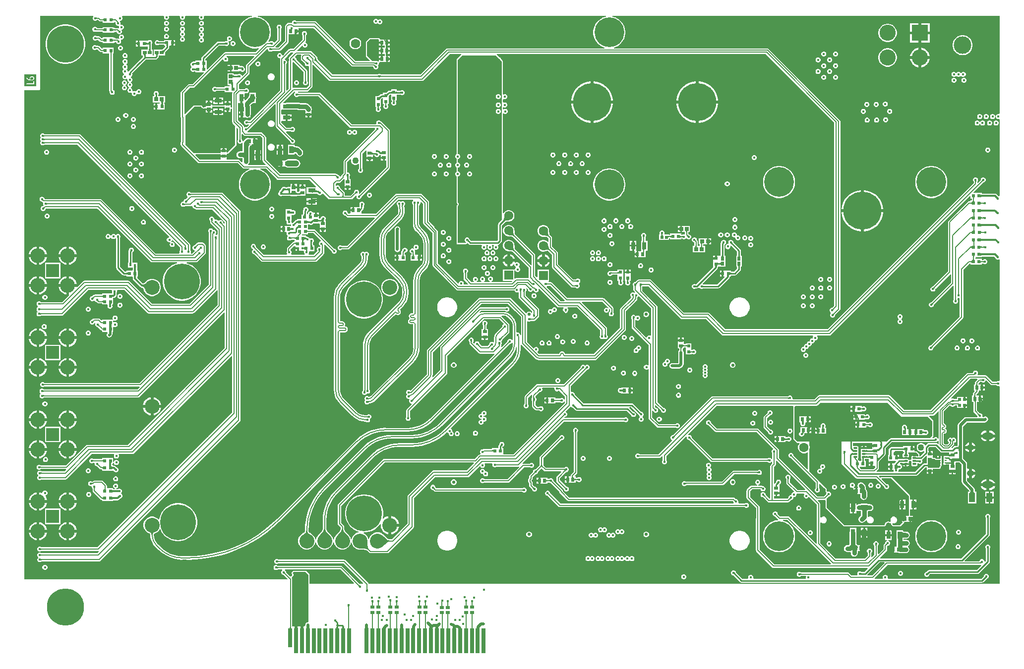
<source format=gbl>
G04*
G04 #@! TF.GenerationSoftware,Altium Limited,Altium Designer,24.4.1 (13)*
G04*
G04 Layer_Physical_Order=6*
G04 Layer_Color=16711680*
%FSLAX44Y44*%
%MOMM*%
G71*
G04*
G04 #@! TF.SameCoordinates,2DCED30A-1E1E-443F-A63B-21E9B2F13A65*
G04*
G04*
G04 #@! TF.FilePolarity,Positive*
G04*
G01*
G75*
%ADD12C,0.5080*%
%ADD13C,0.2000*%
%ADD18C,0.1524*%
%ADD19C,0.2540*%
%ADD20C,0.3000*%
%ADD24C,0.1270*%
%ADD37R,0.5000X0.6000*%
%ADD38R,0.6000X0.5000*%
%ADD40R,1.0500X1.6000*%
%ADD42R,0.6400X0.6000*%
%ADD43R,0.6000X0.6400*%
%ADD44R,1.3000X0.7000*%
%ADD45R,0.7000X1.3000*%
%ADD52R,0.7112X4.1910*%
%ADD53R,0.7112X3.2004*%
%ADD74R,0.7393X0.6725*%
%ADD87R,0.4500X0.4500*%
%ADD116R,0.3700X0.2400*%
%ADD117R,0.4000X1.0800*%
%ADD132R,0.6725X0.7393*%
%ADD204C,2.7500*%
%ADD205R,2.7500X2.7500*%
%ADD206C,2.9972*%
%ADD213C,1.1000*%
%ADD214C,1.6000*%
%ADD219C,0.1800*%
%ADD220C,0.2060*%
%ADD221C,0.2032*%
%ADD222C,0.2067*%
%ADD224C,0.7620*%
%ADD226C,0.3810*%
%ADD228C,1.0000*%
%ADD230R,2.2500X2.2500*%
%ADD231C,2.5500*%
%ADD232C,0.5502*%
%ADD233C,6.0960*%
%ADD234C,2.5400*%
%ADD235C,1.5500*%
%ADD236R,1.5500X1.5500*%
%ADD237R,1.6000X1.6000*%
%ADD238O,1.9000X1.2000*%
%ADD239O,1.2500X1.0500*%
%ADD240C,6.5000*%
%ADD241C,6.3500*%
%ADD242C,0.4500*%
%ADD243C,5.0800*%
%ADD247C,0.2080*%
%ADD248C,0.2000*%
%ADD249R,0.6500X0.7000*%
%ADD250R,0.7500X0.7000*%
%ADD251R,0.6888X0.6725*%
%ADD252R,0.5500X0.5000*%
%ADD253R,0.5600X0.5200*%
G04:AMPARAMS|DCode=254|XSize=0.66mm|YSize=0.32mm|CornerRadius=0.04mm|HoleSize=0mm|Usage=FLASHONLY|Rotation=0.000|XOffset=0mm|YOffset=0mm|HoleType=Round|Shape=RoundedRectangle|*
%AMROUNDEDRECTD254*
21,1,0.6600,0.2400,0,0,0.0*
21,1,0.5800,0.3200,0,0,0.0*
1,1,0.0800,0.2900,-0.1200*
1,1,0.0800,-0.2900,-0.1200*
1,1,0.0800,-0.2900,0.1200*
1,1,0.0800,0.2900,0.1200*
%
%ADD254ROUNDEDRECTD254*%
%ADD255R,0.6000X0.6500*%
%ADD256R,0.6500X0.6000*%
%ADD257C,0.3048*%
G36*
X127723Y1102469D02*
X127852Y1102374D01*
X127994Y1102290D01*
X128150Y1102217D01*
X128319Y1102156D01*
X128500Y1102105D01*
X128695Y1102066D01*
X128903Y1102038D01*
X129123Y1102022D01*
X129358Y1102016D01*
Y1099984D01*
X129123Y1099978D01*
X128695Y1099934D01*
X128500Y1099894D01*
X128319Y1099844D01*
X128150Y1099783D01*
X127994Y1099710D01*
X127852Y1099626D01*
X127723Y1099531D01*
X127607Y1099425D01*
Y1102575D01*
X127723Y1102469D01*
D02*
G37*
G36*
X158740Y1100339D02*
X158801Y1100166D01*
X158902Y1100014D01*
X159045Y1099882D01*
X159228Y1099770D01*
X159451Y1099678D01*
X159715Y1099607D01*
X160020Y1099557D01*
X160365Y1099526D01*
X160751Y1099516D01*
Y1097484D01*
X160365Y1097474D01*
X160020Y1097443D01*
X159715Y1097393D01*
X159451Y1097321D01*
X159228Y1097230D01*
X159045Y1097118D01*
X158902Y1096986D01*
X158801Y1096834D01*
X158740Y1096661D01*
X158720Y1096468D01*
Y1100532D01*
X158740Y1100339D01*
D02*
G37*
G36*
X155460D02*
X155521Y1100166D01*
X155625Y1100014D01*
X155769Y1099882D01*
X155955Y1099770D01*
X156181Y1099678D01*
X156450Y1099607D01*
X156759Y1099557D01*
X157110Y1099526D01*
X157501Y1099516D01*
Y1097484D01*
X157110Y1097474D01*
X156759Y1097443D01*
X156450Y1097393D01*
X156181Y1097321D01*
X155955Y1097230D01*
X155769Y1097118D01*
X155625Y1096986D01*
X155521Y1096834D01*
X155460Y1096661D01*
X155439Y1096468D01*
Y1100532D01*
X155460Y1100339D01*
D02*
G37*
G36*
X140561Y1096468D02*
X140540Y1096661D01*
X140478Y1096834D01*
X140375Y1096986D01*
X140231Y1097118D01*
X140045Y1097230D01*
X139818Y1097321D01*
X139550Y1097393D01*
X139241Y1097443D01*
X138890Y1097474D01*
X138498Y1097484D01*
Y1099516D01*
X138890Y1099526D01*
X139241Y1099557D01*
X139550Y1099607D01*
X139818Y1099678D01*
X140045Y1099770D01*
X140231Y1099882D01*
X140375Y1100014D01*
X140478Y1100166D01*
X140540Y1100339D01*
X140561Y1100532D01*
Y1096468D01*
D02*
G37*
G36*
X467723Y1094469D02*
X467852Y1094374D01*
X467994Y1094290D01*
X468150Y1094217D01*
X468318Y1094156D01*
X468500Y1094105D01*
X468695Y1094066D01*
X468903Y1094038D01*
X469123Y1094022D01*
X469358Y1094016D01*
Y1091984D01*
X469123Y1091978D01*
X468695Y1091934D01*
X468500Y1091895D01*
X468318Y1091844D01*
X468150Y1091783D01*
X467994Y1091710D01*
X467852Y1091626D01*
X467723Y1091531D01*
X467607Y1091425D01*
Y1094575D01*
X467723Y1094469D01*
D02*
G37*
G36*
X441469Y1084277D02*
X441374Y1084148D01*
X441290Y1084006D01*
X441217Y1083850D01*
X441156Y1083681D01*
X441105Y1083500D01*
X441066Y1083305D01*
X441038Y1083097D01*
X441022Y1082876D01*
X441016Y1082642D01*
X438984D01*
X438978Y1082876D01*
X438934Y1083305D01*
X438895Y1083500D01*
X438844Y1083681D01*
X438783Y1083850D01*
X438710Y1084006D01*
X438626Y1084148D01*
X438531Y1084277D01*
X438425Y1084393D01*
X441575D01*
X441469Y1084277D01*
D02*
G37*
G36*
X461945Y1083381D02*
X462001Y1082522D01*
X462026Y1082384D01*
X462056Y1082277D01*
X462084Y1082216D01*
X462324Y1082181D01*
X462252Y1082115D01*
X462187Y1082029D01*
X462130Y1081923D01*
X462080Y1081796D01*
X462038Y1081648D01*
X462003Y1081481D01*
X461977Y1081293D01*
X461946Y1080856D01*
X461942Y1080607D01*
X459402Y1081066D01*
X459400Y1081319D01*
X459341Y1082139D01*
X459170D01*
X459214Y1082154D01*
X459253Y1082200D01*
X459288Y1082277D01*
X459313Y1082363D01*
X459307Y1082390D01*
X459278Y1082495D01*
X459245Y1082578D01*
X459208Y1082640D01*
X459356Y1082618D01*
X459365Y1082691D01*
X459393Y1083120D01*
X459402Y1083672D01*
X461942D01*
X461945Y1083381D01*
D02*
G37*
G36*
X158740Y1082839D02*
X158801Y1082666D01*
X158902Y1082514D01*
X159045Y1082382D01*
X159228Y1082270D01*
X159451Y1082178D01*
X159715Y1082107D01*
X160020Y1082057D01*
X160365Y1082026D01*
X160751Y1082016D01*
Y1079984D01*
X160365Y1079974D01*
X160020Y1079943D01*
X159715Y1079893D01*
X159451Y1079821D01*
X159228Y1079730D01*
X159045Y1079618D01*
X158902Y1079486D01*
X158801Y1079334D01*
X158740Y1079161D01*
X158720Y1078968D01*
Y1083032D01*
X158740Y1082839D01*
D02*
G37*
G36*
X155460D02*
X155521Y1082666D01*
X155625Y1082514D01*
X155769Y1082382D01*
X155955Y1082270D01*
X156181Y1082178D01*
X156450Y1082107D01*
X156759Y1082057D01*
X157110Y1082026D01*
X157501Y1082016D01*
Y1079984D01*
X157110Y1079974D01*
X156759Y1079943D01*
X156450Y1079893D01*
X156181Y1079821D01*
X155955Y1079730D01*
X155769Y1079618D01*
X155625Y1079486D01*
X155521Y1079334D01*
X155460Y1079161D01*
X155439Y1078968D01*
Y1083032D01*
X155460Y1082839D01*
D02*
G37*
G36*
X140561Y1078968D02*
X140540Y1079161D01*
X140478Y1079334D01*
X140375Y1079486D01*
X140231Y1079618D01*
X140045Y1079730D01*
X139818Y1079821D01*
X139550Y1079893D01*
X139241Y1079943D01*
X138890Y1079974D01*
X138498Y1079984D01*
Y1082016D01*
X138890Y1082026D01*
X139241Y1082057D01*
X139550Y1082107D01*
X139818Y1082178D01*
X140045Y1082270D01*
X140231Y1082382D01*
X140375Y1082514D01*
X140478Y1082666D01*
X140540Y1082839D01*
X140561Y1083032D01*
Y1078968D01*
D02*
G37*
G36*
X165514Y1080931D02*
X165849Y1080659D01*
X166014Y1080549D01*
X166178Y1080457D01*
X166341Y1080381D01*
X166502Y1080322D01*
X166662Y1080281D01*
X166820Y1080257D01*
X166978Y1080250D01*
X164750Y1078023D01*
X164743Y1078180D01*
X164719Y1078338D01*
X164678Y1078498D01*
X164619Y1078660D01*
X164543Y1078822D01*
X164450Y1078986D01*
X164340Y1079152D01*
X164213Y1079318D01*
X164069Y1079486D01*
X163907Y1079656D01*
X165344Y1081093D01*
X165514Y1080931D01*
D02*
G37*
G36*
X484469Y1073277D02*
X484374Y1073148D01*
X484290Y1073006D01*
X484217Y1072850D01*
X484156Y1072682D01*
X484105Y1072500D01*
X484066Y1072305D01*
X484038Y1072097D01*
X484022Y1071877D01*
X484016Y1071643D01*
X481984D01*
X481978Y1071877D01*
X481934Y1072305D01*
X481895Y1072500D01*
X481844Y1072682D01*
X481783Y1072850D01*
X481710Y1073006D01*
X481626Y1073148D01*
X481531Y1073277D01*
X481425Y1073393D01*
X484575D01*
X484469Y1073277D01*
D02*
G37*
G36*
X1670000Y937915D02*
X1668944Y937209D01*
X1668845Y937250D01*
X1667155D01*
X1665593Y936603D01*
X1664397Y935407D01*
X1663750Y933845D01*
Y932155D01*
X1664397Y930593D01*
X1665593Y929397D01*
X1667155Y928750D01*
X1668845D01*
X1668944Y928791D01*
X1670000Y928085D01*
Y797670D01*
X1668730Y796883D01*
X1667845Y797250D01*
X1667803D01*
X1667738Y797308D01*
X1665023Y800023D01*
X1663866Y800797D01*
X1662500Y801069D01*
X1639818D01*
X1639642Y801084D01*
X1639500Y801107D01*
Y802500D01*
X1637513D01*
X1637469Y802509D01*
X1637426Y802500D01*
X1630770D01*
X1630500Y802500D01*
Y802500D01*
X1629500D01*
Y802500D01*
X1625923D01*
X1625437Y803673D01*
X1642387Y820623D01*
X1642412Y820643D01*
X1642483Y820694D01*
X1642537Y820728D01*
X1642573Y820748D01*
X1642577Y820750D01*
X1642578Y820750D01*
X1642845D01*
X1644407Y821397D01*
X1645603Y822593D01*
X1646250Y824155D01*
Y825845D01*
X1645603Y827407D01*
X1644407Y828603D01*
X1642845Y829250D01*
X1641155D01*
X1639593Y828603D01*
X1638397Y827407D01*
X1637750Y825845D01*
Y824684D01*
X1633248Y820182D01*
X1632075Y820668D01*
Y821942D01*
X1632079Y821968D01*
X1632090Y822026D01*
X1632094Y822041D01*
X1632110Y822066D01*
X1632112Y822069D01*
X1632113Y822072D01*
X1632160Y822150D01*
X1632603Y822593D01*
X1633250Y824155D01*
Y825845D01*
X1632603Y827407D01*
X1631407Y828603D01*
X1629845Y829250D01*
X1628155D01*
X1626593Y828603D01*
X1625397Y827407D01*
X1624750Y825845D01*
Y824155D01*
X1625397Y822593D01*
X1625840Y822150D01*
X1625887Y822072D01*
X1625888Y822069D01*
X1625890Y822066D01*
X1625906Y822041D01*
X1625910Y822026D01*
X1625916Y821998D01*
X1625925Y821907D01*
Y819274D01*
X1376262Y569611D01*
X1201738D01*
X1174174Y597174D01*
X1173177Y597841D01*
X1172000Y598075D01*
X1172000Y598075D01*
X1131274D01*
X1075174Y654174D01*
X1074177Y654841D01*
X1073000Y655075D01*
X1073000Y655075D01*
X1054101D01*
X1052924Y654841D01*
X1051926Y654174D01*
X1051926Y654174D01*
X1048017Y650265D01*
X1047997Y650250D01*
X1047947Y650217D01*
X1047934Y650209D01*
X1047906Y650202D01*
X1047902Y650202D01*
X1047899Y650201D01*
X1047811Y650179D01*
X1047184D01*
X1045622Y649532D01*
X1044427Y648336D01*
X1043780Y646774D01*
Y645083D01*
X1044427Y643521D01*
X1044870Y643079D01*
X1044917Y643001D01*
X1044918Y642998D01*
X1044920Y642995D01*
X1044936Y642970D01*
X1044939Y642955D01*
X1044945Y642927D01*
X1044955Y642836D01*
Y636970D01*
X1044955Y636970D01*
X1045189Y635793D01*
X1045855Y634796D01*
X1047292Y633359D01*
X1047036Y631929D01*
X1046869Y631850D01*
X1046171Y631839D01*
X1046096Y631914D01*
X1044534Y632561D01*
X1042843D01*
X1041282Y631914D01*
X1040086Y630718D01*
X1039439Y629156D01*
Y627466D01*
X1040086Y625904D01*
X1040705Y625285D01*
X1040777Y623690D01*
X1040732Y623599D01*
X1040406Y623273D01*
X1040406Y623273D01*
X1022837Y605704D01*
X1022174Y604712D01*
X1021941Y603541D01*
X1021941Y603541D01*
Y572267D01*
X976937Y527263D01*
X928297D01*
X928004Y528732D01*
X926840Y530475D01*
X925096Y531640D01*
X923040Y532049D01*
X920984Y531640D01*
X919241Y530475D01*
X918076Y528732D01*
X917784Y527263D01*
X884063D01*
X881162Y530164D01*
X881315Y530930D01*
X881566Y531556D01*
X882603Y532593D01*
X883250Y534155D01*
Y535845D01*
X882603Y537407D01*
X881407Y538603D01*
X879845Y539250D01*
X878155D01*
X876593Y538603D01*
X875556Y537566D01*
X874930Y537315D01*
X874164Y537162D01*
X863059Y548267D01*
Y583135D01*
X864329Y583661D01*
X864593Y583397D01*
X866155Y582750D01*
X867845D01*
X869407Y583397D01*
X869850Y583840D01*
X869928Y583887D01*
X869931Y583888D01*
X869934Y583890D01*
X869959Y583906D01*
X869974Y583910D01*
X870002Y583915D01*
X870093Y583925D01*
X875415D01*
X875415Y583925D01*
X876592Y584159D01*
X877589Y584826D01*
X883174Y590411D01*
X883174Y590411D01*
X883841Y591408D01*
X884075Y592585D01*
Y603000D01*
X884075Y603000D01*
X883841Y604177D01*
X883174Y605174D01*
X861075Y627274D01*
Y633942D01*
X861078Y633968D01*
X861090Y634026D01*
X861094Y634041D01*
X861110Y634066D01*
X861112Y634069D01*
X861113Y634072D01*
X861160Y634150D01*
X861603Y634593D01*
X862250Y636155D01*
Y637845D01*
X861713Y639142D01*
X862789Y639862D01*
X864664Y637988D01*
X864679Y637967D01*
X864712Y637918D01*
X864720Y637904D01*
X864727Y637876D01*
X864727Y637872D01*
X864728Y637869D01*
X864750Y637781D01*
Y637155D01*
X865397Y635593D01*
X866593Y634397D01*
X868155Y633750D01*
X869845D01*
X871407Y634397D01*
X872603Y635593D01*
X872719Y635873D01*
X874168Y636415D01*
X874750Y636155D01*
X875397Y634593D01*
X876593Y633397D01*
X878155Y632750D01*
X879845D01*
X881407Y633397D01*
X882603Y634593D01*
X883250Y636155D01*
Y637845D01*
X883127Y638144D01*
X883191Y638186D01*
X884265Y638801D01*
X915240Y607826D01*
X916238Y607159D01*
X917415Y606925D01*
X917415Y606925D01*
X925118D01*
X925645Y605655D01*
X925397Y605407D01*
X924750Y603845D01*
Y602155D01*
X925397Y600593D01*
X926593Y599397D01*
X926625Y599384D01*
X926631Y599351D01*
X927298Y598353D01*
X928295Y597687D01*
X929472Y597453D01*
X930649Y597687D01*
X931647Y598353D01*
X932313Y599351D01*
X932547Y600528D01*
Y600537D01*
X932603Y600593D01*
X933250Y602155D01*
Y603845D01*
X932603Y605407D01*
X932355Y605655D01*
X932881Y606925D01*
X948726D01*
X988040Y567611D01*
Y560058D01*
X988036Y560032D01*
X988025Y559974D01*
X988021Y559959D01*
X988005Y559934D01*
X988003Y559931D01*
X988002Y559928D01*
X987955Y559850D01*
X987512Y559407D01*
X986865Y557845D01*
Y556155D01*
X987512Y554593D01*
X988708Y553397D01*
X990270Y552750D01*
X991960D01*
X993522Y553397D01*
X994000Y553875D01*
X994478Y553397D01*
X996040Y552750D01*
X997730D01*
X999292Y553397D01*
X1000488Y554593D01*
X1001135Y556155D01*
Y557845D01*
X1000488Y559407D01*
X1000045Y559850D01*
X999998Y559928D01*
X999997Y559931D01*
X999995Y559934D01*
X999979Y559959D01*
X999975Y559974D01*
X999970Y560002D01*
X999960Y560093D01*
Y571115D01*
X999960Y571115D01*
X999726Y572292D01*
X999059Y573289D01*
X999059Y573289D01*
X956597Y615752D01*
X957083Y616925D01*
X991726D01*
X1001862Y606789D01*
X1001142Y605713D01*
X999845Y606250D01*
X998155D01*
X996593Y605603D01*
X995397Y604407D01*
X994750Y602845D01*
Y601155D01*
X995397Y599593D01*
X996593Y598397D01*
X998155Y597750D01*
X999845D01*
X1001407Y598397D01*
X1002603Y599593D01*
X1003250Y601155D01*
Y602845D01*
X1002713Y604142D01*
X1003789Y604862D01*
X1004925Y603726D01*
Y599741D01*
X1004593Y599603D01*
X1003397Y598407D01*
X1002750Y596845D01*
Y595155D01*
X1003397Y593593D01*
X1004593Y592397D01*
X1006155Y591750D01*
X1007845D01*
X1009407Y592397D01*
X1010603Y593593D01*
X1011250Y595155D01*
Y596845D01*
X1010920Y597643D01*
X1011075Y598424D01*
X1011075Y598424D01*
Y605000D01*
X1010841Y606177D01*
X1010174Y607174D01*
X1010174Y607174D01*
X995174Y622174D01*
X994177Y622841D01*
X993000Y623075D01*
X993000Y623075D01*
X932274D01*
X906174Y649174D01*
X905177Y649841D01*
X904000Y650075D01*
X904000Y650075D01*
X898930D01*
X898734Y650330D01*
X899360Y651600D01*
X901000D01*
Y671600D01*
X881000D01*
Y659008D01*
X879827Y658522D01*
X877075Y661274D01*
Y696200D01*
X877075Y696200D01*
X876841Y697377D01*
X876174Y698374D01*
X842793Y731756D01*
X842766Y731788D01*
X842616Y732033D01*
X842450Y732397D01*
X842286Y732882D01*
X842136Y733483D01*
X842016Y734151D01*
X841794Y737015D01*
X841789Y738132D01*
X841750Y738323D01*
Y739484D01*
X841086Y741963D01*
X839802Y744187D01*
X837987Y746002D01*
X835763Y747286D01*
X833284Y747950D01*
X830716D01*
X828237Y747286D01*
X826013Y746002D01*
X824198Y744187D01*
X822915Y741963D01*
X822250Y739484D01*
Y736916D01*
X822915Y734437D01*
X824198Y732213D01*
X826013Y730398D01*
X828237Y729115D01*
X830716Y728450D01*
X831878D01*
X832068Y728411D01*
X833205Y728406D01*
X835200Y728292D01*
X836003Y728193D01*
X836717Y728064D01*
X837318Y727914D01*
X837803Y727749D01*
X838167Y727584D01*
X838412Y727434D01*
X838444Y727407D01*
X870925Y694926D01*
Y679883D01*
X869752Y679397D01*
X842793Y706356D01*
X842766Y706388D01*
X842616Y706633D01*
X842450Y706997D01*
X842286Y707482D01*
X842136Y708083D01*
X842016Y708751D01*
X841794Y711615D01*
X841789Y712732D01*
X841750Y712923D01*
Y714084D01*
X841086Y716563D01*
X839802Y718787D01*
X837987Y720602D01*
X835763Y721886D01*
X833284Y722550D01*
X830716D01*
X828237Y721886D01*
X826013Y720602D01*
X824198Y718787D01*
X822915Y716563D01*
X822250Y714084D01*
Y711516D01*
X822915Y709037D01*
X824198Y706813D01*
X826013Y704998D01*
X828237Y703715D01*
X830716Y703050D01*
X831878D01*
X832068Y703011D01*
X833205Y703006D01*
X835200Y702892D01*
X836003Y702793D01*
X836717Y702664D01*
X837318Y702514D01*
X837803Y702349D01*
X838167Y702184D01*
X838412Y702034D01*
X838444Y702007D01*
X865925Y674526D01*
Y658186D01*
X865500Y657535D01*
X865465Y657500D01*
X864814Y657075D01*
X845000D01*
X843823Y656841D01*
X843020Y656304D01*
X841750Y656677D01*
Y670250D01*
X843020Y670503D01*
X843397Y669593D01*
X844593Y668397D01*
X846155Y667750D01*
X847845D01*
X849407Y668397D01*
X850603Y669593D01*
X851250Y671155D01*
Y672845D01*
X850603Y674407D01*
X849407Y675603D01*
X849111Y677101D01*
X849603Y677593D01*
X850250Y679155D01*
Y680845D01*
X849603Y682407D01*
X848407Y683603D01*
X846845Y684250D01*
X845155D01*
X843593Y683603D01*
X843366Y683376D01*
X842227Y684034D01*
X842459Y684900D01*
X834500D01*
Y676941D01*
X836149Y677383D01*
X838601Y678798D01*
X840480Y680677D01*
X841005Y680606D01*
X841750Y680247D01*
Y679155D01*
X842397Y677593D01*
X843593Y676397D01*
X843889Y674900D01*
X843397Y674407D01*
X842750Y672845D01*
Y672402D01*
X841750Y671750D01*
X841480Y671750D01*
X822250D01*
Y652250D01*
X837242D01*
X837728Y651077D01*
X836726Y650075D01*
X802592D01*
X802339Y651345D01*
X803498Y651825D01*
X804694Y653021D01*
X805341Y654583D01*
Y656273D01*
X804694Y657835D01*
X803498Y659031D01*
X801936Y659678D01*
X800245D01*
X798683Y659031D01*
X797488Y657835D01*
X796841Y656273D01*
Y654583D01*
X797488Y653021D01*
X798683Y651825D01*
X799842Y651345D01*
X799589Y650075D01*
X789645D01*
X789393Y651345D01*
X789818Y651521D01*
X791013Y652717D01*
X791660Y654279D01*
Y655969D01*
X791013Y657532D01*
X789818Y658727D01*
X788255Y659374D01*
X786565D01*
X785003Y658727D01*
X783807Y657532D01*
X783160Y655969D01*
Y654279D01*
X783807Y652717D01*
X785003Y651521D01*
X785428Y651345D01*
X785175Y650075D01*
X777535D01*
X777282Y651345D01*
X777407Y651397D01*
X778603Y652593D01*
X779250Y654155D01*
Y655845D01*
X778603Y657407D01*
X777407Y658603D01*
X775845Y659250D01*
X774155D01*
X772593Y658603D01*
X771397Y657407D01*
X770750Y655845D01*
Y654155D01*
X771397Y652593D01*
X772593Y651397D01*
X772718Y651345D01*
X772465Y650075D01*
X768274D01*
X761075Y657274D01*
Y666304D01*
X761078Y666330D01*
X761090Y666388D01*
X761094Y666403D01*
X761110Y666428D01*
X761112Y666431D01*
X761113Y666433D01*
X761160Y666511D01*
X761603Y666954D01*
X762250Y668516D01*
Y670207D01*
X761603Y671769D01*
X760407Y672964D01*
X758845Y673612D01*
X757155D01*
X755593Y672964D01*
X754397Y671769D01*
X753750Y670207D01*
Y668516D01*
X754397Y666954D01*
X754840Y666511D01*
X754887Y666433D01*
X754888Y666431D01*
X754891Y666428D01*
X754906Y666403D01*
X754910Y666388D01*
X754915Y666359D01*
X754925Y666269D01*
Y656000D01*
X754925Y656000D01*
X755159Y654823D01*
X755826Y653826D01*
X762403Y647248D01*
X761917Y646075D01*
X755946D01*
X755240Y647131D01*
X755250Y647155D01*
Y648845D01*
X754603Y650407D01*
X753407Y651603D01*
X751845Y652250D01*
X750155D01*
X748593Y651603D01*
X747397Y650407D01*
X746750Y648845D01*
Y648395D01*
X745480Y647869D01*
X711075Y682274D01*
Y736670D01*
X711075Y736670D01*
X710841Y737847D01*
X710174Y738844D01*
X710174Y738844D01*
X705075Y743943D01*
Y744000D01*
X705075Y744000D01*
X704841Y745177D01*
X704174Y746174D01*
X704174Y746174D01*
X696075Y754274D01*
Y787000D01*
X696075Y787000D01*
X695841Y788177D01*
X695174Y789174D01*
X684174Y800174D01*
X683177Y800841D01*
X682000Y801075D01*
X682000Y801075D01*
X640000D01*
X638823Y800841D01*
X637826Y800174D01*
X637826Y800174D01*
X604726Y767075D01*
X581370D01*
X580400Y767800D01*
X580400Y768345D01*
Y770335D01*
X580403Y770347D01*
X580415Y770506D01*
X580428Y770566D01*
X580466Y770683D01*
X580541Y770851D01*
X580659Y771065D01*
X580824Y771319D01*
X581023Y771590D01*
X581530Y772181D01*
X583124Y773775D01*
X583124Y773776D01*
X583791Y774773D01*
X584025Y775950D01*
Y776728D01*
X584263Y776852D01*
X584333Y776936D01*
X584424Y776997D01*
X584586Y777239D01*
X584772Y777463D01*
X584805Y777568D01*
X584866Y777659D01*
X584923Y777944D01*
X585010Y778222D01*
X585000Y778332D01*
X585021Y778439D01*
X584964Y778725D01*
X584938Y779015D01*
X584887Y779112D01*
X584866Y779219D01*
X584704Y779462D01*
X584569Y779720D01*
X584760Y780784D01*
X585407Y782346D01*
Y784037D01*
X584760Y785599D01*
X583564Y786794D01*
X582002Y787441D01*
X580311D01*
X578749Y786794D01*
X577554Y785599D01*
X576907Y784037D01*
Y782346D01*
X577554Y780784D01*
X577331Y779720D01*
X577196Y779462D01*
X577034Y779219D01*
X577013Y779112D01*
X576962Y779015D01*
X576936Y778725D01*
X576879Y778439D01*
X575635Y778200D01*
X568100D01*
Y773000D01*
X566600D01*
Y771500D01*
X561600D01*
Y768345D01*
X561600Y767800D01*
X560630Y767075D01*
X558365D01*
X556928Y768512D01*
X556912Y768533D01*
X556879Y768582D01*
X556871Y768596D01*
X556865Y768624D01*
X556864Y768628D01*
X556863Y768631D01*
X556841Y768719D01*
Y769345D01*
X556194Y770907D01*
X554999Y772103D01*
X553437Y772750D01*
X551746D01*
X550184Y772103D01*
X548988Y770907D01*
X548341Y769345D01*
Y767655D01*
X548988Y766093D01*
X550184Y764897D01*
X551746Y764250D01*
X552372D01*
X552461Y764228D01*
X552464Y764227D01*
X552467Y764227D01*
X552495Y764220D01*
X552509Y764212D01*
X552533Y764196D01*
X552603Y764139D01*
X554917Y761826D01*
X554917Y761826D01*
X555914Y761159D01*
X557091Y760925D01*
X602917D01*
X603403Y759752D01*
X555726Y712075D01*
X547058D01*
X547032Y712078D01*
X546974Y712090D01*
X546959Y712094D01*
X546934Y712110D01*
X546931Y712112D01*
X546928Y712113D01*
X546850Y712160D01*
X546407Y712603D01*
X544845Y713250D01*
X543155D01*
X541593Y712603D01*
X540397Y711407D01*
X539750Y709845D01*
Y708155D01*
X540397Y706593D01*
X541593Y705397D01*
X543155Y704750D01*
X544845D01*
X546407Y705397D01*
X546850Y705840D01*
X546928Y705887D01*
X546931Y705888D01*
X546934Y705891D01*
X546959Y705906D01*
X546974Y705910D01*
X547002Y705916D01*
X547093Y705925D01*
X557000D01*
X557000Y705925D01*
X558177Y706159D01*
X559174Y706826D01*
X643274Y790925D01*
X668465D01*
X668718Y789655D01*
X668593Y789603D01*
X667397Y788407D01*
X666750Y786845D01*
Y785155D01*
X667397Y783593D01*
X668551Y782439D01*
X668418Y781428D01*
X668443D01*
Y750089D01*
X668443Y750089D01*
X668410D01*
X668416Y750035D01*
X668532Y748855D01*
X668769Y746450D01*
X669830Y742950D01*
X671555Y739724D01*
X673876Y736896D01*
X673899Y736920D01*
X673899Y736919D01*
X679470Y731349D01*
X679578Y731276D01*
X682292Y727969D01*
X684370Y724082D01*
X685649Y719865D01*
X686069Y715607D01*
X686043Y715479D01*
Y688000D01*
X686063Y687900D01*
X685665Y684875D01*
X684459Y681964D01*
X682602Y679543D01*
X682517Y679486D01*
X678732Y675701D01*
X678699Y675733D01*
X675324Y671781D01*
X672608Y667349D01*
X670619Y662547D01*
X669406Y657493D01*
X668998Y652312D01*
X669043D01*
Y601000D01*
Y597047D01*
X666497D01*
Y597090D01*
X664519Y596696D01*
X662842Y595575D01*
X661721Y593898D01*
X661328Y591920D01*
X661721Y589942D01*
X662407Y588916D01*
X662842Y588265D01*
X662083Y587289D01*
X661495Y586895D01*
X660374Y585218D01*
X659981Y583240D01*
X660374Y581262D01*
X661495Y579585D01*
X663172Y578464D01*
X665150Y578071D01*
Y578113D01*
X669043D01*
Y537521D01*
X669069Y537393D01*
X668649Y533135D01*
X667370Y528918D01*
X665293Y525031D01*
X662578Y521724D01*
X662470Y521651D01*
X596663Y455844D01*
X596660Y455847D01*
X595052Y454613D01*
X593244Y453864D01*
X592407Y454701D01*
X590845Y455348D01*
X589155D01*
X587593Y454701D01*
X586397Y453505D01*
X585750Y451943D01*
Y450252D01*
X586397Y448690D01*
X586875Y448213D01*
X586397Y447735D01*
X585750Y446173D01*
Y444482D01*
X586397Y442920D01*
X587593Y441725D01*
X589155Y441078D01*
X590845D01*
X592407Y441725D01*
X593603Y442920D01*
X593645Y443022D01*
X593664Y443028D01*
X593747Y443048D01*
X593913Y443077D01*
X593966Y443097D01*
X594792Y443179D01*
X598257Y444230D01*
X601450Y445937D01*
X604249Y448234D01*
X604249Y448233D01*
X605124Y449154D01*
X670069Y514099D01*
X670100Y514067D01*
X673476Y518019D01*
X676192Y522451D01*
X678181Y527253D01*
X679394Y532307D01*
X679802Y537488D01*
X679757D01*
Y593012D01*
Y612000D01*
Y652279D01*
X679731Y652407D01*
X680151Y656665D01*
X681430Y660882D01*
X683508Y664769D01*
X686222Y668076D01*
X686330Y668149D01*
X689214Y671032D01*
X690149Y671893D01*
X690149Y671893D01*
X690940Y672857D01*
X692977Y675339D01*
X695079Y679270D01*
X696373Y683536D01*
X696809Y687973D01*
X696757D01*
Y715525D01*
X696802D01*
X696395Y720702D01*
X695182Y725751D01*
X693195Y730548D01*
X690482Y734975D01*
X687110Y738923D01*
X687078Y738892D01*
X687078Y738892D01*
X681485Y744485D01*
X681486Y744486D01*
Y744486D01*
X680224Y746132D01*
X679430Y748049D01*
X679164Y750071D01*
X679157Y751341D01*
Y781114D01*
X679219Y781164D01*
X679328Y781428D01*
X679597Y782586D01*
X680603Y783593D01*
X681250Y785155D01*
Y786605D01*
X681925Y787065D01*
X682423Y787228D01*
X685925Y783726D01*
Y751000D01*
X685925Y751000D01*
X686159Y749823D01*
X686826Y748826D01*
X701623Y734028D01*
Y679632D01*
X701623Y679632D01*
X701857Y678456D01*
X702108Y678080D01*
X702159Y677823D01*
X702826Y676826D01*
X742825Y636826D01*
X742826Y636826D01*
X743823Y636159D01*
X745000Y635925D01*
X745000Y635925D01*
X841500D01*
X841500Y635925D01*
X841819Y635988D01*
X842397Y634593D01*
X843593Y633397D01*
X845155Y632750D01*
X846845D01*
X847655Y633085D01*
X848925Y632255D01*
Y624500D01*
X848925Y624500D01*
X849159Y623323D01*
X849826Y622326D01*
X871925Y600226D01*
Y598534D01*
X871345Y598257D01*
X870655Y598144D01*
X869465Y599334D01*
X867719Y600058D01*
X865829D01*
X864083Y599334D01*
X862746Y597998D01*
X862509Y597426D01*
X861011Y597128D01*
X835865Y622273D01*
X834873Y622936D01*
X833703Y623169D01*
X833702Y623169D01*
X782299D01*
X782299Y623169D01*
X781128Y622936D01*
X780136Y622273D01*
X780136Y622273D01*
X692837Y534975D01*
X692174Y533982D01*
X691941Y532812D01*
X691941Y532812D01*
Y492536D01*
X664208Y464802D01*
X663407Y465603D01*
X661845Y466250D01*
X660155D01*
X658593Y465603D01*
X657397Y464407D01*
X656750Y462845D01*
Y461155D01*
X657397Y459593D01*
X658490Y458500D01*
X657397Y457407D01*
X656750Y455845D01*
Y454155D01*
X657397Y452593D01*
X658593Y451397D01*
X660155Y450750D01*
X661845D01*
X662013Y450820D01*
X662732Y449743D01*
X662397Y449407D01*
X661750Y447845D01*
Y446155D01*
X662397Y444593D01*
X663593Y443397D01*
X665155Y442750D01*
X665605D01*
X666131Y441480D01*
X658056Y433405D01*
X657390Y432408D01*
X657156Y431231D01*
X657156Y431231D01*
Y420330D01*
X657152Y420304D01*
X657141Y420246D01*
X657137Y420231D01*
X657121Y420206D01*
X657119Y420203D01*
X657118Y420200D01*
X657071Y420122D01*
X656628Y419679D01*
X655981Y418117D01*
Y416427D01*
X656628Y414865D01*
X657823Y413669D01*
X659386Y413022D01*
X661076D01*
X662638Y413669D01*
X663834Y414865D01*
X664481Y416427D01*
Y418117D01*
X663834Y419679D01*
X663391Y420122D01*
X663344Y420200D01*
X663343Y420203D01*
X663340Y420206D01*
X663325Y420231D01*
X663321Y420246D01*
X663315Y420274D01*
X663306Y420365D01*
Y429957D01*
X726174Y492826D01*
X726174Y492826D01*
X726841Y493823D01*
X727075Y495000D01*
Y524226D01*
X789524Y586675D01*
X815976D01*
X823357Y579294D01*
X823059Y577796D01*
X822593Y577603D01*
X821397Y576407D01*
X820750Y574845D01*
Y574221D01*
X820733Y574152D01*
X820728Y574140D01*
X820726Y574123D01*
X820716Y574106D01*
X820698Y574080D01*
X820642Y574011D01*
X810644Y564013D01*
X810609Y564048D01*
X808575Y561398D01*
X807297Y558312D01*
X806861Y555000D01*
X806911D01*
Y547896D01*
X805642Y547370D01*
X805640Y547370D01*
X805407Y547603D01*
X803845Y548250D01*
X802155D01*
X800593Y547603D01*
X799397Y546407D01*
X798750Y544845D01*
Y544219D01*
X798728Y544131D01*
X798727Y544128D01*
X798727Y544124D01*
X798720Y544096D01*
X798712Y544082D01*
X798696Y544058D01*
X798639Y543988D01*
X795976Y541325D01*
X786024D01*
X782336Y545013D01*
X782321Y545033D01*
X782288Y545082D01*
X782280Y545096D01*
X782273Y545124D01*
X782273Y545128D01*
X782272Y545131D01*
X782250Y545219D01*
Y545845D01*
X781603Y547407D01*
X780407Y548603D01*
X778845Y549250D01*
X777155D01*
X775593Y548603D01*
X774397Y547407D01*
X773911Y546234D01*
X772577Y545772D01*
X771075Y547274D01*
Y547942D01*
X771078Y547968D01*
X771090Y548026D01*
X771094Y548041D01*
X771110Y548066D01*
X771112Y548069D01*
X771113Y548072D01*
X771160Y548150D01*
X771603Y548593D01*
X772250Y550155D01*
Y551845D01*
X771603Y553407D01*
X770407Y554603D01*
X768845Y555250D01*
X767155D01*
X765593Y554603D01*
X764397Y553407D01*
X763750Y551845D01*
Y550155D01*
X764397Y548593D01*
X764840Y548150D01*
X764887Y548072D01*
X764888Y548069D01*
X764890Y548066D01*
X764906Y548041D01*
X764910Y548026D01*
X764915Y547998D01*
X764925Y547907D01*
Y546000D01*
X764925Y546000D01*
X765159Y544823D01*
X765826Y543826D01*
X780826Y528826D01*
X780826Y528826D01*
X781823Y528159D01*
X783000Y527925D01*
X806000D01*
X806000Y527925D01*
X806943Y528112D01*
X807510Y527450D01*
X807691Y527065D01*
X697674Y417048D01*
X697589Y416920D01*
X692421Y412388D01*
X686450Y408398D01*
X680009Y405222D01*
X673209Y402913D01*
X666165Y401512D01*
X659189Y401055D01*
X659000Y401093D01*
X622035Y401093D01*
Y401148D01*
X613834Y400688D01*
X605737Y399312D01*
X597844Y397038D01*
X590255Y393895D01*
X583066Y389922D01*
X576367Y385168D01*
X571184Y380536D01*
X570243Y379695D01*
X570240Y379693D01*
X569398Y378772D01*
X436405Y245779D01*
X436285Y245599D01*
X426050Y236013D01*
X415049Y226985D01*
X403481Y218695D01*
X391396Y211180D01*
X378845Y204472D01*
X365882Y198598D01*
X352563Y193585D01*
X338944Y189454D01*
X325085Y186222D01*
X311043Y183904D01*
X296881Y182509D01*
X282872Y182051D01*
X282664Y182093D01*
X282654Y182093D01*
X282650Y182092D01*
X282646Y182093D01*
X274671D01*
X274669Y182092D01*
X274666Y182093D01*
X274651Y182093D01*
X274491Y182060D01*
X267915Y182491D01*
X261289Y183810D01*
X254892Y185981D01*
X248832Y188969D01*
X243215Y192723D01*
X238251Y197076D01*
X238157Y197217D01*
X233524Y201849D01*
X232626Y202747D01*
X231810Y203679D01*
X229819Y206105D01*
X227754Y209969D01*
X226482Y214161D01*
X226066Y218386D01*
X226093Y218521D01*
Y218853D01*
X226097Y218941D01*
X226158Y219301D01*
X226250Y219606D01*
X226370Y219871D01*
X226522Y220109D01*
X226713Y220334D01*
X226957Y220554D01*
X227268Y220770D01*
X227653Y220980D01*
X227969Y221113D01*
X228674Y221302D01*
X232026Y223237D01*
X234763Y225974D01*
X235904Y227951D01*
X237287Y227805D01*
X237349Y227612D01*
X239671Y223057D01*
X242675Y218921D01*
X246291Y215306D01*
X250427Y212301D01*
X254982Y209980D01*
X259844Y208400D01*
X264894Y207600D01*
X270006D01*
X275056Y208400D01*
X279918Y209980D01*
X284473Y212301D01*
X288609Y215306D01*
X292224Y218921D01*
X295229Y223057D01*
X297550Y227612D01*
X299130Y232474D01*
X299930Y237524D01*
Y242636D01*
X299130Y247686D01*
X297550Y252548D01*
X295229Y257103D01*
X292224Y261239D01*
X288609Y264854D01*
X284473Y267859D01*
X279918Y270180D01*
X275056Y271760D01*
X270006Y272560D01*
X264894D01*
X259844Y271760D01*
X254982Y270180D01*
X250427Y267859D01*
X246291Y264854D01*
X242675Y261239D01*
X239671Y257103D01*
X237349Y252548D01*
X235770Y247686D01*
X235377Y245208D01*
X234022Y244767D01*
X232026Y246763D01*
X228674Y248698D01*
X224935Y249700D01*
X221065D01*
X217326Y248698D01*
X213974Y246763D01*
X211237Y244026D01*
X209302Y240674D01*
X208300Y236935D01*
Y233065D01*
X209302Y229326D01*
X211237Y225974D01*
X213974Y223237D01*
X217326Y221302D01*
X218031Y221113D01*
X218347Y220980D01*
X218732Y220770D01*
X219042Y220554D01*
X219287Y220334D01*
X219478Y220109D01*
X219630Y219871D01*
X219700Y219717D01*
X219879Y218521D01*
X219879D01*
X220230Y214059D01*
X221275Y209708D01*
X222987Y205573D01*
X225326Y201757D01*
X228232Y198354D01*
X228253Y198374D01*
X232903Y193723D01*
X233738Y192799D01*
X233747Y192788D01*
X234669Y191980D01*
X239437Y187799D01*
X245729Y183594D01*
X252516Y180247D01*
X259683Y177814D01*
X267105Y176338D01*
X274657Y175843D01*
X274662Y175907D01*
X274677Y175907D01*
X281412D01*
X282657Y175847D01*
X283910Y175888D01*
X297286Y176326D01*
X311852Y177761D01*
X326294Y180145D01*
X340548Y183468D01*
X354555Y187717D01*
X368254Y192873D01*
X381586Y198914D01*
X394494Y205814D01*
X406924Y213543D01*
X418821Y222069D01*
X430136Y231354D01*
X439894Y240494D01*
X440819Y241360D01*
X440821Y241362D01*
X441659Y242285D01*
X574654Y375280D01*
X574738Y375406D01*
X580235Y380319D01*
X586366Y384669D01*
X592947Y388306D01*
X599893Y391183D01*
X607117Y393264D01*
X614529Y394524D01*
X621887Y394937D01*
X622035Y394907D01*
X659000Y394907D01*
X659000Y394907D01*
X659000Y394871D01*
X665837Y395255D01*
X672589Y396402D01*
X679170Y398298D01*
X685498Y400919D01*
X691492Y404232D01*
X697077Y408195D01*
X702061Y412649D01*
X702047Y412663D01*
X702048Y412674D01*
X831671Y542297D01*
X834041Y544667D01*
X834061Y544682D01*
X834112Y544717D01*
X834128Y544726D01*
X834143Y544729D01*
X834158Y544734D01*
X834221Y544750D01*
X834845D01*
X836407Y545397D01*
X837603Y546593D01*
X837641Y546684D01*
X838911Y546431D01*
Y544676D01*
X838911Y544662D01*
X838911Y544656D01*
X838842Y543415D01*
X838482Y539759D01*
X837053Y535049D01*
X834733Y530709D01*
X831722Y527040D01*
X831568Y526937D01*
X714279Y409649D01*
X714279Y409648D01*
X713370Y408778D01*
X708433Y404366D01*
X702011Y399809D01*
X695118Y396000D01*
X687843Y392986D01*
X680276Y390806D01*
X672513Y389487D01*
X665110Y389071D01*
X665021Y389089D01*
X665011Y389089D01*
X665007Y389089D01*
X665003Y389089D01*
X632000D01*
Y389137D01*
X624350Y388708D01*
X616797Y387424D01*
X609434Y385303D01*
X602356Y382371D01*
X595650Y378665D01*
X589401Y374231D01*
X583878Y369296D01*
X583896Y369278D01*
X583894Y369263D01*
X514958Y300327D01*
X514945Y300326D01*
X514931Y300340D01*
X508867Y293722D01*
X503201Y286339D01*
X498201Y278489D01*
X493904Y270234D01*
X490342Y261636D01*
X487543Y252760D01*
X485529Y243674D01*
X484314Y234447D01*
X483909Y225149D01*
X483908D01*
X483767Y223938D01*
X483737Y223844D01*
X483564Y223481D01*
X483336Y223131D01*
X483042Y222787D01*
X482673Y222444D01*
X482217Y222106D01*
X481682Y221783D01*
X481366Y221698D01*
X478014Y219763D01*
X475277Y217026D01*
X473342Y213674D01*
X472340Y209935D01*
Y206065D01*
X473342Y202326D01*
X475277Y198974D01*
X478014Y196237D01*
X481366Y194302D01*
X485105Y193300D01*
X488975D01*
X492714Y194302D01*
X496066Y196237D01*
X498803Y198974D01*
X500738Y202326D01*
X501623Y205627D01*
X502937D01*
X503822Y202326D01*
X505757Y198974D01*
X508494Y196237D01*
X511846Y194302D01*
X515585Y193300D01*
X519455D01*
X523194Y194302D01*
X526546Y196237D01*
X529283Y198974D01*
X531218Y202326D01*
X532103Y205627D01*
X533417D01*
X534302Y202326D01*
X536237Y198974D01*
X538974Y196237D01*
X542326Y194302D01*
X546065Y193300D01*
X549935D01*
X553674Y194302D01*
X557026Y196237D01*
X559763Y198974D01*
X561698Y202326D01*
X562343Y204731D01*
X563657D01*
X564302Y202326D01*
X566237Y198974D01*
X568974Y196237D01*
X572326Y194302D01*
X576065Y193300D01*
X577918D01*
X578097Y193262D01*
X582100Y193204D01*
X585351Y192949D01*
X586658Y192757D01*
X587789Y192523D01*
X588712Y192258D01*
X589418Y191979D01*
X589898Y191713D01*
X590109Y191542D01*
X593826Y187826D01*
X593826Y187826D01*
X594823Y187159D01*
X596000Y186925D01*
X625000D01*
X625000Y186925D01*
X626177Y187159D01*
X627174Y187826D01*
X669174Y229825D01*
X669174Y229826D01*
X669841Y230823D01*
X670075Y232000D01*
Y280726D01*
X706274Y316925D01*
X762000D01*
X762000Y316925D01*
X763177Y317159D01*
X764174Y317826D01*
X781873Y335524D01*
X783371Y335226D01*
X783648Y334558D01*
X784843Y333362D01*
X786405Y332715D01*
X788096D01*
X789658Y333362D01*
X790854Y334558D01*
X791501Y336120D01*
Y337811D01*
X790854Y339373D01*
X790572Y339655D01*
X791098Y340925D01*
X803255D01*
X804085Y339655D01*
X803750Y338845D01*
Y337155D01*
X804397Y335593D01*
X805593Y334397D01*
X807155Y333750D01*
X808845D01*
X810407Y334397D01*
X810850Y334840D01*
X810928Y334887D01*
X810931Y334888D01*
X810934Y334891D01*
X810959Y334906D01*
X810974Y334910D01*
X811002Y334916D01*
X811093Y334925D01*
X848000D01*
X848000Y334925D01*
X848974Y335119D01*
X849449Y334616D01*
X849722Y334071D01*
X829520Y313868D01*
X790308D01*
X790283Y313872D01*
X790224Y313883D01*
X790210Y313888D01*
X790184Y313903D01*
X790182Y313905D01*
X790179Y313906D01*
X790101Y313953D01*
X789658Y314396D01*
X788096Y315043D01*
X786405D01*
X784843Y314396D01*
X783648Y313201D01*
X783001Y311639D01*
Y309948D01*
X783648Y308386D01*
X784843Y307190D01*
X786405Y306543D01*
X788096D01*
X789658Y307190D01*
X790101Y307633D01*
X790179Y307680D01*
X790182Y307682D01*
X790185Y307684D01*
X790210Y307699D01*
X790224Y307703D01*
X790253Y307709D01*
X790343Y307718D01*
X830793D01*
X830793Y307718D01*
X831970Y307952D01*
X832968Y308619D01*
X858274Y333925D01*
X867942D01*
X867968Y333922D01*
X868027Y333910D01*
X868041Y333906D01*
X868066Y333890D01*
X868069Y333888D01*
X868072Y333887D01*
X868150Y333840D01*
X868593Y333397D01*
X870155Y332750D01*
X871845D01*
X873407Y333397D01*
X874603Y334593D01*
X875250Y336155D01*
Y337845D01*
X874603Y339407D01*
X873407Y340603D01*
X871845Y341250D01*
X870155D01*
X868593Y340603D01*
X868150Y340160D01*
X868072Y340113D01*
X868069Y340112D01*
X868066Y340109D01*
X868041Y340094D01*
X868027Y340090D01*
X867998Y340084D01*
X867907Y340075D01*
X857000D01*
X856026Y339881D01*
X855551Y340384D01*
X855278Y340929D01*
X926274Y411925D01*
X1028942D01*
X1028968Y411922D01*
X1029026Y411910D01*
X1029041Y411906D01*
X1029066Y411890D01*
X1029069Y411888D01*
X1029072Y411887D01*
X1029150Y411840D01*
X1029593Y411397D01*
X1031155Y410750D01*
X1032845D01*
X1034407Y411397D01*
X1035603Y412593D01*
X1036250Y414155D01*
Y415845D01*
X1035603Y417407D01*
X1034407Y418603D01*
X1032845Y419250D01*
X1031155D01*
X1029593Y418603D01*
X1029150Y418160D01*
X1029072Y418113D01*
X1029069Y418112D01*
X1029066Y418110D01*
X1029041Y418094D01*
X1029026Y418090D01*
X1028998Y418084D01*
X1028907Y418075D01*
X927083D01*
X926597Y419248D01*
X927512Y420164D01*
X927533Y420179D01*
X927582Y420212D01*
X927596Y420220D01*
X927624Y420227D01*
X927628Y420227D01*
X927630Y420228D01*
X927719Y420250D01*
X928345D01*
X929907Y420897D01*
X931103Y422093D01*
X931750Y423655D01*
Y425345D01*
X931103Y426907D01*
X929907Y428103D01*
X929581Y428238D01*
X929333Y429484D01*
X937030Y437181D01*
X937333Y437285D01*
X937464Y437301D01*
X938622Y437205D01*
X939430Y436397D01*
X940992Y435750D01*
X941366D01*
X941410Y435712D01*
X945480Y431642D01*
X946561Y430920D01*
X947837Y430666D01*
X1033125D01*
X1040831Y422960D01*
X1041397Y421593D01*
X1042593Y420397D01*
X1044155Y419750D01*
X1045845D01*
X1047407Y420397D01*
X1048603Y421593D01*
X1049250Y423155D01*
Y424845D01*
X1048603Y426407D01*
X1047407Y427603D01*
X1045845Y428250D01*
X1044971D01*
X1037825Y435396D01*
X1038351Y436666D01*
X1040619D01*
X1053746Y423538D01*
X1053750Y423534D01*
Y423155D01*
X1054397Y421593D01*
X1055182Y420808D01*
X1055457Y420000D01*
X1055182Y419192D01*
X1054397Y418407D01*
X1053750Y416845D01*
Y415155D01*
X1054397Y413593D01*
X1055593Y412397D01*
X1057155Y411750D01*
X1058845D01*
X1060407Y412397D01*
X1061603Y413593D01*
X1062250Y415155D01*
Y416845D01*
X1061603Y418407D01*
X1060818Y419192D01*
X1060543Y420000D01*
X1060818Y420808D01*
X1061603Y421593D01*
X1062250Y423155D01*
Y424845D01*
X1061603Y426407D01*
X1060407Y427603D01*
X1058845Y428250D01*
X1058471D01*
X1058427Y428288D01*
X1044358Y442357D01*
X1043276Y443080D01*
X1042000Y443334D01*
X959976D01*
X944849Y458462D01*
X944845Y458466D01*
Y458845D01*
X944198Y460407D01*
X943003Y461603D01*
X941441Y462250D01*
X939750D01*
X939345Y462082D01*
X938075Y462931D01*
Y472726D01*
X966012Y500664D01*
X966033Y500679D01*
X966082Y500712D01*
X966096Y500720D01*
X966124Y500727D01*
X966128Y500727D01*
X966131Y500728D01*
X966219Y500750D01*
X966845D01*
X968407Y501397D01*
X969603Y502593D01*
X970250Y504155D01*
Y505845D01*
X969603Y507407D01*
X968407Y508603D01*
X966845Y509250D01*
X965155D01*
X963593Y508603D01*
X962500Y507510D01*
X961407Y508603D01*
X959845Y509250D01*
X958155D01*
X956593Y508603D01*
X955397Y507407D01*
X954750Y505845D01*
Y505219D01*
X954728Y505131D01*
X954727Y505128D01*
X954727Y505124D01*
X954720Y505096D01*
X954712Y505082D01*
X954696Y505058D01*
X954639Y504988D01*
X925726Y476075D01*
X881000D01*
X881000Y476075D01*
X879823Y475841D01*
X878826Y475174D01*
X878826Y475174D01*
X859673Y456021D01*
X859006Y455024D01*
X858772Y453847D01*
X858772Y453847D01*
Y442058D01*
X858769Y442032D01*
X858757Y441973D01*
X858753Y441959D01*
X858737Y441934D01*
X858736Y441931D01*
X858734Y441928D01*
X858687Y441850D01*
X858244Y441407D01*
X857597Y439845D01*
Y438155D01*
X858244Y436593D01*
X859440Y435397D01*
X861002Y434750D01*
X862692D01*
X864255Y435397D01*
X865450Y436593D01*
X866097Y438155D01*
Y439845D01*
X865450Y441407D01*
X865007Y441850D01*
X864960Y441928D01*
X864959Y441931D01*
X864957Y441934D01*
X864941Y441959D01*
X864937Y441973D01*
X864932Y442002D01*
X864922Y442093D01*
Y452573D01*
X870821Y458472D01*
X871365Y458199D01*
X871869Y457724D01*
X871675Y456750D01*
X871675Y456750D01*
Y452363D01*
X871671Y452330D01*
X871657Y452249D01*
X871644Y452190D01*
X871634Y452158D01*
X871614Y452130D01*
X871608Y452119D01*
X871397Y451907D01*
X870750Y450345D01*
Y448655D01*
X871397Y447093D01*
X871608Y446881D01*
X871614Y446870D01*
X871634Y446842D01*
X871644Y446810D01*
X871657Y446751D01*
X871671Y446670D01*
X871675Y446637D01*
Y438716D01*
X871675Y438716D01*
X871909Y437539D01*
X872576Y436541D01*
X877291Y431826D01*
X877291Y431826D01*
X878289Y431159D01*
X879466Y430925D01*
X883942D01*
X883968Y430922D01*
X884026Y430910D01*
X884041Y430906D01*
X884066Y430890D01*
X884069Y430888D01*
X884072Y430887D01*
X884150Y430840D01*
X884593Y430397D01*
X886155Y429750D01*
X887845D01*
X889407Y430397D01*
X890603Y431593D01*
X891250Y433155D01*
Y434845D01*
X890603Y436407D01*
X889407Y437603D01*
X887845Y438250D01*
X886155D01*
X884593Y437603D01*
X884150Y437160D01*
X884072Y437113D01*
X884069Y437112D01*
X884066Y437109D01*
X884041Y437094D01*
X884026Y437090D01*
X883998Y437085D01*
X883907Y437075D01*
X880740D01*
X877825Y439990D01*
Y446303D01*
X877827Y446315D01*
X877827Y446317D01*
X878603Y447093D01*
X879250Y448655D01*
Y450345D01*
X878603Y451907D01*
X877827Y452683D01*
X877827Y452685D01*
X877825Y452697D01*
Y455476D01*
X885013Y462664D01*
X885033Y462679D01*
X885082Y462712D01*
X885096Y462720D01*
X885124Y462727D01*
X885128Y462727D01*
X885130Y462728D01*
X885219Y462750D01*
X885845D01*
X887407Y463397D01*
X888603Y464593D01*
X889250Y466155D01*
Y467845D01*
X888915Y468655D01*
X889745Y469925D01*
X909054D01*
X909760Y468869D01*
X909750Y468845D01*
Y467155D01*
X910397Y465593D01*
X911593Y464397D01*
X913155Y463750D01*
X914845D01*
X916407Y464397D01*
X916850Y464840D01*
X916928Y464887D01*
X916931Y464888D01*
X916934Y464891D01*
X916959Y464906D01*
X916974Y464910D01*
X917002Y464916D01*
X917093Y464925D01*
X917726D01*
X927925Y454726D01*
Y449649D01*
X926655Y449396D01*
X926236Y450407D01*
X925041Y451603D01*
X923478Y452250D01*
X921788D01*
X920226Y451603D01*
X919783Y451160D01*
X919705Y451113D01*
X919702Y451112D01*
X919699Y451110D01*
X919674Y451094D01*
X919660Y451090D01*
X919631Y451085D01*
X919540Y451075D01*
X911400D01*
Y453200D01*
X899100D01*
Y448000D01*
Y442800D01*
X911400D01*
Y444925D01*
X919576D01*
X919601Y444921D01*
X919660Y444910D01*
X919674Y444906D01*
X919699Y444890D01*
X919702Y444888D01*
X919705Y444887D01*
X919783Y444840D01*
X920226Y444397D01*
X921788Y443750D01*
X923478D01*
X925041Y444397D01*
X926236Y445593D01*
X926655Y446604D01*
X927925Y446351D01*
Y444274D01*
X839726Y356075D01*
X823333D01*
X822500Y357000D01*
X822500Y357345D01*
Y364926D01*
X822509Y364969D01*
X822500Y365013D01*
Y367000D01*
X821334D01*
Y368952D01*
X822407Y369397D01*
X823603Y370593D01*
X824250Y372155D01*
Y373845D01*
X823603Y375407D01*
X822407Y376603D01*
X820845Y377250D01*
X819155D01*
X817593Y376603D01*
X816397Y375407D01*
X815750Y373845D01*
Y372997D01*
X815642Y372890D01*
X814920Y371808D01*
X814666Y370532D01*
Y367899D01*
X813500Y367000D01*
X812500D01*
X812230Y367000D01*
X803500D01*
Y365075D01*
X789501D01*
X789501Y365075D01*
X788324Y364841D01*
X787944Y364587D01*
X786324D01*
X784762Y363940D01*
X783567Y362745D01*
X782920Y361183D01*
Y359492D01*
X783567Y357930D01*
X784152Y357345D01*
X783626Y356075D01*
X783000D01*
X781823Y355841D01*
X780826Y355174D01*
X773726Y348075D01*
X619000D01*
X617823Y347841D01*
X616826Y347174D01*
X616825Y347174D01*
X541421Y271770D01*
X541421Y271770D01*
X541393Y271798D01*
X540277Y270128D01*
X539885Y268158D01*
X539925D01*
Y238651D01*
X539885D01*
X540277Y236682D01*
X541393Y235012D01*
X541421Y235040D01*
X541421Y235040D01*
X544925Y231536D01*
Y228200D01*
X544896Y227930D01*
X544745Y227402D01*
X544444Y226705D01*
X543978Y225866D01*
X543344Y224901D01*
X542566Y223855D01*
X539119Y219968D01*
X537665Y218509D01*
X537557Y218346D01*
X536237Y217026D01*
X534302Y213674D01*
X533417Y210373D01*
X532103D01*
X531218Y213674D01*
X529283Y217026D01*
X527972Y218337D01*
X527873Y218490D01*
X525093Y221354D01*
X522982Y223827D01*
X522196Y224886D01*
X521564Y225851D01*
X521100Y226691D01*
X520799Y227390D01*
X520648Y227922D01*
X520620Y228191D01*
Y243256D01*
X520619Y243259D01*
X520620Y243263D01*
X520620Y243274D01*
X520592Y243408D01*
X520994Y250560D01*
X522218Y257763D01*
X524240Y264783D01*
X527036Y271533D01*
X530570Y277927D01*
X534798Y283885D01*
X539429Y289068D01*
X539496Y289113D01*
X599884Y349501D01*
X599935Y349576D01*
X605256Y354331D01*
X611379Y358676D01*
X617950Y362308D01*
X624887Y365181D01*
X632102Y367260D01*
X639504Y368517D01*
X646851Y368930D01*
X647000Y368900D01*
X664883D01*
X666136Y368858D01*
X666148Y368858D01*
X667381Y368918D01*
X674466Y369266D01*
X682705Y370489D01*
X690785Y372512D01*
X698626Y375318D01*
X706156Y378879D01*
X713300Y383161D01*
X719989Y388123D01*
X725904Y393484D01*
X727106Y393650D01*
X727397Y393593D01*
X728593Y392397D01*
X729776Y391907D01*
X729750Y391845D01*
Y390155D01*
X730397Y388593D01*
X731593Y387397D01*
X733155Y386750D01*
X734845D01*
X736407Y387397D01*
X737603Y388593D01*
X738250Y390155D01*
Y391845D01*
X737603Y393407D01*
X736407Y394603D01*
X735224Y395093D01*
X735250Y395155D01*
Y396845D01*
X734603Y398407D01*
X733407Y399603D01*
X733172Y400788D01*
X839936Y507552D01*
X840858Y508392D01*
X840870Y508402D01*
X841662Y509330D01*
X844798Y513002D01*
X847958Y518158D01*
X850272Y523746D01*
X851684Y529627D01*
X852159Y535656D01*
X852100Y535671D01*
Y543284D01*
X853370Y543669D01*
X853727Y543134D01*
X868906Y527955D01*
X869791Y527070D01*
X869789Y527068D01*
X869803Y527057D01*
X870700Y526161D01*
X876266Y520595D01*
X877147Y519690D01*
X877147Y519690D01*
X877148Y519690D01*
X879030Y518246D01*
X881246Y517328D01*
X883624Y517015D01*
Y517035D01*
X979906D01*
X979906Y517035D01*
X981077Y517267D01*
X982069Y517931D01*
X1031273Y567135D01*
X1031273Y567135D01*
X1031936Y568127D01*
X1032169Y569297D01*
X1032169Y569297D01*
Y600572D01*
X1046435Y614837D01*
X1046435Y614837D01*
X1050793Y619196D01*
X1051456Y620188D01*
X1051689Y621358D01*
X1051689Y621359D01*
Y624195D01*
X1052177Y624397D01*
X1053373Y625593D01*
X1053429Y625728D01*
X1054675Y625976D01*
X1075430Y605221D01*
Y559240D01*
X1074160Y558705D01*
X1072845Y559250D01*
X1071155D01*
X1069593Y558603D01*
X1068397Y557407D01*
X1067911Y556234D01*
X1066577Y555772D01*
X1048075Y574274D01*
Y585118D01*
X1049345Y585644D01*
X1049593Y585397D01*
X1051155Y584750D01*
X1052845D01*
X1054407Y585397D01*
X1055603Y586593D01*
X1056250Y588155D01*
Y589845D01*
X1055603Y591407D01*
X1054407Y592603D01*
X1052845Y593250D01*
X1051155D01*
X1049593Y592603D01*
X1049265Y592276D01*
X1048603Y592407D01*
X1047407Y593603D01*
X1045845Y594250D01*
X1044155D01*
X1042593Y593603D01*
X1041397Y592407D01*
X1040750Y590845D01*
Y589155D01*
X1041397Y587593D01*
X1041840Y587150D01*
X1041887Y587072D01*
X1041888Y587069D01*
X1041890Y587066D01*
X1041906Y587041D01*
X1041910Y587026D01*
X1041916Y586998D01*
X1041925Y586907D01*
Y573000D01*
X1041925Y573000D01*
X1042159Y571823D01*
X1042826Y570826D01*
X1070925Y542726D01*
Y508881D01*
X1069655Y508355D01*
X1069407Y508603D01*
X1067845Y509250D01*
X1066155D01*
X1064593Y508603D01*
X1063397Y507407D01*
X1062750Y505845D01*
Y504155D01*
X1063397Y502593D01*
X1064593Y501397D01*
X1066155Y500750D01*
X1067845D01*
X1069407Y501397D01*
X1069655Y501645D01*
X1070925Y501119D01*
Y418000D01*
X1070925Y418000D01*
X1071159Y416823D01*
X1071826Y415826D01*
X1085325Y402326D01*
X1085326Y402326D01*
X1086323Y401659D01*
X1087500Y401425D01*
X1087500Y401425D01*
X1117565D01*
X1117593Y401397D01*
X1119155Y400750D01*
X1120845D01*
X1122407Y401397D01*
X1123603Y402593D01*
X1124250Y404155D01*
Y405845D01*
X1123603Y407407D01*
X1122407Y408603D01*
X1120845Y409250D01*
X1119155D01*
X1117593Y408603D01*
X1116565Y407575D01*
X1088774D01*
X1077075Y419274D01*
Y429965D01*
X1078345Y430572D01*
X1078750Y430245D01*
Y430155D01*
X1079397Y428593D01*
X1080593Y427397D01*
X1082155Y426750D01*
X1083845D01*
X1085407Y427397D01*
X1086603Y428593D01*
X1087250Y430155D01*
Y431845D01*
X1086603Y433407D01*
X1085407Y434603D01*
X1083845Y435250D01*
X1083219D01*
X1083130Y435272D01*
X1083128Y435273D01*
X1083124Y435273D01*
X1083096Y435280D01*
X1083082Y435288D01*
X1083058Y435304D01*
X1082988Y435361D01*
X1081580Y436769D01*
Y439412D01*
X1082753Y439898D01*
X1091664Y430988D01*
X1091679Y430967D01*
X1091712Y430918D01*
X1091720Y430904D01*
X1091727Y430876D01*
X1091727Y430872D01*
X1091728Y430869D01*
X1091750Y430781D01*
Y430155D01*
X1092397Y428593D01*
X1093593Y427397D01*
X1095155Y426750D01*
X1096845D01*
X1098407Y427397D01*
X1099603Y428593D01*
X1100250Y430155D01*
Y431845D01*
X1099603Y433407D01*
X1098407Y434603D01*
X1096845Y435250D01*
X1096219D01*
X1096130Y435272D01*
X1096128Y435273D01*
X1096124Y435273D01*
X1096096Y435280D01*
X1096082Y435288D01*
X1096058Y435304D01*
X1095988Y435361D01*
X1086075Y445274D01*
Y608000D01*
X1085841Y609177D01*
X1085174Y610174D01*
X1060075Y635274D01*
Y642923D01*
X1060093Y642925D01*
X1070726D01*
X1125775Y587876D01*
X1125775Y587876D01*
X1126773Y587209D01*
X1127950Y586975D01*
X1168676D01*
X1195826Y559826D01*
X1196823Y559159D01*
X1198000Y558925D01*
X1198000Y558925D01*
X1351118D01*
X1351644Y557655D01*
X1351397Y557407D01*
X1350750Y555845D01*
Y554250D01*
X1349155D01*
X1347593Y553603D01*
X1346397Y552407D01*
X1345750Y550845D01*
Y549250D01*
X1344155D01*
X1342593Y548603D01*
X1341397Y547407D01*
X1340750Y545845D01*
Y544250D01*
X1339155D01*
X1337593Y543603D01*
X1336397Y542407D01*
X1335750Y540845D01*
Y539250D01*
X1334155D01*
X1332593Y538603D01*
X1331397Y537407D01*
X1330750Y535845D01*
Y534155D01*
X1331397Y532593D01*
X1332593Y531397D01*
X1334155Y530750D01*
X1335845D01*
X1337407Y531397D01*
X1338603Y532593D01*
X1339250Y534155D01*
Y535750D01*
X1340845D01*
X1342407Y536397D01*
X1343603Y537593D01*
X1344250Y539155D01*
Y540750D01*
X1345845D01*
X1347407Y541397D01*
X1348603Y542593D01*
X1349250Y544155D01*
Y545750D01*
X1350845D01*
X1352407Y546397D01*
X1353603Y547593D01*
X1354250Y549155D01*
Y550750D01*
X1355845D01*
X1357407Y551397D01*
X1358603Y552593D01*
X1359250Y554155D01*
Y555845D01*
X1358603Y557407D01*
X1358356Y557655D01*
X1358882Y558925D01*
X1379415D01*
X1379415Y558925D01*
X1380592Y559159D01*
X1381589Y559826D01*
X1619327Y797563D01*
X1620500Y797077D01*
Y792500D01*
X1622425D01*
Y790000D01*
X1620500D01*
Y788075D01*
X1617500D01*
X1616323Y787841D01*
X1615326Y787174D01*
X1615325Y787174D01*
X1582826Y754674D01*
X1582159Y753677D01*
X1581925Y752500D01*
X1581925Y752500D01*
Y668274D01*
X1556288Y642636D01*
X1556267Y642621D01*
X1556218Y642588D01*
X1556204Y642580D01*
X1556176Y642573D01*
X1556172Y642573D01*
X1556169Y642572D01*
X1556081Y642550D01*
X1555455D01*
X1553893Y641903D01*
X1552697Y640707D01*
X1552050Y639145D01*
Y637455D01*
X1552697Y635893D01*
X1553893Y634697D01*
X1555455Y634050D01*
X1557145D01*
X1558707Y634697D01*
X1559903Y635893D01*
X1560550Y637455D01*
Y638081D01*
X1560572Y638170D01*
X1560573Y638172D01*
X1560573Y638176D01*
X1560580Y638204D01*
X1560588Y638218D01*
X1560604Y638242D01*
X1560661Y638312D01*
X1585752Y663403D01*
X1586925Y662917D01*
Y649199D01*
X1553760Y616034D01*
X1553740Y616019D01*
X1553690Y615986D01*
X1553677Y615978D01*
X1553649Y615971D01*
X1553645Y615971D01*
X1553642Y615970D01*
X1553553Y615948D01*
X1552927D01*
X1551365Y615301D01*
X1550170Y614105D01*
X1549523Y612543D01*
Y610853D01*
X1550170Y609291D01*
X1551365Y608095D01*
X1552927Y607448D01*
X1554618D01*
X1556180Y608095D01*
X1557376Y609291D01*
X1558023Y610853D01*
Y611479D01*
X1558044Y611567D01*
X1558045Y611570D01*
X1558046Y611574D01*
X1558053Y611602D01*
X1558060Y611616D01*
X1558077Y611640D01*
X1558134Y611710D01*
X1590752Y644328D01*
X1591925Y643842D01*
Y620558D01*
X1591922Y620532D01*
X1591910Y620474D01*
X1591906Y620459D01*
X1591890Y620434D01*
X1591888Y620431D01*
X1591887Y620428D01*
X1591840Y620350D01*
X1591397Y619907D01*
X1590750Y618345D01*
Y616655D01*
X1591397Y615093D01*
X1592593Y613897D01*
X1594155Y613250D01*
X1595845D01*
X1597407Y613897D01*
X1598603Y615093D01*
X1599250Y616655D01*
Y618345D01*
X1598603Y619907D01*
X1598160Y620350D01*
X1598113Y620428D01*
X1598112Y620431D01*
X1598110Y620434D01*
X1598094Y620459D01*
X1598090Y620474D01*
X1598085Y620502D01*
X1598075Y620593D01*
Y622554D01*
X1599131Y623260D01*
X1599155Y623250D01*
X1600845D01*
X1600869Y623260D01*
X1601925Y622554D01*
Y591274D01*
X1552487Y541836D01*
X1552467Y541821D01*
X1552418Y541788D01*
X1552404Y541780D01*
X1552376Y541773D01*
X1552372Y541773D01*
X1552370Y541772D01*
X1552281Y541750D01*
X1551655D01*
X1550093Y541103D01*
X1548897Y539907D01*
X1548250Y538345D01*
Y536655D01*
X1548897Y535093D01*
X1550093Y533897D01*
X1551655Y533250D01*
X1553345D01*
X1554907Y533897D01*
X1556103Y535093D01*
X1556750Y536655D01*
Y537281D01*
X1556772Y537369D01*
X1556773Y537372D01*
X1556773Y537376D01*
X1556780Y537404D01*
X1556788Y537418D01*
X1556804Y537442D01*
X1556861Y537512D01*
X1607174Y587826D01*
X1607841Y588823D01*
X1608075Y590000D01*
X1608075Y590000D01*
Y671226D01*
X1618774Y681925D01*
X1620500D01*
Y680000D01*
X1629230D01*
X1629500Y680000D01*
X1630500D01*
X1630770Y680000D01*
X1639500D01*
Y681925D01*
X1641942D01*
X1641968Y681921D01*
X1642027Y681910D01*
X1642041Y681906D01*
X1642066Y681890D01*
X1642069Y681888D01*
X1642072Y681887D01*
X1642150Y681840D01*
X1642593Y681397D01*
X1644155Y680750D01*
X1645845D01*
X1647407Y681397D01*
X1648603Y682593D01*
X1649250Y684155D01*
Y685845D01*
X1648603Y687407D01*
X1647407Y688603D01*
X1645845Y689250D01*
X1644155D01*
X1642593Y688603D01*
X1642150Y688160D01*
X1642072Y688113D01*
X1642069Y688112D01*
X1642066Y688110D01*
X1642041Y688094D01*
X1642027Y688090D01*
X1641998Y688084D01*
X1641907Y688075D01*
X1639500D01*
Y690000D01*
X1630770D01*
X1630500Y690000D01*
X1629500D01*
X1628977Y690565D01*
X1629033Y692079D01*
X1629500Y692500D01*
X1630500D01*
Y692500D01*
X1637426D01*
X1637469Y692491D01*
X1637513Y692500D01*
X1639500D01*
Y693893D01*
X1639642Y693916D01*
X1639818Y693931D01*
X1661022D01*
X1662750Y692203D01*
Y692155D01*
X1663397Y690593D01*
X1664593Y689397D01*
X1666155Y688750D01*
X1667845D01*
X1668730Y689117D01*
X1670000Y688330D01*
Y481959D01*
X1668730Y481110D01*
X1668393Y481250D01*
X1666702D01*
X1665140Y480603D01*
X1664698Y480160D01*
X1664619Y480113D01*
X1664617Y480112D01*
X1664614Y480109D01*
X1664589Y480094D01*
X1664574Y480090D01*
X1664546Y480084D01*
X1664455Y480075D01*
X1658334D01*
X1648234Y490174D01*
X1647237Y490841D01*
X1646060Y491075D01*
X1646060Y491075D01*
X1632881D01*
X1632355Y492345D01*
X1632603Y492593D01*
X1633250Y494155D01*
Y495845D01*
X1632603Y497407D01*
X1631407Y498603D01*
X1629845Y499250D01*
X1628155D01*
X1626593Y498603D01*
X1625397Y497407D01*
X1624750Y495845D01*
Y495219D01*
X1624728Y495131D01*
X1624727Y495128D01*
X1624727Y495124D01*
X1624720Y495096D01*
X1624712Y495082D01*
X1624707Y495075D01*
X1616000D01*
X1614823Y494841D01*
X1613826Y494174D01*
X1613826Y494174D01*
X1582131Y462480D01*
X1582131Y462480D01*
X1551726Y432075D01*
X1507274D01*
X1483174Y456174D01*
X1482177Y456841D01*
X1481000Y457075D01*
X1481000Y457075D01*
X1362330D01*
X1362330Y457075D01*
X1361154Y456841D01*
X1360156Y456174D01*
X1360156Y456174D01*
X1354057Y450075D01*
X1316946D01*
X1316240Y451131D01*
X1316250Y451155D01*
Y452845D01*
X1315603Y454407D01*
X1314407Y455603D01*
X1312845Y456250D01*
X1311155D01*
X1309593Y455603D01*
X1309150Y455160D01*
X1309072Y455113D01*
X1309069Y455112D01*
X1309066Y455110D01*
X1309041Y455094D01*
X1309026Y455090D01*
X1308998Y455084D01*
X1308907Y455075D01*
X1180000D01*
X1180000Y455075D01*
X1178823Y454841D01*
X1177826Y454174D01*
X1177826Y454174D01*
X1112487Y388836D01*
X1112467Y388821D01*
X1112418Y388788D01*
X1112404Y388780D01*
X1112376Y388773D01*
X1112372Y388773D01*
X1112370Y388772D01*
X1112281Y388750D01*
X1111655D01*
X1110093Y388103D01*
X1108897Y386907D01*
X1108250Y385345D01*
Y383655D01*
X1108897Y382093D01*
X1110093Y380897D01*
X1110559Y380704D01*
X1110857Y379206D01*
X1087869Y356218D01*
X1055315D01*
X1055290Y356221D01*
X1055233Y356233D01*
X1055221Y356236D01*
X1055200Y356249D01*
X1055196Y356252D01*
X1055192Y356254D01*
X1055113Y356302D01*
X1054657Y356758D01*
X1053095Y357405D01*
X1051405D01*
X1049843Y356758D01*
X1048647Y355562D01*
X1048000Y354000D01*
Y352309D01*
X1048647Y350747D01*
X1049843Y349552D01*
X1051405Y348905D01*
X1053095D01*
X1054657Y349552D01*
X1055088Y349982D01*
X1055164Y350028D01*
X1055166Y350029D01*
X1055168Y350030D01*
X1055197Y350048D01*
X1055214Y350052D01*
X1055244Y350058D01*
X1055334Y350068D01*
X1089143D01*
X1089143Y350068D01*
X1090320Y350302D01*
X1091317Y350968D01*
X1093655Y353306D01*
X1094925Y352780D01*
Y346058D01*
X1094921Y346032D01*
X1094910Y345974D01*
X1094906Y345959D01*
X1094890Y345934D01*
X1094888Y345931D01*
X1094887Y345928D01*
X1094840Y345850D01*
X1094397Y345407D01*
X1093750Y343845D01*
Y342155D01*
X1094397Y340593D01*
X1095593Y339397D01*
X1097155Y338750D01*
X1098845D01*
X1100407Y339397D01*
X1101603Y340593D01*
X1102250Y342155D01*
Y343845D01*
X1101603Y345407D01*
X1101160Y345850D01*
X1101113Y345928D01*
X1101112Y345931D01*
X1101110Y345934D01*
X1101094Y345959D01*
X1101090Y345974D01*
X1101085Y346002D01*
X1101075Y346093D01*
Y352726D01*
X1134577Y386228D01*
X1135075Y386065D01*
X1135750Y385605D01*
Y384155D01*
X1136397Y382593D01*
X1137593Y381397D01*
X1139155Y380750D01*
X1139781D01*
X1139870Y380728D01*
X1139872Y380727D01*
X1139876Y380727D01*
X1139904Y380720D01*
X1139918Y380712D01*
X1139942Y380696D01*
X1140012Y380639D01*
X1176825Y343826D01*
X1176826Y343826D01*
X1177823Y343159D01*
X1179000Y342925D01*
X1273942D01*
X1273968Y342921D01*
X1274026Y342910D01*
X1274041Y342906D01*
X1274066Y342890D01*
X1274069Y342888D01*
X1274072Y342887D01*
X1274150Y342840D01*
X1274593Y342397D01*
X1276155Y341750D01*
X1277845D01*
X1279407Y342397D01*
X1280603Y343593D01*
X1280655Y343718D01*
X1281925Y343465D01*
Y340513D01*
X1279508Y338096D01*
X1278841Y337099D01*
X1278607Y335922D01*
X1278607Y335922D01*
Y280075D01*
X1277253D01*
X1270333Y286996D01*
X1270318Y287016D01*
X1270286Y287064D01*
X1270279Y287075D01*
X1270274Y287098D01*
X1270273Y287102D01*
X1270272Y287106D01*
X1270250Y287198D01*
Y287845D01*
X1269603Y289407D01*
X1268407Y290603D01*
X1266845Y291250D01*
X1265155D01*
X1263593Y290603D01*
X1262397Y289407D01*
X1261750Y287845D01*
Y286155D01*
X1262397Y284593D01*
X1263593Y283397D01*
X1265155Y282750D01*
X1265760D01*
X1265845Y282729D01*
X1265847Y282728D01*
X1265849Y282728D01*
X1265884Y282719D01*
X1265899Y282710D01*
X1265925Y282693D01*
X1265995Y282635D01*
X1273805Y274826D01*
X1273805Y274826D01*
X1274803Y274159D01*
X1275980Y273925D01*
X1275980Y273925D01*
X1309000D01*
X1309000Y273925D01*
X1310177Y274159D01*
X1311174Y274826D01*
X1314012Y277664D01*
X1314033Y277679D01*
X1314082Y277712D01*
X1314096Y277720D01*
X1314124Y277727D01*
X1314128Y277727D01*
X1314131Y277728D01*
X1314219Y277750D01*
X1314845D01*
X1316407Y278397D01*
X1317603Y279593D01*
X1318250Y281155D01*
Y282750D01*
X1319845D01*
X1321407Y283397D01*
X1322603Y284593D01*
X1323250Y286155D01*
Y287779D01*
X1323263Y287864D01*
X1323660Y288435D01*
X1324178Y288925D01*
X1336118D01*
X1336645Y287655D01*
X1336397Y287407D01*
X1335750Y285845D01*
Y284155D01*
X1336397Y282593D01*
X1337593Y281397D01*
X1339155Y280750D01*
X1340845D01*
X1342407Y281397D01*
X1343603Y282593D01*
X1344817Y282834D01*
X1357925Y269726D01*
Y204014D01*
X1356655Y203488D01*
X1342622Y217522D01*
X1342208Y218141D01*
X1342208Y218141D01*
X1311174Y249174D01*
X1310177Y249841D01*
X1309000Y250075D01*
X1309000Y250075D01*
X1295274D01*
X1291336Y254013D01*
X1291321Y254033D01*
X1291288Y254082D01*
X1291280Y254096D01*
X1291273Y254124D01*
X1291273Y254128D01*
X1291272Y254130D01*
X1291250Y254219D01*
Y254845D01*
X1290603Y256407D01*
X1289407Y257603D01*
X1287845Y258250D01*
X1286155D01*
X1284593Y257603D01*
X1283397Y256407D01*
X1282750Y254845D01*
Y253155D01*
X1283397Y251593D01*
X1284593Y250397D01*
X1286155Y249750D01*
X1286781D01*
X1286870Y249728D01*
X1286872Y249727D01*
X1286876Y249727D01*
X1286904Y249720D01*
X1286918Y249712D01*
X1286942Y249696D01*
X1287012Y249639D01*
X1291826Y244826D01*
X1291826Y244826D01*
X1291946Y244745D01*
X1291561Y243475D01*
X1291270D01*
X1287010Y242800D01*
X1282908Y241468D01*
X1279065Y239510D01*
X1275576Y236975D01*
X1272527Y233925D01*
X1269992Y230436D01*
X1268034Y226593D01*
X1266701Y222491D01*
X1266026Y218231D01*
Y213919D01*
X1266701Y209659D01*
X1268034Y205557D01*
X1269992Y201714D01*
X1272527Y198225D01*
X1275576Y195175D01*
X1279065Y192640D01*
X1282908Y190682D01*
X1287010Y189350D01*
X1291270Y188675D01*
X1295583D01*
X1299842Y189350D01*
X1303944Y190682D01*
X1307787Y192640D01*
X1311276Y195175D01*
X1314326Y198225D01*
X1316861Y201714D01*
X1318819Y205557D01*
X1320152Y209659D01*
X1320826Y213919D01*
Y218231D01*
X1320152Y222491D01*
X1318819Y226593D01*
X1316861Y230436D01*
X1314326Y233925D01*
X1311276Y236975D01*
X1307787Y239510D01*
X1303944Y241468D01*
X1300290Y242655D01*
X1300491Y243925D01*
X1307726D01*
X1337445Y214206D01*
X1337859Y213587D01*
X1382197Y169248D01*
X1381711Y168075D01*
X1285274D01*
X1260075Y193274D01*
Y245085D01*
X1260302Y246227D01*
Y265666D01*
X1260068Y266843D01*
X1259401Y267841D01*
X1259401Y267841D01*
X1244075Y283167D01*
Y292726D01*
X1247774Y296425D01*
X1261750D01*
Y296155D01*
X1262397Y294593D01*
X1263593Y293397D01*
X1265155Y292750D01*
X1266845D01*
X1268407Y293397D01*
X1269603Y294593D01*
X1270250Y296155D01*
Y297845D01*
X1269603Y299407D01*
X1268407Y300603D01*
X1266845Y301250D01*
X1266117D01*
X1266094Y301266D01*
X1266026Y301323D01*
X1265674Y301674D01*
X1264677Y302341D01*
X1263500Y302575D01*
X1263500Y302575D01*
X1258075D01*
X1257845Y303750D01*
X1259407Y304397D01*
X1260603Y305593D01*
X1261250Y307155D01*
Y308845D01*
X1260603Y310407D01*
X1259407Y311603D01*
X1257845Y312250D01*
X1256155D01*
X1254593Y311603D01*
X1253397Y310407D01*
X1252750Y308845D01*
Y307155D01*
X1253397Y305593D01*
X1254593Y304397D01*
X1256155Y303750D01*
X1255925Y302575D01*
X1246500D01*
X1245323Y302341D01*
X1244326Y301674D01*
X1244326Y301674D01*
X1238826Y296174D01*
X1238159Y295177D01*
X1237925Y294000D01*
X1237925Y294000D01*
Y281894D01*
X1237925Y281893D01*
X1238159Y280717D01*
X1238826Y279719D01*
X1254152Y264393D01*
Y247142D01*
X1253925Y246000D01*
X1253925Y246000D01*
Y192000D01*
X1253925Y192000D01*
X1254159Y190823D01*
X1254826Y189826D01*
X1281826Y162826D01*
X1281826Y162826D01*
X1282823Y162159D01*
X1284000Y161925D01*
X1284000Y161925D01*
X1444550D01*
X1445036Y160752D01*
X1439626Y155342D01*
X1433865D01*
X1433860Y155342D01*
X1433591Y155610D01*
X1432029Y156257D01*
X1430338D01*
X1428776Y155610D01*
X1427581Y154415D01*
X1426934Y152853D01*
Y151162D01*
X1427272Y150345D01*
X1426446Y149075D01*
X1417297D01*
X1413012Y153360D01*
X1412014Y154027D01*
X1410838Y154261D01*
X1410838Y154261D01*
X1330872D01*
X1330846Y154264D01*
X1330788Y154276D01*
X1330773Y154280D01*
X1330748Y154295D01*
X1330745Y154297D01*
X1330743Y154299D01*
X1330665Y154346D01*
X1330222Y154789D01*
X1328660Y155436D01*
X1326969D01*
X1325407Y154789D01*
X1324211Y153593D01*
X1323564Y152031D01*
Y150340D01*
X1324211Y148778D01*
X1325407Y147583D01*
X1326969Y146936D01*
X1328660D01*
X1330222Y147583D01*
X1330665Y148026D01*
X1330742Y148073D01*
X1330745Y148074D01*
X1330748Y148076D01*
X1330773Y148091D01*
X1330788Y148096D01*
X1330816Y148101D01*
X1330907Y148111D01*
X1338898D01*
X1339747Y146841D01*
X1339545Y146353D01*
Y144662D01*
X1339610Y144504D01*
X1338905Y143448D01*
X1249918D01*
X1249069Y144718D01*
X1249250Y145155D01*
Y146845D01*
X1248603Y148407D01*
X1247407Y149603D01*
X1245845Y150250D01*
X1244155D01*
X1242593Y149603D01*
X1241397Y148407D01*
X1240750Y146845D01*
Y145155D01*
X1240931Y144718D01*
X1240082Y143448D01*
X1230701D01*
X1220074Y154075D01*
X1219445Y155593D01*
X1218249Y156789D01*
X1216687Y157436D01*
X1214996D01*
X1213434Y156789D01*
X1212239Y155593D01*
X1211592Y154031D01*
Y152340D01*
X1212239Y150778D01*
X1213434Y149583D01*
X1214996Y148936D01*
X1215782D01*
X1226962Y137756D01*
X1228044Y137034D01*
X1229320Y136780D01*
X1571089D01*
X1571861Y136626D01*
X1575829D01*
X1576602Y136780D01*
X1640114D01*
X1641390Y137034D01*
X1642471Y137756D01*
X1647962Y143246D01*
X1647966Y143250D01*
X1648345D01*
X1649907Y143897D01*
X1651103Y145093D01*
X1651750Y146655D01*
Y148345D01*
X1651103Y149907D01*
X1649907Y151103D01*
X1648345Y151750D01*
X1646655D01*
X1645093Y151103D01*
X1643897Y149907D01*
X1643250Y148345D01*
Y147971D01*
X1643212Y147927D01*
X1638733Y143448D01*
X1575983D01*
X1575211Y143294D01*
X1572480D01*
X1571708Y143448D01*
X1479918D01*
X1479069Y144718D01*
X1479250Y145155D01*
Y146845D01*
X1478603Y148407D01*
X1477407Y149603D01*
X1475845Y150250D01*
X1474155D01*
X1472593Y149603D01*
X1471397Y148407D01*
X1470750Y146845D01*
Y145155D01*
X1470931Y144718D01*
X1470082Y143448D01*
X1457093D01*
X1456567Y144718D01*
X1478774Y166925D01*
X1637500D01*
X1637500Y166925D01*
X1638017Y167028D01*
X1638642Y165857D01*
X1631119Y158334D01*
X1549835D01*
X1548559Y158080D01*
X1547478Y157358D01*
X1545381Y155261D01*
X1545377Y155257D01*
X1544997D01*
X1543435Y154610D01*
X1542240Y153415D01*
X1541593Y151853D01*
Y150162D01*
X1542240Y148600D01*
X1543435Y147404D01*
X1544997Y146757D01*
X1546688D01*
X1548250Y147404D01*
X1549445Y148600D01*
X1550092Y150162D01*
Y150536D01*
X1550131Y150581D01*
X1551216Y151666D01*
X1632500D01*
X1633776Y151920D01*
X1634857Y152642D01*
X1652492Y170277D01*
X1653215Y171359D01*
X1653469Y172635D01*
Y194958D01*
X1653603Y195093D01*
X1654250Y196655D01*
Y198345D01*
X1653603Y199907D01*
X1652407Y201103D01*
X1650845Y201750D01*
X1649155D01*
X1647593Y201103D01*
X1646397Y199907D01*
X1645750Y198345D01*
Y196655D01*
X1646397Y195093D01*
X1646796Y194694D01*
X1646801Y194638D01*
Y174016D01*
X1645520Y172735D01*
X1644250Y173261D01*
Y173345D01*
X1643603Y174907D01*
X1642407Y176103D01*
X1640845Y176750D01*
X1639155D01*
X1637593Y176103D01*
X1636397Y174907D01*
X1635750Y173345D01*
Y173075D01*
X1610450D01*
X1609964Y174248D01*
X1652357Y216642D01*
X1653080Y217724D01*
X1653334Y219000D01*
Y247319D01*
X1653335Y247324D01*
X1653603Y247593D01*
X1654250Y249155D01*
Y250845D01*
X1653603Y252407D01*
X1652407Y253603D01*
X1650845Y254250D01*
X1649155D01*
X1647593Y253603D01*
X1646397Y252407D01*
X1645750Y250845D01*
Y249155D01*
X1646397Y247593D01*
X1646662Y247328D01*
X1646666Y247270D01*
Y220381D01*
X1604619Y178334D01*
X1466342D01*
X1465856Y179507D01*
X1477174Y190826D01*
X1477174Y190826D01*
X1477841Y191823D01*
X1478075Y193000D01*
X1478075Y193000D01*
Y198726D01*
X1479012Y199664D01*
X1479033Y199679D01*
X1479082Y199712D01*
X1479096Y199720D01*
X1479124Y199727D01*
X1479128Y199727D01*
X1479131Y199728D01*
X1479219Y199750D01*
X1479845D01*
X1481407Y200397D01*
X1482603Y201593D01*
X1483250Y203155D01*
Y204845D01*
X1482603Y206407D01*
X1481407Y207603D01*
X1479845Y208250D01*
X1479894Y209500D01*
X1486000D01*
Y216500D01*
X1475000D01*
Y209500D01*
X1478106D01*
X1478155Y208250D01*
X1476593Y207603D01*
X1475397Y206407D01*
X1474750Y204845D01*
Y204219D01*
X1474728Y204130D01*
X1474727Y204128D01*
X1474727Y204124D01*
X1474720Y204096D01*
X1474712Y204082D01*
X1474696Y204058D01*
X1474639Y203988D01*
X1472826Y202174D01*
X1472159Y201177D01*
X1471925Y200000D01*
X1471925Y200000D01*
Y194274D01*
X1463248Y185597D01*
X1462075Y186083D01*
Y199942D01*
X1462079Y199968D01*
X1462090Y200026D01*
X1462094Y200041D01*
X1462110Y200066D01*
X1462112Y200069D01*
X1462113Y200072D01*
X1462160Y200150D01*
X1462603Y200593D01*
X1463250Y202155D01*
Y203845D01*
X1462603Y205407D01*
X1461407Y206603D01*
X1459845Y207250D01*
X1458155D01*
X1456593Y206603D01*
X1455397Y205407D01*
X1454750Y203845D01*
Y202155D01*
X1455397Y200593D01*
X1455840Y200150D01*
X1455887Y200072D01*
X1455888Y200069D01*
X1455891Y200066D01*
X1455906Y200041D01*
X1455910Y200026D01*
X1455916Y199998D01*
X1455925Y199907D01*
Y184274D01*
X1451929Y180278D01*
X1451375Y180556D01*
X1450880Y181019D01*
X1451075Y182000D01*
X1451075Y182000D01*
Y187942D01*
X1451078Y187968D01*
X1451090Y188026D01*
X1451094Y188041D01*
X1451110Y188066D01*
X1451112Y188069D01*
X1451113Y188072D01*
X1451160Y188150D01*
X1451603Y188593D01*
X1452250Y190155D01*
Y191845D01*
X1451603Y193407D01*
X1450407Y194603D01*
X1448845Y195250D01*
X1447155D01*
X1445593Y194603D01*
X1444397Y193407D01*
X1443750Y191845D01*
Y190155D01*
X1444397Y188593D01*
X1444840Y188150D01*
X1444887Y188072D01*
X1444888Y188069D01*
X1444890Y188066D01*
X1444906Y188041D01*
X1444910Y188026D01*
X1444915Y187998D01*
X1444925Y187907D01*
Y183274D01*
X1439726Y178075D01*
X1390274D01*
X1364075Y204274D01*
Y239078D01*
X1365345Y239604D01*
X1366091Y238858D01*
X1368223Y237975D01*
X1370530D01*
X1372662Y238858D01*
X1374293Y240490D01*
X1375176Y242621D01*
Y244929D01*
X1374293Y247060D01*
X1372662Y248692D01*
X1370530Y249575D01*
X1368223D01*
X1366091Y248692D01*
X1365345Y247946D01*
X1364075Y248472D01*
Y271000D01*
X1363841Y272177D01*
X1363174Y273174D01*
X1363174Y273174D01*
X1359597Y276752D01*
X1360083Y277925D01*
X1371000D01*
X1371000Y277925D01*
X1371691Y278062D01*
X1372961Y277272D01*
Y265000D01*
X1373116Y264220D01*
X1373558Y263558D01*
X1373558Y263558D01*
X1403558Y233558D01*
X1404220Y233116D01*
X1405000Y232961D01*
X1473588D01*
X1473687Y232980D01*
X1473788Y232971D01*
X1474075Y233058D01*
X1474368Y233116D01*
X1474452Y233172D01*
X1474549Y233202D01*
X1474781Y233392D01*
X1475030Y233558D01*
X1475086Y233642D01*
X1475164Y233706D01*
X1475652Y234301D01*
X1475700Y234391D01*
X1475772Y234462D01*
X1475886Y234739D01*
X1476028Y235003D01*
X1476037Y235104D01*
X1476076Y235197D01*
X1476448Y237066D01*
X1477281Y238314D01*
X1478529Y239147D01*
X1480000Y239440D01*
X1481471Y239147D01*
X1481933Y238839D01*
X1482027Y238800D01*
X1482105Y238736D01*
X1482391Y238649D01*
X1482668Y238534D01*
X1482769D01*
X1482866Y238505D01*
X1483164Y238534D01*
X1483464D01*
X1483557Y238573D01*
X1483658Y238583D01*
X1483845Y238683D01*
X1484019Y238615D01*
X1484771Y237599D01*
Y237398D01*
X1484732Y237201D01*
X1484771Y237005D01*
Y236804D01*
X1484848Y236618D01*
X1484887Y236421D01*
X1484999Y236254D01*
X1485076Y236069D01*
X1485217Y235927D01*
X1485329Y235760D01*
X1487531Y233558D01*
X1488192Y233116D01*
X1488972Y232961D01*
X1500000D01*
X1500000Y232961D01*
X1500780Y233116D01*
X1501442Y233558D01*
X1506069Y238185D01*
X1506511Y238846D01*
X1506666Y239627D01*
X1507675Y240410D01*
X1508267Y240527D01*
X1508675Y240800D01*
X1515900D01*
Y246000D01*
X1517400D01*
Y247500D01*
X1522400D01*
Y251200D01*
X1517039D01*
Y261500D01*
X1521000D01*
Y270000D01*
Y278500D01*
X1517039D01*
Y285000D01*
X1516884Y285780D01*
X1516442Y286442D01*
X1516442Y286442D01*
X1486442Y316442D01*
X1485780Y316884D01*
X1485000Y317039D01*
X1469008D01*
X1468228Y316884D01*
X1467566Y316442D01*
X1466034Y316315D01*
X1464356Y317993D01*
X1464842Y319166D01*
X1527082D01*
X1528358Y319420D01*
X1529439Y320143D01*
X1542919Y333622D01*
X1545800D01*
Y333000D01*
X1545800Y332998D01*
Y329100D01*
X1556200D01*
Y330961D01*
X1566417D01*
X1566417Y330961D01*
X1567197Y331116D01*
X1567859Y331558D01*
X1567859Y331558D01*
X1569192Y332891D01*
X1569634Y333553D01*
X1569789Y334333D01*
Y334440D01*
X1570126Y335252D01*
X1570581Y335707D01*
X1570750Y335961D01*
X1570943Y336198D01*
X1570970Y336290D01*
X1571023Y336369D01*
X1571082Y336668D01*
X1571169Y336961D01*
X1571160Y337056D01*
X1571178Y337149D01*
X1571217Y337220D01*
Y338619D01*
X1571418D01*
Y342619D01*
Y345819D01*
Y349020D01*
X1571217D01*
Y351189D01*
X1570748D01*
X1570880Y351214D01*
X1570999Y351290D01*
X1571104Y351417D01*
X1571195Y351595D01*
X1571217Y351660D01*
Y353219D01*
X1569067D01*
Y349819D01*
X1566067D01*
Y353019D01*
X1563717D01*
Y348524D01*
X1562201D01*
X1561520Y348660D01*
X1560942Y349046D01*
X1560546Y349442D01*
X1559884Y349884D01*
X1559104Y350039D01*
X1556200D01*
Y354900D01*
X1551000D01*
Y356400D01*
X1549500D01*
Y361400D01*
X1548334D01*
Y366619D01*
X1550381Y368666D01*
X1560619D01*
X1569142Y360143D01*
X1570224Y359420D01*
X1571500Y359166D01*
X1584200D01*
Y355452D01*
X1584314Y355455D01*
X1584722Y355488D01*
X1585083Y355543D01*
X1585395Y355620D01*
X1585659Y355719D01*
X1585876Y355841D01*
X1586044Y355984D01*
X1586164Y356150D01*
X1586236Y356337D01*
X1586261Y356547D01*
Y351800D01*
X1586236Y352010D01*
X1586164Y352197D01*
X1586044Y352363D01*
X1585876Y352506D01*
X1585659Y352628D01*
X1585395Y352727D01*
X1585083Y352804D01*
X1584722Y352859D01*
X1584314Y352893D01*
X1583857Y352904D01*
Y353892D01*
X1582930Y353131D01*
X1582819Y353153D01*
X1577867D01*
X1576717Y353219D01*
Y353219D01*
X1574217D01*
Y353020D01*
X1574017D01*
Y352919D01*
X1574050Y352433D01*
X1574099Y352103D01*
X1574162Y351824D01*
X1574239Y351595D01*
X1574330Y351417D01*
X1574435Y351290D01*
X1574554Y351214D01*
X1574686Y351189D01*
X1574017D01*
Y346619D01*
Y345819D01*
Y342619D01*
Y338619D01*
X1574217D01*
Y338419D01*
X1576717D01*
Y338419D01*
X1577867Y338485D01*
X1584200D01*
Y330570D01*
Y329459D01*
X1586027Y329585D01*
X1586179Y329658D01*
X1586230Y329740D01*
Y328270D01*
X1592569D01*
Y329740D01*
X1592611Y329658D01*
X1592737Y329585D01*
X1592947Y329521D01*
X1593241Y329465D01*
X1593619Y329418D01*
X1594599Y329351D01*
Y330570D01*
Y340570D01*
X1594599Y340570D01*
X1594768Y341771D01*
X1596269Y341886D01*
X1601414D01*
X1605311Y337989D01*
Y309060D01*
X1605311Y309060D01*
X1605663Y307289D01*
X1606667Y305787D01*
X1618371Y294083D01*
Y293869D01*
X1618337Y293467D01*
X1618243Y292874D01*
X1618127Y292426D01*
X1618012Y292131D01*
X1617942Y292011D01*
X1617840Y292000D01*
X1616000D01*
Y290013D01*
X1615991Y289970D01*
X1616000Y289926D01*
Y272000D01*
X1630500D01*
Y292000D01*
X1628270D01*
X1628089Y292019D01*
X1628088Y292020D01*
X1628000Y292163D01*
X1627882Y292452D01*
X1627764Y292892D01*
X1627666Y293479D01*
X1627629Y293898D01*
Y296000D01*
X1627277Y297771D01*
X1626273Y299273D01*
X1626273Y299273D01*
X1614569Y310977D01*
Y315031D01*
X1615839Y315880D01*
X1616846Y315462D01*
X1617500Y315376D01*
Y323500D01*
Y331624D01*
X1616846Y331538D01*
X1615839Y331120D01*
X1614569Y331969D01*
Y339906D01*
X1614569Y339906D01*
X1614217Y341677D01*
X1613213Y343179D01*
X1613213Y343179D01*
X1607629Y348763D01*
Y366928D01*
Y403577D01*
X1614423Y410371D01*
X1644450D01*
X1644450Y410371D01*
X1646222Y410723D01*
X1647696Y411708D01*
X1647771Y411723D01*
X1649273Y412727D01*
X1650277Y414229D01*
X1650629Y416000D01*
X1650277Y417771D01*
X1649273Y419273D01*
X1647771Y420277D01*
X1646000Y420629D01*
X1645450D01*
X1645450Y420629D01*
X1643679Y420277D01*
X1642709Y419629D01*
X1641577D01*
X1640871Y420685D01*
X1640899Y420753D01*
Y422444D01*
X1640252Y424006D01*
X1639057Y425201D01*
X1637495Y425848D01*
X1636868D01*
X1636780Y425870D01*
X1636777Y425871D01*
X1636773Y425872D01*
X1636745Y425879D01*
X1636732Y425886D01*
X1636707Y425902D01*
X1636637Y425960D01*
X1631420Y431177D01*
Y445800D01*
X1634900D01*
Y451000D01*
Y456200D01*
X1630675D01*
Y458326D01*
X1633562Y461213D01*
X1634229Y462211D01*
X1634463Y463388D01*
X1634463Y463388D01*
Y464800D01*
X1638288D01*
Y470000D01*
Y475200D01*
X1634063D01*
Y477076D01*
X1636911Y479925D01*
X1638942D01*
X1638968Y479921D01*
X1639026Y479910D01*
X1639041Y479906D01*
X1639066Y479890D01*
X1639069Y479888D01*
X1639072Y479887D01*
X1639150Y479840D01*
X1639593Y479397D01*
X1641155Y478750D01*
X1642845D01*
X1644407Y479397D01*
X1645603Y480593D01*
X1646107Y481808D01*
X1647423Y482288D01*
X1654885Y474826D01*
X1655883Y474159D01*
X1657060Y473925D01*
X1657060Y473925D01*
X1664490D01*
X1664516Y473922D01*
X1664574Y473910D01*
X1664589Y473906D01*
X1664614Y473890D01*
X1664617Y473888D01*
X1664619Y473887D01*
X1664698Y473840D01*
X1665140Y473397D01*
X1666702Y472750D01*
X1668393D01*
X1668730Y472890D01*
X1670000Y472041D01*
Y135000D01*
X592876D01*
X592841Y135177D01*
X592174Y136174D01*
X592174Y136174D01*
X553174Y175174D01*
X552177Y175841D01*
X551000Y176075D01*
X551000Y176075D01*
X439058D01*
X439032Y176078D01*
X438974Y176090D01*
X438959Y176094D01*
X438934Y176110D01*
X438931Y176112D01*
X438928Y176113D01*
X438850Y176160D01*
X438407Y176603D01*
X436845Y177250D01*
X435155D01*
X433593Y176603D01*
X432397Y175407D01*
X431750Y173845D01*
Y172155D01*
X432397Y170593D01*
X433593Y169397D01*
X435155Y168750D01*
X436845D01*
X438407Y169397D01*
X438850Y169840D01*
X438928Y169887D01*
X438931Y169888D01*
X438934Y169890D01*
X438959Y169906D01*
X438974Y169910D01*
X439002Y169916D01*
X439093Y169925D01*
X549726D01*
X583478Y136173D01*
X582992Y135000D01*
X577349D01*
X547664Y164685D01*
X546667Y165351D01*
X545490Y165585D01*
X545490Y165585D01*
X437690D01*
X437664Y165589D01*
X437606Y165600D01*
X437591Y165604D01*
X437566Y165620D01*
X437563Y165622D01*
X437561Y165623D01*
X437482Y165670D01*
X437040Y166113D01*
X435478Y166760D01*
X433787D01*
X432225Y166113D01*
X431029Y164918D01*
X430382Y163356D01*
Y161665D01*
X431029Y160103D01*
X432225Y158907D01*
X433787Y158260D01*
X435478D01*
X437040Y158907D01*
X437482Y159350D01*
X437560Y159397D01*
X437563Y159398D01*
X437566Y159401D01*
X437591Y159416D01*
X437606Y159420D01*
X437634Y159426D01*
X437725Y159435D01*
X444990D01*
X445243Y158165D01*
X445093Y158103D01*
X443897Y156907D01*
X443250Y155345D01*
Y153655D01*
X443897Y152093D01*
X445093Y150897D01*
X446655Y150250D01*
X447281D01*
X447369Y150228D01*
X447372Y150227D01*
X447376Y150227D01*
X447404Y150220D01*
X447418Y150212D01*
X447442Y150196D01*
X447512Y150139D01*
X454684Y142968D01*
X453874Y141981D01*
X453566Y142187D01*
X453566Y142187D01*
X453381Y142264D01*
X453381Y142264D01*
X452600Y142419D01*
X5000D01*
Y977961D01*
X30000D01*
X30780Y978116D01*
X31442Y978558D01*
X31884Y979220D01*
X32039Y980000D01*
Y1105000D01*
X122194D01*
X122720Y1103730D01*
X122397Y1103407D01*
X121750Y1101845D01*
Y1100155D01*
X122397Y1098593D01*
X123593Y1097397D01*
X125155Y1096750D01*
X126845D01*
X128407Y1097397D01*
X128850Y1097840D01*
X128928Y1097887D01*
X128931Y1097888D01*
X128934Y1097890D01*
X128959Y1097906D01*
X128974Y1097910D01*
X129002Y1097915D01*
X129093Y1097925D01*
X130901D01*
X132500Y1096326D01*
X133498Y1095659D01*
X134675Y1095425D01*
X134675Y1095425D01*
X138500D01*
Y1093500D01*
X147500D01*
Y1093500D01*
X148500D01*
Y1093500D01*
X157500D01*
X158348Y1094308D01*
X158720Y1094429D01*
X159007Y1094486D01*
X159298Y1094513D01*
X159394Y1094563D01*
X159500Y1094584D01*
X159743Y1094747D01*
X160003Y1094883D01*
X160066Y1094886D01*
X160974Y1093978D01*
Y1093887D01*
X160750Y1093345D01*
Y1091655D01*
X161397Y1090093D01*
X162593Y1088897D01*
X164155Y1088250D01*
X165457D01*
X166197Y1087435D01*
X166349Y1087084D01*
X166250Y1086845D01*
Y1085155D01*
X166538Y1084459D01*
X165512Y1083617D01*
X165177Y1083841D01*
X164000Y1084075D01*
X164000Y1084075D01*
X160453D01*
X160324Y1084230D01*
X160161Y1084474D01*
X160072Y1084534D01*
X160003Y1084617D01*
X159743Y1084753D01*
X159500Y1084916D01*
X159394Y1084937D01*
X159298Y1084987D01*
X159007Y1085014D01*
X158720Y1085071D01*
X158425Y1085166D01*
X157500Y1086000D01*
X157500Y1086000D01*
X157500Y1086000D01*
X148770D01*
X148500Y1086000D01*
X147500D01*
X147230Y1086000D01*
X138500D01*
Y1084075D01*
X129241D01*
X129103Y1084407D01*
X127907Y1085603D01*
X126345Y1086250D01*
X124655D01*
X123093Y1085603D01*
X121897Y1084407D01*
X121250Y1082845D01*
Y1081155D01*
X121897Y1079593D01*
X123093Y1078397D01*
X124655Y1077750D01*
X126345D01*
X127143Y1078080D01*
X127924Y1077925D01*
X138500D01*
Y1076000D01*
X147230D01*
X147500Y1076000D01*
X148500D01*
X148770Y1076000D01*
X157500D01*
X158348Y1076808D01*
X158720Y1076929D01*
X159007Y1076986D01*
X159298Y1077013D01*
X159394Y1077063D01*
X159500Y1077084D01*
X159743Y1077247D01*
X160003Y1077383D01*
X160072Y1077466D01*
X160161Y1077526D01*
X160324Y1077770D01*
X160453Y1077925D01*
X162707D01*
X162712Y1077918D01*
X162720Y1077904D01*
X162727Y1077876D01*
X162727Y1077872D01*
X162728Y1077869D01*
X162750Y1077781D01*
Y1077155D01*
X163397Y1075593D01*
X164593Y1074397D01*
X166155Y1073750D01*
X167845D01*
X169407Y1074397D01*
X170603Y1075593D01*
X171250Y1077155D01*
Y1078845D01*
X170603Y1080407D01*
X170530Y1080480D01*
X171056Y1081750D01*
X171345D01*
X172907Y1082397D01*
X174103Y1083593D01*
X174750Y1085155D01*
Y1086845D01*
X174103Y1088407D01*
X172907Y1089603D01*
X171345Y1090250D01*
X170043D01*
X169303Y1091065D01*
X169151Y1091416D01*
X169250Y1091655D01*
Y1093345D01*
X168603Y1094907D01*
X167910Y1095601D01*
X168436Y1096870D01*
X169267D01*
X170829Y1097517D01*
X172024Y1098713D01*
X172671Y1100275D01*
Y1101966D01*
X172024Y1103528D01*
X171822Y1103730D01*
X172348Y1105000D01*
X242561D01*
X243409Y1103730D01*
X243250Y1103345D01*
Y1101655D01*
X243897Y1100093D01*
X245093Y1098897D01*
X246655Y1098250D01*
X248345D01*
X249907Y1098897D01*
X251103Y1100093D01*
X251750Y1101655D01*
Y1103345D01*
X251591Y1103730D01*
X252439Y1105000D01*
X270061D01*
X270909Y1103730D01*
X270750Y1103345D01*
Y1101655D01*
X271397Y1100093D01*
X272593Y1098897D01*
X274155Y1098250D01*
X275845D01*
X277407Y1098897D01*
X278603Y1100093D01*
X279250Y1101655D01*
Y1103345D01*
X279091Y1103730D01*
X279939Y1105000D01*
X302561D01*
X303409Y1103730D01*
X303250Y1103345D01*
Y1101655D01*
X303897Y1100093D01*
X305093Y1098897D01*
X306655Y1098250D01*
X308345D01*
X309907Y1098897D01*
X311103Y1100093D01*
X311750Y1101655D01*
Y1103345D01*
X311591Y1103730D01*
X312439Y1105000D01*
X393188D01*
X393288Y1103730D01*
X392159Y1103551D01*
X388057Y1102218D01*
X384214Y1100260D01*
X380725Y1097725D01*
X377676Y1094676D01*
X375140Y1091187D01*
X373182Y1087344D01*
X371850Y1083242D01*
X371175Y1078982D01*
Y1074669D01*
X371850Y1070410D01*
X373182Y1066308D01*
X375140Y1062465D01*
X377676Y1058976D01*
X380725Y1055926D01*
X384214Y1053391D01*
X388057Y1051433D01*
X392159Y1050100D01*
X396419Y1049426D01*
X400732D01*
X403617Y1049883D01*
X404992Y1048815D01*
X405024Y1048469D01*
X399629Y1043075D01*
X348000D01*
X348000Y1043075D01*
X346823Y1042841D01*
X345826Y1042174D01*
X345826Y1042174D01*
X317213Y1013562D01*
X316040Y1014048D01*
Y1018651D01*
Y1028651D01*
X313874D01*
Y1031344D01*
X337196Y1054666D01*
X347319D01*
X347324Y1054666D01*
X347593Y1054397D01*
X349155Y1053750D01*
X350845D01*
X352407Y1054397D01*
X353603Y1055593D01*
X354250Y1057155D01*
Y1058845D01*
X353603Y1060407D01*
X353268Y1060743D01*
X353987Y1061820D01*
X354155Y1061750D01*
X355845D01*
X357407Y1062397D01*
X358603Y1063593D01*
X359250Y1065155D01*
Y1066845D01*
X358603Y1068407D01*
X357407Y1069603D01*
X355845Y1070250D01*
X354155D01*
X352593Y1069603D01*
X351397Y1068407D01*
X350750Y1066845D01*
Y1065155D01*
X351397Y1063593D01*
X351732Y1063257D01*
X351013Y1062180D01*
X350845Y1062250D01*
X349155D01*
X347593Y1061603D01*
X347328Y1061338D01*
X347270Y1061334D01*
X335815D01*
X334539Y1061080D01*
X333457Y1060358D01*
X308183Y1035082D01*
X307460Y1034001D01*
X307206Y1032725D01*
Y1028902D01*
X306040Y1028651D01*
X305770Y1028651D01*
X297040D01*
Y1026985D01*
X293067D01*
X291791Y1026731D01*
X290710Y1026009D01*
X289994Y1024937D01*
X289464Y1024407D01*
X288817Y1022845D01*
Y1021155D01*
X289464Y1019593D01*
X290230Y1018827D01*
X290488Y1017954D01*
X290202Y1017212D01*
X289397Y1016407D01*
X288750Y1014845D01*
Y1013155D01*
X289397Y1011593D01*
X290593Y1010397D01*
X292155Y1009750D01*
X293845D01*
X295407Y1010397D01*
X295672Y1010662D01*
X295730Y1010666D01*
X297040D01*
Y1009000D01*
X305770D01*
X306040Y1009000D01*
X307040D01*
X307310Y1009000D01*
X310992D01*
X311478Y1007827D01*
X292061Y988410D01*
X286335D01*
X286334Y988410D01*
X285158Y988176D01*
X284160Y987509D01*
X272826Y976174D01*
X272159Y975177D01*
X271925Y974000D01*
X271925Y974000D01*
Y932031D01*
X271925Y932031D01*
X272159Y930854D01*
X272570Y930239D01*
Y890564D01*
X272159Y889948D01*
X271925Y888772D01*
X271925Y888772D01*
Y885000D01*
X271925Y885000D01*
X272159Y883823D01*
X272826Y882826D01*
X301236Y854416D01*
X301236Y854415D01*
X302233Y853749D01*
X303410Y853515D01*
X303410Y853515D01*
X369136D01*
X377826Y844826D01*
X377826Y844826D01*
X378823Y844159D01*
X380000Y843925D01*
X389199D01*
X389400Y842655D01*
X388057Y842218D01*
X384214Y840260D01*
X380725Y837725D01*
X377676Y834676D01*
X375140Y831187D01*
X373182Y827344D01*
X371850Y823242D01*
X371175Y818982D01*
Y814669D01*
X371850Y810410D01*
X373182Y806308D01*
X375140Y802465D01*
X377676Y798976D01*
X380725Y795926D01*
X384214Y793391D01*
X388057Y791433D01*
X392159Y790100D01*
X396419Y789426D01*
X400732D01*
X404991Y790100D01*
X409093Y791433D01*
X412936Y793391D01*
X416425Y795926D01*
X419475Y798976D01*
X422010Y802465D01*
X423968Y806308D01*
X425300Y810410D01*
X425975Y814669D01*
Y818982D01*
X425300Y823242D01*
X423968Y827344D01*
X422010Y831187D01*
X419475Y834676D01*
X416425Y837725D01*
X412936Y840260D01*
X409093Y842218D01*
X407750Y842655D01*
X407951Y843925D01*
X417726D01*
X435826Y825826D01*
X436823Y825159D01*
X438000Y824925D01*
X438000Y824925D01*
X491726D01*
X502881Y813770D01*
X502355Y812500D01*
X487000D01*
Y801500D01*
X494104D01*
X494224Y801420D01*
X495500Y801166D01*
X496776Y801420D01*
X496896Y801500D01*
X501926D01*
X501969Y801491D01*
X502013Y801500D01*
X504000D01*
X504000Y801500D01*
X505149Y801209D01*
X505549Y800245D01*
X506744Y799050D01*
X508306Y798403D01*
X509997D01*
X511559Y799050D01*
X512755Y800245D01*
X513298Y801557D01*
X514575Y802076D01*
X523825Y792826D01*
X523826Y792826D01*
X524823Y792159D01*
X526000Y791925D01*
X526000Y791925D01*
X563000D01*
X563000Y791925D01*
X564177Y792159D01*
X565174Y792826D01*
X570980Y798631D01*
X570980Y798631D01*
X571099Y798592D01*
X571842Y797068D01*
X571750Y796845D01*
Y795155D01*
X572397Y793593D01*
X573593Y792397D01*
X575155Y791750D01*
X576845D01*
X578407Y792397D01*
X579603Y793593D01*
X580250Y795155D01*
Y795781D01*
X580272Y795870D01*
X580273Y795872D01*
X580273Y795876D01*
X580280Y795904D01*
X580288Y795918D01*
X580304Y795942D01*
X580361Y796012D01*
X628174Y843826D01*
X628841Y844823D01*
X629075Y846000D01*
X629075Y846000D01*
Y909000D01*
X628841Y910177D01*
X628174Y911174D01*
X628174Y911174D01*
X615389Y923960D01*
X614391Y924627D01*
X613214Y924861D01*
X613214Y924861D01*
X613149D01*
X612407Y925603D01*
X610845Y926250D01*
X609155D01*
X607593Y925603D01*
X606397Y924407D01*
X605750Y922845D01*
Y921155D01*
X605760Y921131D01*
X605054Y920075D01*
X563741D01*
X510766Y973051D01*
X509768Y973717D01*
X508591Y973951D01*
X508591Y973951D01*
X472841D01*
X472816Y973955D01*
X472757Y973966D01*
X472743Y973970D01*
X472718Y973986D01*
X472715Y973988D01*
X472712Y973989D01*
X472634Y974036D01*
X472191Y974479D01*
X471767Y974655D01*
X472019Y975925D01*
X488000D01*
X488000Y975925D01*
X489177Y976159D01*
X490174Y976826D01*
X496174Y982825D01*
X496174Y982826D01*
X496841Y983823D01*
X497075Y985000D01*
X497075Y985000D01*
Y1020917D01*
X498248Y1021403D01*
X524826Y994826D01*
X524826Y994826D01*
X525823Y994159D01*
X527000Y993925D01*
X684000D01*
X684000Y993925D01*
X685177Y994159D01*
X686174Y994826D01*
X731274Y1039925D01*
X750304D01*
X750409Y1039788D01*
X750771Y1038655D01*
X743558Y1031442D01*
X743116Y1030780D01*
X742961Y1030000D01*
Y869250D01*
X743052Y868793D01*
X742593Y868603D01*
X741397Y867407D01*
X740750Y865845D01*
Y864155D01*
X741397Y862593D01*
X742593Y861397D01*
X743052Y861207D01*
X742961Y860750D01*
Y854250D01*
X743052Y853793D01*
X742593Y853603D01*
X741397Y852407D01*
X740750Y850845D01*
Y849155D01*
X741397Y847593D01*
X742593Y846397D01*
X743052Y846207D01*
X742961Y845750D01*
Y839250D01*
X743052Y838793D01*
X742593Y838603D01*
X741397Y837407D01*
X740750Y835845D01*
Y834155D01*
X741397Y832593D01*
X742593Y831397D01*
X743052Y831207D01*
X742961Y830750D01*
Y786484D01*
X742961Y786484D01*
X743116Y785704D01*
X743558Y785042D01*
X743558Y785042D01*
X744192Y784408D01*
X744529Y783595D01*
Y782716D01*
X744192Y781903D01*
X743558Y781269D01*
X743116Y780608D01*
X742961Y779827D01*
Y717000D01*
X743116Y716220D01*
X743558Y715558D01*
X744220Y715116D01*
X745000Y714961D01*
X758647D01*
X758844Y715000D01*
X759045D01*
X759230Y715077D01*
X759427Y715116D01*
X759594Y715228D01*
X759780Y715304D01*
X759922Y715446D01*
X760089Y715558D01*
X760200Y715725D01*
X760342Y715867D01*
X760419Y716053D01*
X760531Y716220D01*
X760548Y716307D01*
X760891Y716523D01*
X761255Y716644D01*
X761960Y716692D01*
X764009Y714642D01*
X765090Y713920D01*
X766366Y713666D01*
X785860D01*
X786397Y712407D01*
X785750Y710845D01*
Y709155D01*
X786397Y707593D01*
X787593Y706397D01*
X789155Y705750D01*
X790845D01*
X792407Y706397D01*
X793603Y707593D01*
X794250Y709155D01*
Y710845D01*
X793603Y712407D01*
X794140Y713666D01*
X795860D01*
X796397Y712407D01*
X795750Y710845D01*
Y709155D01*
X796397Y707593D01*
X797593Y706397D01*
X799155Y705750D01*
X800845D01*
X802407Y706397D01*
X803603Y707593D01*
X804250Y709155D01*
Y710845D01*
X803603Y712407D01*
X804140Y713666D01*
X805860D01*
X806397Y712407D01*
X805750Y710845D01*
Y709155D01*
X806397Y707593D01*
X807593Y706397D01*
X809155Y705750D01*
X810845D01*
X812407Y706397D01*
X813603Y707593D01*
X814250Y709155D01*
Y710845D01*
X813603Y712407D01*
X813533Y712477D01*
X813951Y713855D01*
X814276Y713920D01*
X815358Y714642D01*
X819358Y718643D01*
X820080Y719724D01*
X820334Y721000D01*
Y747219D01*
X825842Y752727D01*
X825847Y752731D01*
X826126Y752912D01*
X826503Y753096D01*
X826981Y753273D01*
X827561Y753435D01*
X828241Y753573D01*
X828995Y753679D01*
X830873Y753804D01*
X831937Y753811D01*
X832125Y753850D01*
X833284D01*
X835763Y754514D01*
X837987Y755798D01*
X839802Y757613D01*
X841086Y759837D01*
X841750Y762316D01*
Y764884D01*
X841086Y767363D01*
X839802Y769587D01*
X837987Y771402D01*
X835763Y772685D01*
X833284Y773350D01*
X830716D01*
X828237Y772685D01*
X826013Y771402D01*
X824198Y769587D01*
X823309Y768047D01*
X822039Y768387D01*
Y938154D01*
X823309Y938680D01*
X823593Y938397D01*
X825155Y937750D01*
X826845D01*
X828407Y938397D01*
X829603Y939593D01*
X830250Y941155D01*
Y942845D01*
X829603Y944407D01*
X828407Y945603D01*
X826845Y946250D01*
X825155D01*
X823593Y945603D01*
X823309Y945320D01*
X822039Y945846D01*
Y948291D01*
X823309Y949100D01*
X824155Y948750D01*
X825845D01*
X827407Y949397D01*
X828603Y950593D01*
X829250Y952155D01*
Y953845D01*
X828603Y955407D01*
X827407Y956603D01*
X825845Y957250D01*
X824155D01*
X823309Y956900D01*
X822039Y957709D01*
Y962291D01*
X823309Y963100D01*
X824155Y962750D01*
X825845D01*
X827407Y963397D01*
X828603Y964593D01*
X829250Y966155D01*
Y967845D01*
X828603Y969407D01*
X827407Y970603D01*
X825845Y971250D01*
X824155D01*
X823309Y970900D01*
X822039Y971709D01*
Y1027500D01*
X821884Y1028280D01*
X821442Y1028942D01*
X821442Y1028942D01*
X819046Y1031338D01*
X818603Y1032407D01*
X817407Y1033603D01*
X816338Y1034046D01*
X811729Y1038655D01*
X812091Y1039788D01*
X812196Y1039925D01*
X1270726D01*
X1387623Y923028D01*
Y609972D01*
X1383987Y606336D01*
X1383967Y606321D01*
X1383918Y606288D01*
X1383904Y606280D01*
X1383876Y606273D01*
X1383872Y606273D01*
X1383869Y606272D01*
X1383781Y606250D01*
X1383155D01*
X1381593Y605603D01*
X1380397Y604407D01*
X1379750Y602845D01*
Y601155D01*
X1380397Y599593D01*
X1381593Y598397D01*
X1381889Y596899D01*
X1381397Y596407D01*
X1380750Y594845D01*
Y593155D01*
X1381397Y591593D01*
X1382593Y590397D01*
X1384155Y589750D01*
X1385845D01*
X1387407Y590397D01*
X1388603Y591593D01*
X1389250Y593155D01*
Y593781D01*
X1389272Y593870D01*
X1389273Y593872D01*
X1389273Y593876D01*
X1389280Y593904D01*
X1389288Y593918D01*
X1389304Y593942D01*
X1389361Y594012D01*
X1397174Y601825D01*
X1397174Y601826D01*
X1397841Y602823D01*
X1398075Y604000D01*
Y925000D01*
X1398075Y925000D01*
X1397841Y926177D01*
X1397174Y927174D01*
X1397174Y927175D01*
X1275872Y1048476D01*
X1274875Y1049143D01*
X1273698Y1049377D01*
X1273698Y1049377D01*
X1011875D01*
X1011674Y1050647D01*
X1014093Y1051433D01*
X1017936Y1053391D01*
X1021425Y1055926D01*
X1024475Y1058976D01*
X1027010Y1062465D01*
X1028968Y1066308D01*
X1030300Y1070410D01*
X1030975Y1074669D01*
Y1078982D01*
X1030300Y1083242D01*
X1028968Y1087344D01*
X1027010Y1091187D01*
X1024475Y1094676D01*
X1021425Y1097725D01*
X1017936Y1100260D01*
X1014093Y1102218D01*
X1009991Y1103551D01*
X1008862Y1103730D01*
X1008962Y1105000D01*
X1670000D01*
Y937915D01*
D02*
G37*
G36*
X425393Y1056425D02*
X425277Y1056531D01*
X425148Y1056626D01*
X425005Y1056710D01*
X424850Y1056783D01*
X424682Y1056844D01*
X424500Y1056895D01*
X424305Y1056934D01*
X424097Y1056962D01*
X423876Y1056978D01*
X423643Y1056984D01*
Y1059016D01*
X423876Y1059022D01*
X424305Y1059066D01*
X424500Y1059105D01*
X424682Y1059156D01*
X424850Y1059217D01*
X425005Y1059290D01*
X425148Y1059374D01*
X425277Y1059469D01*
X425393Y1059575D01*
Y1056425D01*
D02*
G37*
G36*
X348393D02*
X348323Y1056483D01*
X348233Y1056535D01*
X348124Y1056581D01*
X347994Y1056620D01*
X347844Y1056654D01*
X347673Y1056681D01*
X347273Y1056718D01*
X346793Y1056730D01*
Y1059270D01*
X347043Y1059273D01*
X347673Y1059319D01*
X347844Y1059346D01*
X347994Y1059380D01*
X348124Y1059419D01*
X348233Y1059465D01*
X348323Y1059517D01*
X348393Y1059575D01*
Y1056425D01*
D02*
G37*
G36*
X426723Y1049469D02*
X426852Y1049374D01*
X426995Y1049290D01*
X427150Y1049217D01*
X427318Y1049156D01*
X427500Y1049105D01*
X427695Y1049066D01*
X427903Y1049038D01*
X428124Y1049022D01*
X428358Y1049016D01*
Y1046984D01*
X428124Y1046978D01*
X427695Y1046934D01*
X427500Y1046895D01*
X427318Y1046844D01*
X427150Y1046783D01*
X426995Y1046710D01*
X426852Y1046626D01*
X426723Y1046531D01*
X426607Y1046425D01*
Y1049575D01*
X426723Y1049469D01*
D02*
G37*
G36*
X503022Y1033123D02*
X503066Y1032695D01*
X503105Y1032500D01*
X503156Y1032318D01*
X503217Y1032150D01*
X503290Y1031994D01*
X503374Y1031852D01*
X503469Y1031723D01*
X503575Y1031607D01*
X500425D01*
X500531Y1031723D01*
X500626Y1031852D01*
X500710Y1031994D01*
X500783Y1032150D01*
X500844Y1032318D01*
X500895Y1032500D01*
X500934Y1032695D01*
X500962Y1032903D01*
X500978Y1033123D01*
X500984Y1033357D01*
X503016D01*
X503022Y1033123D01*
D02*
G37*
G36*
X490257Y1032820D02*
X490281Y1032662D01*
X490322Y1032502D01*
X490381Y1032340D01*
X490457Y1032178D01*
X490550Y1032014D01*
X490659Y1031849D01*
X490787Y1031682D01*
X490931Y1031514D01*
X491093Y1031344D01*
X489656Y1029907D01*
X489486Y1030069D01*
X489151Y1030340D01*
X488986Y1030451D01*
X488822Y1030543D01*
X488660Y1030619D01*
X488498Y1030678D01*
X488338Y1030719D01*
X488180Y1030743D01*
X488022Y1030750D01*
X490250Y1032978D01*
X490257Y1032820D01*
D02*
G37*
G36*
X467257Y1030320D02*
X467281Y1030162D01*
X467322Y1030002D01*
X467381Y1029840D01*
X467457Y1029678D01*
X467550Y1029514D01*
X467659Y1029349D01*
X467787Y1029182D01*
X467931Y1029014D01*
X468093Y1028844D01*
X466656Y1027407D01*
X466486Y1027569D01*
X466152Y1027840D01*
X465986Y1027951D01*
X465822Y1028043D01*
X465659Y1028119D01*
X465498Y1028178D01*
X465338Y1028219D01*
X465180Y1028243D01*
X465023Y1028250D01*
X467250Y1030478D01*
X467257Y1030320D01*
D02*
G37*
G36*
X504257Y1029820D02*
X504281Y1029662D01*
X504322Y1029502D01*
X504381Y1029341D01*
X504457Y1029178D01*
X504549Y1029014D01*
X504660Y1028848D01*
X504787Y1028682D01*
X504931Y1028514D01*
X505093Y1028344D01*
X503656Y1026907D01*
X503486Y1027069D01*
X503152Y1027340D01*
X502986Y1027450D01*
X502822Y1027543D01*
X502659Y1027619D01*
X502498Y1027678D01*
X502338Y1027719D01*
X502180Y1027743D01*
X502023Y1027750D01*
X504250Y1029977D01*
X504257Y1029820D01*
D02*
G37*
G36*
X610000Y1064700D02*
Y1061000D01*
X615000D01*
Y1059500D01*
X616500D01*
Y1054300D01*
X620000D01*
Y1050700D01*
X616500D01*
Y1045500D01*
X615000D01*
D01*
X616500D01*
Y1040300D01*
X620000D01*
Y1036576D01*
X616910D01*
Y1031376D01*
X615410D01*
Y1029876D01*
X610410D01*
Y1027396D01*
X609140Y1026870D01*
X608407Y1027603D01*
X606845Y1028250D01*
X605155D01*
X603805Y1027691D01*
X602868Y1027877D01*
X602868Y1027877D01*
X598873D01*
X590000Y1036750D01*
Y1060000D01*
X595000Y1065000D01*
X608854D01*
X610000Y1064700D01*
D02*
G37*
G36*
X397403Y1035752D02*
X384201Y1022549D01*
X383534Y1021552D01*
X383300Y1020375D01*
X383300Y1020375D01*
Y1008649D01*
X377423Y1002772D01*
X376089Y1003234D01*
X375603Y1004407D01*
X374407Y1005603D01*
X372845Y1006250D01*
X371155D01*
X369593Y1005603D01*
X369328Y1005338D01*
X369270Y1005334D01*
X362250D01*
Y1007250D01*
X351750D01*
Y996250D01*
Y986750D01*
X355514D01*
X355743Y986170D01*
X355477Y985650D01*
X354847Y985000D01*
X346500D01*
Y983075D01*
X333058D01*
X333032Y983079D01*
X332974Y983090D01*
X332959Y983094D01*
X332934Y983110D01*
X332931Y983112D01*
X332928Y983113D01*
X332850Y983160D01*
X332407Y983603D01*
X330845Y984250D01*
X329155D01*
X327593Y983603D01*
X326397Y982407D01*
X325750Y980845D01*
Y979155D01*
X326397Y977593D01*
X327593Y976397D01*
X329155Y975750D01*
X330845D01*
X332407Y976397D01*
X332850Y976840D01*
X332928Y976887D01*
X332931Y976888D01*
X332934Y976890D01*
X332959Y976906D01*
X332974Y976910D01*
X333002Y976916D01*
X333093Y976925D01*
X346500D01*
Y975000D01*
X355230D01*
X355500Y975000D01*
X356500D01*
X356770Y975000D01*
X359298D01*
X360070Y973730D01*
X359925Y973000D01*
X359925Y973000D01*
Y949523D01*
X359755Y949300D01*
X358655Y948610D01*
X358373Y948666D01*
X357701Y949086D01*
X357213Y949644D01*
X357200Y949684D01*
Y952859D01*
Y952900D01*
X346800D01*
Y952039D01*
X325362D01*
Y953166D01*
X320000D01*
X316685D01*
X316668Y951000D01*
X316643Y951005D01*
X316567Y951010D01*
X314638Y951027D01*
Y950425D01*
X314615Y950363D01*
X314357Y950028D01*
X313489Y949437D01*
X313407Y949436D01*
X313055Y949366D01*
X312700Y949310D01*
X312666Y949289D01*
X312627Y949281D01*
X311440Y948789D01*
X310560D01*
X309748Y949126D01*
X309126Y949748D01*
X308698Y950780D01*
X308256Y951442D01*
X307595Y951884D01*
X306814Y952039D01*
X295000D01*
X294220Y951884D01*
X293558Y951442D01*
X293558Y951442D01*
X279345Y937229D01*
X278075Y937755D01*
Y972726D01*
X287608Y982260D01*
X293334D01*
X293335Y982259D01*
X294511Y982494D01*
X295509Y983160D01*
X343374Y1031025D01*
X344644Y1030499D01*
Y1030255D01*
X345291Y1028693D01*
X346487Y1027497D01*
X348049Y1026850D01*
X349739D01*
X351301Y1027497D01*
X352497Y1028693D01*
X353144Y1030255D01*
Y1031945D01*
X352497Y1033507D01*
X351301Y1034703D01*
X350486Y1035041D01*
X349951Y1036516D01*
X349954Y1036531D01*
X350217Y1036925D01*
X396917D01*
X397403Y1035752D01*
D02*
G37*
G36*
X311823Y1028678D02*
X311861Y1028246D01*
X311924Y1027865D01*
X312013Y1027535D01*
X312127Y1027255D01*
X312267Y1027027D01*
X312432Y1026849D01*
X312623Y1026722D01*
X312839Y1026646D01*
X313080Y1026620D01*
X309070D01*
X309108Y1026646D01*
X309142Y1026722D01*
X309172Y1026849D01*
X309198Y1027027D01*
X309238Y1027535D01*
X309270Y1029161D01*
X311810D01*
X311823Y1028678D01*
D02*
G37*
G36*
X486514Y1026431D02*
X486848Y1026160D01*
X487014Y1026049D01*
X487178Y1025957D01*
X487341Y1025881D01*
X487502Y1025822D01*
X487662Y1025781D01*
X487820Y1025757D01*
X487977Y1025750D01*
X485750Y1023522D01*
X485743Y1023680D01*
X485719Y1023838D01*
X485678Y1023998D01*
X485619Y1024159D01*
X485543Y1024322D01*
X485451Y1024486D01*
X485340Y1024651D01*
X485213Y1024818D01*
X485069Y1024986D01*
X484907Y1025156D01*
X486344Y1026592D01*
X486514Y1026431D01*
D02*
G37*
G36*
X299101Y1021111D02*
X299075Y1021352D01*
X298998Y1021568D01*
X298870Y1021759D01*
X298690Y1021924D01*
X298458Y1022064D01*
X298176Y1022178D01*
X297841Y1022267D01*
X297456Y1022330D01*
X297019Y1022368D01*
X296561Y1022380D01*
X296382Y1022378D01*
X295784Y1022337D01*
X295638Y1022313D01*
X295520Y1022283D01*
X295428Y1022248D01*
X295363Y1022207D01*
X295326Y1022161D01*
X295315Y1022109D01*
X293355Y1024231D01*
X295946Y1024921D01*
X296530Y1022766D01*
Y1024921D01*
X297019Y1024934D01*
X297456Y1024972D01*
X297841Y1025035D01*
X298176Y1025124D01*
X298458Y1025238D01*
X298690Y1025378D01*
X298870Y1025543D01*
X298998Y1025734D01*
X299075Y1025950D01*
X299101Y1026191D01*
Y1021111D01*
D02*
G37*
G36*
X450469Y1024277D02*
X450374Y1024148D01*
X450290Y1024006D01*
X450217Y1023850D01*
X450156Y1023682D01*
X450105Y1023500D01*
X450066Y1023305D01*
X450038Y1023097D01*
X450022Y1022877D01*
X450016Y1022643D01*
X447984Y1022643D01*
X447978Y1022877D01*
X447934Y1023305D01*
X447895Y1023500D01*
X447844Y1023681D01*
X447783Y1023850D01*
X447710Y1024006D01*
X447626Y1024148D01*
X447531Y1024277D01*
X447425Y1024393D01*
X450575Y1024393D01*
X450469Y1024277D01*
D02*
G37*
G36*
X603514Y1020931D02*
X603848Y1020659D01*
X604014Y1020549D01*
X604178Y1020457D01*
X604341Y1020381D01*
X604502Y1020322D01*
X604662Y1020281D01*
X604820Y1020257D01*
X604977Y1020250D01*
X602750Y1018023D01*
X602743Y1018180D01*
X602719Y1018338D01*
X602678Y1018498D01*
X602619Y1018660D01*
X602543Y1018822D01*
X602450Y1018986D01*
X602341Y1019152D01*
X602213Y1019318D01*
X602069Y1019486D01*
X601908Y1019656D01*
X603344Y1021093D01*
X603514Y1020931D01*
D02*
G37*
G36*
X312964Y1020685D02*
X312748Y1020606D01*
X312557Y1020477D01*
X312392Y1020296D01*
X312253Y1020065D01*
X312138Y1019782D01*
X312049Y1019448D01*
X311986Y1019064D01*
X311965Y1018826D01*
X311986Y1018587D01*
X312049Y1018203D01*
X312138Y1017869D01*
X312253Y1017586D01*
X312392Y1017355D01*
X312557Y1017174D01*
X312748Y1017045D01*
X312964Y1016966D01*
X313205Y1016939D01*
X309070Y1016970D01*
X309132Y1016995D01*
X309187Y1017071D01*
X309236Y1017198D01*
X309278Y1017376D01*
X309314Y1017605D01*
X309366Y1018214D01*
X309383Y1018752D01*
X309278Y1020275D01*
X309236Y1020453D01*
X309187Y1020580D01*
X309132Y1020656D01*
X309070Y1020682D01*
X313205Y1020712D01*
X312964Y1020685D01*
D02*
G37*
G36*
X998288Y1103730D02*
X997159Y1103551D01*
X993057Y1102218D01*
X989214Y1100260D01*
X985725Y1097725D01*
X982676Y1094676D01*
X980141Y1091187D01*
X978183Y1087344D01*
X976850Y1083242D01*
X976175Y1078982D01*
Y1074669D01*
X976850Y1070410D01*
X978183Y1066308D01*
X980141Y1062465D01*
X982676Y1058976D01*
X985725Y1055926D01*
X989214Y1053391D01*
X993057Y1051433D01*
X995477Y1050647D01*
X995276Y1049377D01*
X726707D01*
X726707Y1049377D01*
X725530Y1049143D01*
X724533Y1048476D01*
X681131Y1005075D01*
X614058D01*
X614032Y1005079D01*
X613974Y1005090D01*
X613959Y1005094D01*
X613934Y1005110D01*
X613931Y1005112D01*
X613928Y1005113D01*
X613850Y1005160D01*
X613407Y1005603D01*
X611845Y1006250D01*
X610155D01*
X608593Y1005603D01*
X608150Y1005160D01*
X608072Y1005113D01*
X608069Y1005112D01*
X608066Y1005109D01*
X608041Y1005094D01*
X608026Y1005090D01*
X607998Y1005085D01*
X607907Y1005075D01*
X531274D01*
X506336Y1030013D01*
X506321Y1030033D01*
X506288Y1030082D01*
X506280Y1030096D01*
X506273Y1030124D01*
X506273Y1030128D01*
X506272Y1030130D01*
X506250Y1030219D01*
Y1030845D01*
X505603Y1032407D01*
X505160Y1032850D01*
X505113Y1032928D01*
X505112Y1032931D01*
X505110Y1032934D01*
X505094Y1032959D01*
X505090Y1032973D01*
X505084Y1033002D01*
X505075Y1033093D01*
Y1033630D01*
X504841Y1034807D01*
X504174Y1035804D01*
X504174Y1035804D01*
X495804Y1044174D01*
X494807Y1044841D01*
X493630Y1045075D01*
X493630Y1045075D01*
X470855D01*
X470369Y1046248D01*
X478577Y1054456D01*
X479844Y1053927D01*
X480397Y1052593D01*
X481593Y1051397D01*
X483155Y1050750D01*
X484845D01*
X486407Y1051397D01*
X487603Y1052593D01*
X488250Y1054155D01*
Y1055845D01*
X487603Y1057407D01*
X486407Y1058603D01*
X485073Y1059156D01*
X484544Y1060423D01*
X485174Y1061053D01*
X485174Y1061054D01*
X485841Y1062051D01*
X486075Y1063228D01*
X486075Y1063228D01*
Y1071943D01*
X486078Y1071968D01*
X486090Y1072027D01*
X486094Y1072041D01*
X486110Y1072066D01*
X486112Y1072069D01*
X486113Y1072072D01*
X486160Y1072150D01*
X486603Y1072593D01*
X487250Y1074155D01*
Y1075845D01*
X486603Y1077407D01*
X485407Y1078603D01*
X483845Y1079250D01*
X482155D01*
X480593Y1078603D01*
X479397Y1077407D01*
X478750Y1075845D01*
Y1074155D01*
X479397Y1072593D01*
X479840Y1072150D01*
X479887Y1072072D01*
X479888Y1072069D01*
X479891Y1072066D01*
X479906Y1072041D01*
X479910Y1072027D01*
X479916Y1071998D01*
X479925Y1071907D01*
Y1064502D01*
X464418Y1048995D01*
X458670D01*
X457493Y1048761D01*
X456496Y1048094D01*
X456496Y1048094D01*
X449036Y1040635D01*
X448369Y1039637D01*
X448312Y1039349D01*
X446423Y1037461D01*
X445180Y1038014D01*
X444603Y1039407D01*
X443407Y1040603D01*
X441845Y1041250D01*
X440155D01*
X438593Y1040603D01*
X437397Y1039407D01*
X436750Y1037845D01*
Y1036155D01*
X437397Y1034593D01*
X438593Y1033397D01*
X440155Y1032750D01*
X440493D01*
X441454Y1031480D01*
X441389Y1031152D01*
X441389Y1031152D01*
Y977738D01*
X390115Y926464D01*
X386753D01*
X386670Y926470D01*
X386599Y926481D01*
X386526Y926496D01*
X386510Y926500D01*
X386407Y926603D01*
X384845Y927250D01*
X383155D01*
X381593Y926603D01*
X380397Y925407D01*
X379750Y923845D01*
Y922155D01*
X380397Y920593D01*
X381593Y919397D01*
X383155Y918750D01*
X384845D01*
X386407Y919397D01*
X387132Y920122D01*
X387887Y920032D01*
X388377Y918726D01*
X384651Y914999D01*
X384345Y915126D01*
X382655D01*
X381345Y914584D01*
X380075Y915121D01*
Y915522D01*
X380075Y915522D01*
X379841Y916699D01*
X379174Y917696D01*
X379174Y917696D01*
X369814Y927057D01*
Y955307D01*
X370000Y956500D01*
X373697D01*
X373706Y956599D01*
X373679Y956905D01*
X373616Y957286D01*
X373527Y957616D01*
X373413Y957896D01*
X373273Y958124D01*
X373108Y958302D01*
X372917Y958429D01*
X372701Y958505D01*
X372460Y958531D01*
X374000D01*
Y965000D01*
X375500D01*
Y966500D01*
X381000D01*
Y972330D01*
X382270Y973116D01*
X383155Y972750D01*
X384845D01*
X386407Y973397D01*
X387603Y974593D01*
X388250Y976155D01*
Y977845D01*
X387603Y979407D01*
X386407Y980603D01*
X384845Y981250D01*
X383155D01*
X381593Y980603D01*
X381150Y980160D01*
X381072Y980113D01*
X381069Y980112D01*
X381066Y980109D01*
X381041Y980094D01*
X381026Y980090D01*
X380998Y980085D01*
X380907Y980075D01*
X372517D01*
X372517Y980075D01*
X372345Y980041D01*
X371075Y981075D01*
Y987726D01*
X387958Y1004609D01*
X387967Y1004610D01*
X387989Y1004588D01*
X389098Y1006247D01*
X389490Y1008217D01*
X389450D01*
Y1019101D01*
X419577Y1049228D01*
X420075Y1049065D01*
X420750Y1048605D01*
Y1047155D01*
X421397Y1045593D01*
X422593Y1044397D01*
X424155Y1043750D01*
X425845D01*
X427407Y1044397D01*
X427850Y1044840D01*
X427928Y1044887D01*
X427931Y1044888D01*
X427934Y1044891D01*
X427959Y1044906D01*
X427974Y1044910D01*
X428002Y1044915D01*
X428093Y1044925D01*
X440000D01*
X440000Y1044925D01*
X441177Y1045159D01*
X442174Y1045826D01*
X455174Y1058826D01*
X455841Y1059823D01*
X456075Y1061000D01*
X456075Y1061000D01*
Y1073800D01*
X466639D01*
X466629Y1074190D01*
X466599Y1074541D01*
X466548Y1074850D01*
X466477Y1075118D01*
X466385Y1075345D01*
X466274Y1075531D01*
X466142Y1075675D01*
X465989Y1075779D01*
X465816Y1075840D01*
X465623Y1075861D01*
X466900D01*
Y1079000D01*
X468400D01*
Y1080500D01*
X471339D01*
Y1081532D01*
X471360Y1081339D01*
X471422Y1081166D01*
X471525Y1081014D01*
X471669Y1080882D01*
X471855Y1080770D01*
X472082Y1080679D01*
X472299Y1080621D01*
X472303Y1080622D01*
X472474Y1080682D01*
X472628Y1080754D01*
X472766Y1080841D01*
X472888Y1080940D01*
X472994Y1081053D01*
X473083Y1081179D01*
X473233Y1080520D01*
X473400Y1080516D01*
Y1083925D01*
X498726D01*
X563326Y1019326D01*
X563326Y1019326D01*
X564323Y1018659D01*
X565500Y1018425D01*
X600226D01*
X600664Y1017988D01*
X600679Y1017967D01*
X600712Y1017918D01*
X600720Y1017904D01*
X600727Y1017876D01*
X600727Y1017872D01*
X600728Y1017869D01*
X600750Y1017781D01*
Y1017155D01*
X601397Y1015593D01*
X602593Y1014397D01*
X604155Y1013750D01*
X605845D01*
X607407Y1014397D01*
X608603Y1015593D01*
X609250Y1017155D01*
Y1018845D01*
X608603Y1020407D01*
X608510Y1020500D01*
X609603Y1021593D01*
X610250Y1023155D01*
Y1024845D01*
X610152Y1025082D01*
X611191Y1025512D01*
X611852Y1025954D01*
X612000Y1026176D01*
X622710D01*
Y1031376D01*
Y1036576D01*
X622039D01*
Y1040300D01*
X622300D01*
Y1045500D01*
Y1050700D01*
X622039D01*
Y1054300D01*
X622300D01*
Y1059500D01*
Y1064700D01*
X613250D01*
X612020Y1064977D01*
X611935Y1065224D01*
X611884Y1065480D01*
X611806Y1065597D01*
X611760Y1065729D01*
X611587Y1065925D01*
X611442Y1066142D01*
X611325Y1066220D01*
X611232Y1066325D01*
X610998Y1066439D01*
X610780Y1066584D01*
X610643Y1066611D01*
X610517Y1066673D01*
X609371Y1066973D01*
X609110Y1066988D01*
X608854Y1067039D01*
X595000D01*
X594220Y1066884D01*
X593558Y1066442D01*
X593558Y1066442D01*
X588558Y1061442D01*
X588116Y1060780D01*
X587961Y1060000D01*
Y1036750D01*
X588116Y1035970D01*
X588558Y1035308D01*
X588558Y1035308D01*
X594816Y1029050D01*
X594330Y1027877D01*
X570472D01*
X503174Y1095174D01*
X502177Y1095841D01*
X501000Y1096075D01*
X501000Y1096075D01*
X469058D01*
X469032Y1096078D01*
X468974Y1096090D01*
X468959Y1096094D01*
X468934Y1096110D01*
X468931Y1096112D01*
X468928Y1096113D01*
X468850Y1096160D01*
X468407Y1096603D01*
X466845Y1097250D01*
X465155D01*
X463593Y1096603D01*
X462397Y1095407D01*
X461750Y1093845D01*
Y1093668D01*
X461241Y1093250D01*
X461240Y1093249D01*
X456175D01*
X456174Y1093250D01*
X454998Y1093015D01*
X454000Y1092349D01*
X450826Y1089174D01*
X450159Y1088177D01*
X449925Y1087000D01*
X449925Y1087000D01*
Y1062274D01*
X438726Y1051075D01*
X434083D01*
X433597Y1052248D01*
X442174Y1060826D01*
X442841Y1061823D01*
X443075Y1063000D01*
X443075Y1063000D01*
Y1082942D01*
X443078Y1082968D01*
X443090Y1083026D01*
X443094Y1083041D01*
X443110Y1083066D01*
X443112Y1083069D01*
X443113Y1083072D01*
X443160Y1083150D01*
X443603Y1083593D01*
X444250Y1085155D01*
Y1086845D01*
X443603Y1088407D01*
X442407Y1089603D01*
X440845Y1090250D01*
X439155D01*
X437593Y1089603D01*
X436397Y1088407D01*
X435750Y1086845D01*
Y1085155D01*
X436397Y1083593D01*
X436840Y1083150D01*
X436887Y1083072D01*
X436888Y1083069D01*
X436890Y1083066D01*
X436906Y1083041D01*
X436910Y1083026D01*
X436916Y1082998D01*
X436925Y1082907D01*
Y1064274D01*
X432294Y1059643D01*
X430796Y1059941D01*
X430603Y1060407D01*
X429407Y1061603D01*
X427845Y1062250D01*
X426155D01*
X424593Y1061603D01*
X424150Y1061160D01*
X424072Y1061113D01*
X424069Y1061112D01*
X424066Y1061109D01*
X424041Y1061094D01*
X424026Y1061090D01*
X423998Y1061085D01*
X423907Y1061075D01*
X422398D01*
X421822Y1062207D01*
X422010Y1062465D01*
X423968Y1066308D01*
X425300Y1070410D01*
X425975Y1074669D01*
Y1078982D01*
X425300Y1083242D01*
X423968Y1087344D01*
X422010Y1091187D01*
X419475Y1094676D01*
X416425Y1097725D01*
X412936Y1100260D01*
X409093Y1102218D01*
X404991Y1103551D01*
X403862Y1103730D01*
X403962Y1105000D01*
X998188D01*
X998288Y1103730D01*
D02*
G37*
G36*
X294677Y1015517D02*
X294767Y1015465D01*
X294876Y1015419D01*
X295006Y1015380D01*
X295156Y1015346D01*
X295326Y1015319D01*
X295727Y1015282D01*
X296207Y1015270D01*
Y1012730D01*
X295957Y1012727D01*
X295326Y1012681D01*
X295156Y1012654D01*
X295006Y1012620D01*
X294876Y1012580D01*
X294767Y1012535D01*
X294677Y1012483D01*
X294607Y1012425D01*
Y1015575D01*
X294677Y1015517D01*
D02*
G37*
G36*
X299101Y1011460D02*
X299075Y1011701D01*
X298998Y1011917D01*
X298870Y1012108D01*
X298690Y1012273D01*
X298458Y1012412D01*
X298176Y1012527D01*
X297841Y1012616D01*
X297456Y1012679D01*
X297019Y1012717D01*
X296530Y1012730D01*
Y1015270D01*
X297019Y1015283D01*
X297456Y1015321D01*
X297841Y1015384D01*
X298176Y1015473D01*
X298458Y1015587D01*
X298690Y1015727D01*
X298870Y1015892D01*
X298998Y1016083D01*
X299075Y1016299D01*
X299101Y1016540D01*
Y1011460D01*
D02*
G37*
G36*
X612723Y1003469D02*
X612852Y1003374D01*
X612994Y1003290D01*
X613150Y1003217D01*
X613318Y1003156D01*
X613500Y1003105D01*
X613695Y1003066D01*
X613903Y1003038D01*
X614123Y1003022D01*
X614357Y1003016D01*
Y1000984D01*
X614123Y1000978D01*
X613695Y1000934D01*
X613500Y1000895D01*
X613318Y1000844D01*
X613150Y1000783D01*
X612994Y1000710D01*
X612852Y1000626D01*
X612723Y1000531D01*
X612607Y1000425D01*
Y1003575D01*
X612723Y1003469D01*
D02*
G37*
G36*
X609393Y1000425D02*
X609277Y1000531D01*
X609148Y1000626D01*
X609006Y1000710D01*
X608850Y1000783D01*
X608681Y1000844D01*
X608500Y1000895D01*
X608305Y1000934D01*
X608097Y1000962D01*
X607877Y1000978D01*
X607642Y1000984D01*
Y1003016D01*
X607877Y1003022D01*
X608305Y1003066D01*
X608500Y1003105D01*
X608681Y1003156D01*
X608850Y1003217D01*
X609006Y1003290D01*
X609148Y1003374D01*
X609277Y1003469D01*
X609393Y1003575D01*
Y1000425D01*
D02*
G37*
G36*
X370393D02*
X370323Y1000483D01*
X370233Y1000535D01*
X370124Y1000581D01*
X369994Y1000620D01*
X369844Y1000654D01*
X369674Y1000681D01*
X369273Y1000718D01*
X368793Y1000730D01*
X368793Y1003270D01*
X369043Y1003273D01*
X369674Y1003319D01*
X369844Y1003346D01*
X369994Y1003380D01*
X370123Y1003419D01*
X370233Y1003465D01*
X370323Y1003517D01*
X370393Y1003575D01*
X370393Y1000425D01*
D02*
G37*
G36*
X360215Y1004299D02*
X360292Y1004083D01*
X360420Y1003892D01*
X360600Y1003727D01*
X360832Y1003587D01*
X361114Y1003473D01*
X361449Y1003384D01*
X361834Y1003321D01*
X362271Y1003283D01*
X362760Y1003270D01*
Y1000730D01*
X362271Y1000717D01*
X361834Y1000679D01*
X361449Y1000616D01*
X361114Y1000527D01*
X360832Y1000413D01*
X360600Y1000273D01*
X360420Y1000108D01*
X360292Y999917D01*
X360215Y999701D01*
X360189Y999460D01*
Y1004540D01*
X360215Y1004299D01*
D02*
G37*
G36*
X486022Y994124D02*
X486066Y993695D01*
X486105Y993500D01*
X486156Y993318D01*
X486217Y993150D01*
X486290Y992995D01*
X486374Y992852D01*
X486469Y992723D01*
X486575Y992607D01*
X483425D01*
X483531Y992723D01*
X483626Y992852D01*
X483710Y992995D01*
X483783Y993150D01*
X483844Y993318D01*
X483895Y993500D01*
X483934Y993695D01*
X483962Y993903D01*
X483978Y994124D01*
X483984Y994358D01*
X486016D01*
X486022Y994124D01*
D02*
G37*
G36*
X477856Y1037655D02*
X477409Y1036986D01*
X477175Y1035810D01*
X477175Y1035809D01*
Y1031250D01*
X477175Y1031250D01*
X477409Y1030073D01*
X478076Y1029076D01*
X483664Y1023487D01*
X483679Y1023467D01*
X483712Y1023418D01*
X483720Y1023404D01*
X483727Y1023376D01*
X483727Y1023372D01*
X483728Y1023370D01*
X483750Y1023281D01*
Y1022655D01*
X484397Y1021093D01*
X485593Y1019897D01*
X487155Y1019250D01*
X488845D01*
X489655Y1019585D01*
X490925Y1018755D01*
Y986274D01*
X486726Y982075D01*
X464658D01*
X464657Y982075D01*
X463881Y981921D01*
X463121Y982292D01*
X462611Y982671D01*
Y1025746D01*
X463667Y1026452D01*
X464155Y1026250D01*
X464781D01*
X464870Y1026228D01*
X464872Y1026227D01*
X464876Y1026227D01*
X464904Y1026220D01*
X464918Y1026212D01*
X464942Y1026196D01*
X465012Y1026139D01*
X481925Y1009226D01*
Y994058D01*
X481922Y994032D01*
X481910Y993974D01*
X481906Y993959D01*
X481890Y993934D01*
X481888Y993931D01*
X481887Y993928D01*
X481840Y993850D01*
X481397Y993407D01*
X480750Y991845D01*
Y990155D01*
X481397Y988593D01*
X482593Y987397D01*
X484155Y986750D01*
X485845D01*
X487407Y987397D01*
X488603Y988593D01*
X489250Y990155D01*
Y991845D01*
X488603Y993407D01*
X488160Y993850D01*
X488113Y993928D01*
X488112Y993931D01*
X488110Y993934D01*
X488094Y993959D01*
X488090Y993974D01*
X488084Y994002D01*
X488075Y994093D01*
Y1010500D01*
X487841Y1011677D01*
X487174Y1012674D01*
X487174Y1012674D01*
X469336Y1030512D01*
X469321Y1030533D01*
X469288Y1030582D01*
X469280Y1030596D01*
X469273Y1030624D01*
X469273Y1030628D01*
X469272Y1030630D01*
X469250Y1030719D01*
Y1031345D01*
X468603Y1032907D01*
X467407Y1034103D01*
X466982Y1034279D01*
X466735Y1035525D01*
X470135Y1038925D01*
X477372D01*
X477856Y1037655D01*
D02*
G37*
G36*
X360219Y988781D02*
X360372Y988755D01*
X360508Y988679D01*
X360628Y988552D01*
X360732Y988374D01*
X360820Y988146D01*
X360892Y987866D01*
X360948Y987536D01*
X360988Y987155D01*
X361020Y986240D01*
X358480D01*
X358467Y986727D01*
X358429Y987162D01*
X358366Y987546D01*
X358277Y987879D01*
X358162Y988162D01*
X358023Y988393D01*
X357858Y988574D01*
X357667Y988704D01*
X357451Y988783D01*
X357210Y988811D01*
X360219Y988781D01*
D02*
G37*
G36*
X361033Y985027D02*
X361071Y984595D01*
X361134Y984214D01*
X361223Y983884D01*
X361338Y983605D01*
X361477Y983376D01*
X361642Y983198D01*
X361833Y983071D01*
X362049Y982995D01*
X362290Y982970D01*
X358531D01*
X358521Y982995D01*
X358512Y983071D01*
X358505Y983198D01*
X358480Y985509D01*
X361020D01*
X361033Y985027D01*
D02*
G37*
G36*
X331723Y981469D02*
X331852Y981374D01*
X331995Y981290D01*
X332150Y981217D01*
X332318Y981156D01*
X332500Y981105D01*
X332695Y981066D01*
X332903Y981038D01*
X333124Y981022D01*
X333358Y981016D01*
Y978984D01*
X333124Y978978D01*
X332695Y978934D01*
X332500Y978895D01*
X332318Y978844D01*
X332150Y978783D01*
X331995Y978710D01*
X331852Y978626D01*
X331723Y978531D01*
X331607Y978425D01*
Y981575D01*
X331723Y981469D01*
D02*
G37*
G36*
X348561Y977968D02*
X348540Y978161D01*
X348479Y978334D01*
X348375Y978486D01*
X348231Y978618D01*
X348045Y978730D01*
X347818Y978821D01*
X347550Y978893D01*
X347241Y978943D01*
X346890Y978974D01*
X346498Y978984D01*
Y981016D01*
X346890Y981026D01*
X347241Y981057D01*
X347550Y981107D01*
X347818Y981179D01*
X348045Y981270D01*
X348231Y981382D01*
X348375Y981514D01*
X348479Y981666D01*
X348540Y981839D01*
X348561Y982032D01*
Y977968D01*
D02*
G37*
G36*
X464184Y1041672D02*
X457362Y1034849D01*
X456695Y1033852D01*
X456461Y1032675D01*
X456461Y1032675D01*
Y1030000D01*
Y980810D01*
X453248Y977597D01*
X452075Y978083D01*
Y1022943D01*
X452079Y1022968D01*
X452090Y1023027D01*
X452094Y1023041D01*
X452110Y1023066D01*
X452112Y1023069D01*
X452113Y1023072D01*
X452160Y1023150D01*
X452603Y1023593D01*
X453250Y1025155D01*
Y1026845D01*
X452603Y1028407D01*
X451407Y1029603D01*
X449845Y1030250D01*
X449706D01*
X449180Y1031520D01*
X453385Y1035724D01*
X454051Y1036722D01*
X454108Y1037010D01*
X459944Y1042845D01*
X463698D01*
X464184Y1041672D01*
D02*
G37*
G36*
X382393Y975425D02*
X382277Y975531D01*
X382148Y975626D01*
X382006Y975710D01*
X381850Y975783D01*
X381682Y975844D01*
X381500Y975895D01*
X381305Y975934D01*
X381097Y975962D01*
X380877Y975978D01*
X380642Y975984D01*
Y978016D01*
X380877Y978022D01*
X381305Y978066D01*
X381500Y978105D01*
X381682Y978156D01*
X381850Y978217D01*
X382006Y978290D01*
X382148Y978374D01*
X382277Y978469D01*
X382393Y978575D01*
Y975425D01*
D02*
G37*
G36*
X471507Y972345D02*
X471636Y972250D01*
X471778Y972166D01*
X471934Y972093D01*
X472102Y972032D01*
X472284Y971982D01*
X472479Y971942D01*
X472687Y971914D01*
X472907Y971898D01*
X473142Y971892D01*
Y969860D01*
X472907Y969855D01*
X472479Y969810D01*
X472284Y969771D01*
X472102Y969720D01*
X471934Y969659D01*
X471778Y969586D01*
X471636Y969502D01*
X471507Y969407D01*
X471391Y969301D01*
Y972451D01*
X471507Y972345D01*
D02*
G37*
G36*
X346800Y947100D02*
X352000D01*
Y945600D01*
X353500D01*
Y940600D01*
X357200D01*
Y946141D01*
X358373Y946627D01*
X359925Y945075D01*
Y923727D01*
X359925Y923727D01*
X360159Y922551D01*
X360826Y921553D01*
X365000Y917379D01*
Y885000D01*
X351470Y871470D01*
X350200Y871996D01*
Y872900D01*
X339800D01*
Y870590D01*
X294410D01*
X280000Y885000D01*
X280000Y900000D01*
Y935000D01*
X295000Y950000D01*
X306814D01*
X307397Y948593D01*
X308593Y947397D01*
X310155Y946750D01*
X311845D01*
X313407Y947397D01*
X314631Y946834D01*
X320000D01*
X325362D01*
Y950000D01*
X346800D01*
Y947100D01*
D02*
G37*
G36*
X467801Y974655D02*
X467377Y974479D01*
X466181Y973283D01*
X465534Y971721D01*
Y970031D01*
X466181Y968469D01*
X467377Y967273D01*
X468939Y966626D01*
X470629D01*
X472191Y967273D01*
X472634Y967716D01*
X472712Y967763D01*
X472715Y967764D01*
X472718Y967766D01*
X472743Y967782D01*
X472757Y967786D01*
X472786Y967792D01*
X472877Y967801D01*
X507318D01*
X560293Y914826D01*
X560293Y914826D01*
X561291Y914159D01*
X562467Y913925D01*
X603054D01*
X603760Y912869D01*
X603750Y912845D01*
Y911155D01*
X603766Y911115D01*
X550826Y858174D01*
X550159Y857177D01*
X549925Y856000D01*
X549925Y856000D01*
Y836689D01*
X546826Y833589D01*
X546159Y832592D01*
X545925Y831415D01*
X545925Y831415D01*
Y830896D01*
X545262Y830382D01*
X543863Y830779D01*
X543603Y831407D01*
X542407Y832603D01*
X540845Y833250D01*
X540219D01*
X540131Y833272D01*
X540128Y833273D01*
X540124Y833273D01*
X540096Y833280D01*
X540082Y833288D01*
X540058Y833304D01*
X539988Y833361D01*
X538674Y834674D01*
X537677Y835341D01*
X536500Y835575D01*
X536500Y835575D01*
X441774D01*
X417650Y859699D01*
Y897425D01*
X417416Y898602D01*
X416749Y899599D01*
X416749Y899599D01*
X411157Y905192D01*
X410159Y905858D01*
X408983Y906092D01*
X408983Y906092D01*
X386376D01*
X386039Y906943D01*
X385997Y907362D01*
X387103Y908469D01*
X387452Y909310D01*
X388077Y909728D01*
X432628Y954279D01*
X433801Y953793D01*
Y917124D01*
X433801Y917124D01*
X434035Y915947D01*
X434702Y914950D01*
X458664Y890987D01*
X458679Y890967D01*
X458712Y890918D01*
X458720Y890904D01*
X458727Y890876D01*
X458727Y890872D01*
X458728Y890870D01*
X458750Y890781D01*
Y890155D01*
X459397Y888593D01*
X460593Y887397D01*
X462155Y886750D01*
X463845D01*
X465407Y887397D01*
X466603Y888593D01*
X467250Y890155D01*
Y891845D01*
X466603Y893407D01*
X465407Y894603D01*
X463845Y895250D01*
X463219D01*
X463130Y895272D01*
X463128Y895273D01*
X463124Y895273D01*
X463096Y895280D01*
X463082Y895288D01*
X463058Y895304D01*
X462988Y895361D01*
X451818Y906531D01*
X452344Y907801D01*
X460031D01*
X460062Y907797D01*
X460131Y907784D01*
X460177Y907773D01*
X460187Y907764D01*
X460270Y907719D01*
X460593Y907397D01*
X462155Y906750D01*
X463845D01*
X465407Y907397D01*
X466603Y908593D01*
X467250Y910155D01*
Y911845D01*
X466603Y913407D01*
X465407Y914603D01*
X463845Y915250D01*
X462155D01*
X460593Y914603D01*
X460008Y914018D01*
X459926Y913962D01*
X459925Y913962D01*
X459887Y913954D01*
X459867Y913951D01*
X452398D01*
X443644Y922705D01*
Y924764D01*
X444025Y925876D01*
X444914Y925876D01*
X451026D01*
Y931376D01*
Y936876D01*
X444914D01*
X444025Y936876D01*
X443644Y937988D01*
Y943764D01*
X444025Y944876D01*
X461025D01*
Y944952D01*
X471230D01*
X471733Y944616D01*
X474000Y944165D01*
X483669D01*
X484484Y943351D01*
X484527Y943133D01*
X484800Y942725D01*
Y938100D01*
X495200D01*
Y942725D01*
X495473Y943133D01*
X495924Y945400D01*
Y946212D01*
X495473Y948479D01*
X495200Y948888D01*
Y950400D01*
X494189D01*
X494189Y950401D01*
X490312Y954278D01*
X488390Y955562D01*
X486123Y956013D01*
X476955D01*
X476267Y956473D01*
X474000Y956924D01*
X473377Y956800D01*
X452525D01*
X450258Y956349D01*
X449551Y955876D01*
X447542D01*
X447056Y957049D01*
X465931Y975925D01*
X467549D01*
X467801Y974655D01*
D02*
G37*
G36*
X385435Y924748D02*
X385572Y924676D01*
X385721Y924613D01*
X385882Y924557D01*
X386056Y924511D01*
X386242Y924473D01*
X386440Y924443D01*
X386873Y924409D01*
X387108Y924405D01*
X387511Y922373D01*
X387276Y922366D01*
X387057Y922347D01*
X386853Y922315D01*
X386664Y922269D01*
X386491Y922211D01*
X386333Y922140D01*
X386190Y922056D01*
X386063Y921959D01*
X385951Y921849D01*
X385855Y921726D01*
X385311Y924829D01*
X385435Y924748D01*
D02*
G37*
G36*
X612065Y922919D02*
X612109Y922895D01*
X612175Y922873D01*
X612261Y922854D01*
X612368Y922838D01*
X612644Y922815D01*
X613214Y922802D01*
Y920770D01*
X612961Y920769D01*
X611850Y920700D01*
X611825Y920683D01*
X612041Y922947D01*
X612065Y922919D01*
D02*
G37*
G36*
X461483Y909339D02*
X461362Y909438D01*
X461229Y909527D01*
X461083Y909605D01*
X460925Y909672D01*
X460754Y909730D01*
X460571Y909777D01*
X460374Y909813D01*
X460166Y909839D01*
X459944Y909855D01*
X459710Y909860D01*
X459584Y911892D01*
X459818Y911898D01*
X460039Y911916D01*
X460246Y911945D01*
X460439Y911987D01*
X460618Y912040D01*
X460784Y912105D01*
X460935Y912182D01*
X461074Y912271D01*
X461198Y912372D01*
X461309Y912484D01*
X461483Y909339D01*
D02*
G37*
G36*
X374022Y894124D02*
X374066Y893695D01*
X374105Y893500D01*
X374156Y893318D01*
X374217Y893150D01*
X374290Y892995D01*
X374374Y892852D01*
X374469Y892723D01*
X374575Y892607D01*
X371425D01*
X371531Y892723D01*
X371626Y892852D01*
X371710Y892995D01*
X371783Y893150D01*
X371844Y893318D01*
X371895Y893500D01*
X371934Y893695D01*
X371962Y893903D01*
X371978Y894124D01*
X371984Y894358D01*
X374016D01*
X374022Y894124D01*
D02*
G37*
G36*
X461514Y893931D02*
X461848Y893660D01*
X462014Y893549D01*
X462178Y893457D01*
X462341Y893381D01*
X462502Y893322D01*
X462662Y893281D01*
X462820Y893257D01*
X462977Y893250D01*
X460750Y891022D01*
X460743Y891180D01*
X460719Y891338D01*
X460678Y891498D01*
X460619Y891659D01*
X460543Y891822D01*
X460451Y891986D01*
X460340Y892151D01*
X460213Y892318D01*
X460069Y892486D01*
X459907Y892656D01*
X461344Y894092D01*
X461514Y893931D01*
D02*
G37*
G36*
X390421Y885358D02*
X389773Y885127D01*
X389202Y884743D01*
X388707Y884207D01*
X388288Y883518D01*
X387945Y882677D01*
X387678Y881683D01*
X387487Y880537D01*
X387373Y879238D01*
X387335Y877786D01*
X379715D01*
X381306Y885406D01*
X391145Y885437D01*
X390421Y885358D01*
D02*
G37*
G36*
X611090Y873706D02*
X609644Y871560D01*
X609464Y871735D01*
X609143Y872016D01*
X609002Y872121D01*
X608874Y872203D01*
X608759Y872262D01*
X608658Y872297D01*
X608569Y872310D01*
X608494Y872299D01*
X608432Y872264D01*
X608899Y875208D01*
X611090Y873706D01*
D02*
G37*
G36*
X615830Y868430D02*
X615805Y868612D01*
X615729Y868774D01*
X615602Y868917D01*
X615424Y869042D01*
X615196Y869147D01*
X614916Y869233D01*
X614586Y869299D01*
X614205Y869347D01*
X613773Y869376D01*
X613290Y869385D01*
Y871925D01*
X613777Y871938D01*
X614213Y871976D01*
X614598Y872040D01*
X614932Y872129D01*
X615214Y872243D01*
X615446Y872383D01*
X615626Y872548D01*
X615756Y872738D01*
X615834Y872954D01*
X615861Y873195D01*
X615830Y868430D01*
D02*
G37*
G36*
X597691Y872454D02*
X597769Y872238D01*
X597898Y872048D01*
X598079Y871883D01*
X598310Y871743D01*
X598593Y871629D01*
X598927Y871540D01*
X599311Y871476D01*
X599747Y871438D01*
X600234Y871425D01*
Y868885D01*
X599752Y868876D01*
X598939Y868799D01*
X598609Y868733D01*
X598329Y868647D01*
X598101Y868542D01*
X597923Y868418D01*
X597796Y868274D01*
X597720Y868112D01*
X597694Y867931D01*
X597664Y872695D01*
X597691Y872454D01*
D02*
G37*
G36*
X369925Y912454D02*
Y894058D01*
X369921Y894032D01*
X369910Y893973D01*
X369906Y893959D01*
X369890Y893934D01*
X369888Y893931D01*
X369887Y893928D01*
X369840Y893850D01*
X369397Y893407D01*
X368750Y891845D01*
Y890155D01*
X369397Y888593D01*
X370593Y887397D01*
X372155Y886750D01*
X373845D01*
X375407Y887397D01*
X376411Y888400D01*
X377449Y888052D01*
X377615Y887945D01*
X377601Y887876D01*
Y873924D01*
X373000D01*
X370733Y873473D01*
X368811Y872189D01*
X367527Y870267D01*
X367076Y868000D01*
X367527Y865733D01*
X368811Y863811D01*
X370733Y862527D01*
X373000Y862076D01*
X376837D01*
X377601Y861924D01*
Y858378D01*
X377527Y858267D01*
X377088Y856057D01*
X376620Y855744D01*
X375958Y855391D01*
X372585Y858764D01*
X371587Y859431D01*
X370410Y859665D01*
X370410Y859665D01*
X351008D01*
X350200Y860600D01*
Y863930D01*
X349784Y863894D01*
X349399Y863830D01*
X349064Y863741D01*
X348782Y863627D01*
X348550Y863487D01*
X348370Y863322D01*
X348242Y863132D01*
X348165Y862916D01*
X348139Y862674D01*
Y864100D01*
X341861D01*
Y862674D01*
X341835Y862916D01*
X341758Y863132D01*
X341630Y863322D01*
X341450Y863487D01*
X341218Y863627D01*
X340936Y863741D01*
X340601Y863830D01*
X340216Y863894D01*
X339800Y863930D01*
Y860600D01*
X338992Y859665D01*
X304684D01*
X296972Y867377D01*
X297458Y868551D01*
X339800D01*
Y867100D01*
X341622D01*
X341630Y867107D01*
X341758Y867297D01*
X341835Y867513D01*
X341861Y867754D01*
Y867100D01*
X348139D01*
Y867754D01*
X348165Y867513D01*
X348242Y867297D01*
X348370Y867107D01*
X348378Y867100D01*
X350200D01*
Y868414D01*
X350253Y868541D01*
X351452Y869430D01*
X351470Y869431D01*
X352250Y869586D01*
X352912Y870028D01*
X366442Y883558D01*
X366884Y884220D01*
X367039Y885000D01*
Y913680D01*
X368213Y914166D01*
X369925Y912454D01*
D02*
G37*
G36*
X379808Y900843D02*
X379808Y900843D01*
X380806Y900176D01*
X381983Y899942D01*
X407709D01*
X411500Y896151D01*
Y858425D01*
X411500Y858425D01*
X411734Y857248D01*
X412401Y856251D01*
X417403Y851248D01*
X416917Y850075D01*
X386876D01*
X386491Y851345D01*
X387189Y851811D01*
X387714Y852336D01*
X388998Y854258D01*
X389449Y856525D01*
Y859081D01*
X389525D01*
Y876081D01*
X389449D01*
Y879563D01*
X389512Y880280D01*
X389673Y881251D01*
X389881Y882026D01*
X390114Y882598D01*
X390343Y882973D01*
X390537Y883184D01*
X390699Y883292D01*
X390880Y883357D01*
X391365Y883410D01*
X391644Y883497D01*
X391931Y883555D01*
X392021Y883616D01*
X392124Y883648D01*
X392349Y883836D01*
X392591Y883999D01*
X392651Y884090D01*
X392734Y884159D01*
X392870Y884419D01*
X393031Y884662D01*
X393052Y884769D01*
X393102Y884865D01*
X393128Y885156D01*
X393184Y885443D01*
X394425Y885676D01*
X396425D01*
Y890876D01*
X397925D01*
D01*
X396425D01*
Y896076D01*
X389200D01*
X388792Y896349D01*
X386525Y896800D01*
X384258Y896349D01*
X382336Y895065D01*
X379336Y892065D01*
X378520Y890843D01*
X377250Y891228D01*
Y891845D01*
X376603Y893407D01*
X376160Y893850D01*
X376113Y893928D01*
X376112Y893931D01*
X376110Y893934D01*
X376094Y893959D01*
X376090Y893973D01*
X376085Y894002D01*
X376075Y894093D01*
Y902917D01*
X377248Y903403D01*
X379808Y900843D01*
D02*
G37*
G36*
X580266Y844210D02*
X580271Y843976D01*
X580309Y843544D01*
X580342Y843347D01*
X580386Y843162D01*
X580438Y842989D01*
X580500Y842829D01*
X580572Y842681D01*
X580653Y842545D01*
X580744Y842422D01*
X577613Y842772D01*
X577731Y842876D01*
X577837Y842995D01*
X577930Y843128D01*
X578011Y843276D01*
X578079Y843438D01*
X578135Y843615D01*
X578178Y843806D01*
X578209Y844011D01*
X578228Y844231D01*
X578234Y844466D01*
X580266Y844210D01*
D02*
G37*
G36*
X589325Y875180D02*
Y865900D01*
Y863600D01*
X594525D01*
X599725D01*
Y866821D01*
X602888D01*
X603397Y865593D01*
X604593Y864397D01*
X606155Y863750D01*
X607845D01*
X609407Y864397D01*
X610603Y865593D01*
X611250Y867155D01*
X611627Y867464D01*
X612345Y867321D01*
X613800D01*
Y864100D01*
X619000D01*
Y862600D01*
X620500D01*
Y859661D01*
X621540D01*
X621299Y859635D01*
X621083Y859558D01*
X620892Y859430D01*
X620727Y859250D01*
X620588Y859018D01*
X620500Y858802D01*
Y857706D01*
X620517Y857677D01*
X620575Y857607D01*
X620500D01*
Y857600D01*
X622925D01*
Y847274D01*
X576789Y801138D01*
X575713Y801858D01*
X576250Y803155D01*
Y804845D01*
X575603Y806407D01*
X574407Y807603D01*
X572845Y808250D01*
X571155D01*
X569593Y807603D01*
X568397Y806407D01*
X567750Y804845D01*
Y804219D01*
X567728Y804130D01*
X567727Y804128D01*
X567727Y804124D01*
X567720Y804096D01*
X567712Y804082D01*
X567696Y804058D01*
X567639Y803988D01*
X566631Y802980D01*
X566631Y802980D01*
X561726Y798075D01*
X552075D01*
Y802000D01*
X551841Y803177D01*
X551174Y804174D01*
X551174Y804174D01*
X544336Y811012D01*
X544321Y811033D01*
X544288Y811082D01*
X544280Y811096D01*
X544273Y811124D01*
X544273Y811128D01*
X544272Y811131D01*
X544250Y811219D01*
Y811845D01*
X543603Y813407D01*
X542407Y814603D01*
X540845Y815250D01*
X539155D01*
X537773Y814678D01*
X536503Y815173D01*
Y818031D01*
X538647Y820175D01*
X543250D01*
X543250Y820175D01*
X544427Y820409D01*
X545424Y821076D01*
X550530Y826181D01*
X551800Y825655D01*
Y816400D01*
Y814100D01*
X562200D01*
Y816400D01*
Y826400D01*
X560334D01*
Y830319D01*
X560335Y830324D01*
X560603Y830593D01*
X561250Y832155D01*
Y833845D01*
X560603Y835407D01*
X559407Y836603D01*
X557845Y837250D01*
X556155D01*
X556075Y837303D01*
Y854726D01*
X561496Y860147D01*
X562635Y859490D01*
X562500Y858987D01*
Y857013D01*
X563011Y855105D01*
X563998Y853395D01*
X565395Y851999D01*
X567105Y851011D01*
X569013Y850500D01*
X570987D01*
X572895Y851011D01*
X574605Y851999D01*
X574905Y852298D01*
X576175Y851772D01*
Y844197D01*
X576173Y844185D01*
X576173Y844183D01*
X575397Y843407D01*
X574750Y841845D01*
Y840155D01*
X575397Y838593D01*
X576593Y837397D01*
X578155Y836750D01*
X579845D01*
X581407Y837397D01*
X582603Y838593D01*
X583250Y840155D01*
Y841845D01*
X582603Y843407D01*
X582392Y843619D01*
X582386Y843630D01*
X582366Y843658D01*
X582356Y843690D01*
X582343Y843749D01*
X582333Y843805D01*
X582325Y843895D01*
Y869976D01*
X588055Y875706D01*
X589325Y875180D01*
D02*
G37*
G36*
X558517Y831323D02*
X558465Y831234D01*
X558419Y831124D01*
X558380Y830994D01*
X558346Y830844D01*
X558319Y830674D01*
X558282Y830273D01*
X558270Y829793D01*
X555730D01*
X555727Y830043D01*
X555681Y830674D01*
X555654Y830844D01*
X555620Y830994D01*
X555580Y831124D01*
X555535Y831234D01*
X555483Y831323D01*
X555425Y831393D01*
X558575D01*
X558517Y831323D01*
D02*
G37*
G36*
X538514Y831931D02*
X538848Y831659D01*
X539014Y831550D01*
X539178Y831457D01*
X539341Y831381D01*
X539502Y831322D01*
X539662Y831281D01*
X539820Y831257D01*
X539977Y831250D01*
X537750Y829023D01*
X537743Y829180D01*
X537719Y829338D01*
X537678Y829498D01*
X537619Y829660D01*
X537543Y829822D01*
X537450Y829986D01*
X537341Y830152D01*
X537213Y830318D01*
X537069Y830486D01*
X536908Y830656D01*
X538344Y832093D01*
X538514Y831931D01*
D02*
G37*
G36*
X558283Y826421D02*
X558321Y825984D01*
X558384Y825599D01*
X558473Y825264D01*
X558587Y824982D01*
X558727Y824750D01*
X558892Y824570D01*
X559083Y824442D01*
X559299Y824365D01*
X559540Y824339D01*
X554460D01*
X554701Y824365D01*
X554917Y824442D01*
X555108Y824570D01*
X555273Y824750D01*
X555412Y824982D01*
X555527Y825264D01*
X555616Y825599D01*
X555679Y825984D01*
X555717Y826421D01*
X555730Y826909D01*
X558270D01*
X558283Y826421D01*
D02*
G37*
G36*
X1642271Y822766D02*
X1642121Y822741D01*
X1641970Y822700D01*
X1641816Y822644D01*
X1641660Y822573D01*
X1641501Y822486D01*
X1641341Y822384D01*
X1641178Y822268D01*
X1641013Y822135D01*
X1640677Y821826D01*
X1639028Y823050D01*
X1639189Y823220D01*
X1639331Y823389D01*
X1639454Y823556D01*
X1639557Y823722D01*
X1639641Y823886D01*
X1639706Y824048D01*
X1639752Y824210D01*
X1639778Y824369D01*
X1639785Y824528D01*
X1639772Y824684D01*
X1642271Y822766D01*
D02*
G37*
G36*
X1630469Y823277D02*
X1630374Y823148D01*
X1630290Y823006D01*
X1630217Y822850D01*
X1630156Y822682D01*
X1630105Y822500D01*
X1630066Y822305D01*
X1630038Y822097D01*
X1630022Y821877D01*
X1630016Y821643D01*
X1627984D01*
X1627978Y821877D01*
X1627934Y822305D01*
X1627895Y822500D01*
X1627844Y822682D01*
X1627783Y822850D01*
X1627710Y823006D01*
X1627626Y823148D01*
X1627531Y823277D01*
X1627425Y823393D01*
X1630575D01*
X1630469Y823277D01*
D02*
G37*
G36*
X542257Y810820D02*
X542281Y810662D01*
X542322Y810502D01*
X542381Y810340D01*
X542457Y810178D01*
X542550Y810014D01*
X542659Y809848D01*
X542787Y809682D01*
X542931Y809514D01*
X543093Y809344D01*
X541656Y807907D01*
X541486Y808069D01*
X541152Y808341D01*
X540986Y808450D01*
X540822Y808543D01*
X540659Y808619D01*
X540498Y808678D01*
X540338Y808719D01*
X540180Y808743D01*
X540023Y808750D01*
X542250Y810977D01*
X542257Y810820D01*
D02*
G37*
G36*
X501995Y807763D02*
X502071Y807547D01*
X502198Y807356D01*
X502376Y807191D01*
X502604Y807051D01*
X502884Y806937D01*
X503214Y806848D01*
X503595Y806785D01*
X504027Y806747D01*
X504510Y806734D01*
Y804194D01*
X504027Y804187D01*
X502884Y804088D01*
X502604Y804028D01*
X502376Y803955D01*
X502198Y803869D01*
X502071Y803769D01*
X501995Y803657D01*
X501969Y803531D01*
Y808004D01*
X501995Y807763D01*
D02*
G37*
G36*
X507549Y805527D02*
X507880Y805240D01*
X508032Y805127D01*
X508175Y805033D01*
X508308Y804960D01*
X508433Y804907D01*
X508549Y804874D01*
X508657Y804861D01*
X508755Y804867D01*
X506930Y802300D01*
X506911Y802365D01*
X506875Y802444D01*
X506822Y802535D01*
X506750Y802638D01*
X506554Y802884D01*
X506287Y803181D01*
X505948Y803530D01*
X507370Y805700D01*
X507549Y805527D01*
D02*
G37*
G36*
X571978Y801750D02*
X571820Y801743D01*
X571662Y801719D01*
X571502Y801677D01*
X571340Y801619D01*
X571178Y801543D01*
X571014Y801451D01*
X570849Y801340D01*
X570682Y801213D01*
X570514Y801069D01*
X570344Y800907D01*
X568907Y802344D01*
X569069Y802514D01*
X569341Y802849D01*
X569450Y803014D01*
X569543Y803178D01*
X569619Y803341D01*
X569678Y803502D01*
X569719Y803662D01*
X569743Y803820D01*
X569750Y803978D01*
X571978Y801750D01*
D02*
G37*
G36*
X539471Y802206D02*
X539638Y802067D01*
X539799Y801952D01*
X539952Y801863D01*
X540099Y801799D01*
X540239Y801761D01*
X540372Y801747D01*
X540499Y801759D01*
X540618Y801796D01*
X540731Y801858D01*
X540036Y798902D01*
X538120Y800675D01*
X539297Y802371D01*
X539471Y802206D01*
D02*
G37*
G36*
X579092Y797656D02*
X578931Y797486D01*
X578660Y797151D01*
X578549Y796986D01*
X578457Y796822D01*
X578381Y796659D01*
X578322Y796498D01*
X578281Y796338D01*
X578257Y796180D01*
X578250Y796022D01*
X576022Y798250D01*
X576180Y798257D01*
X576338Y798281D01*
X576498Y798322D01*
X576660Y798381D01*
X576822Y798457D01*
X576986Y798549D01*
X577151Y798660D01*
X577318Y798787D01*
X577486Y798931D01*
X577656Y799092D01*
X579092Y797656D01*
D02*
G37*
G36*
X1637500Y800190D02*
X1637590Y799940D01*
X1637740Y799720D01*
X1637950Y799529D01*
X1638219Y799367D01*
X1638549Y799235D01*
X1638940Y799132D01*
X1639389Y799059D01*
X1639899Y799015D01*
X1640470Y799000D01*
Y796000D01*
X1639899Y795985D01*
X1639389Y795941D01*
X1638940Y795868D01*
X1638549Y795765D01*
X1638219Y795633D01*
X1637950Y795471D01*
X1637740Y795280D01*
X1637590Y795060D01*
X1637500Y794810D01*
X1637469Y794530D01*
Y800470D01*
X1637500Y800190D01*
D02*
G37*
G36*
X550036Y797662D02*
X550097Y797317D01*
X550199Y797012D01*
X550341Y796748D01*
X550524Y796524D01*
X550747Y796341D01*
X551012Y796199D01*
X551316Y796097D01*
X551662Y796036D01*
X552048Y796016D01*
X549000Y793984D01*
X545952Y796016D01*
X546338Y796036D01*
X546684Y796097D01*
X546988Y796199D01*
X547253Y796341D01*
X547476Y796524D01*
X547659Y796748D01*
X547801Y797012D01*
X547903Y797317D01*
X547964Y797662D01*
X547984Y798048D01*
X550016D01*
X550036Y797662D01*
D02*
G37*
G36*
X1666978Y795250D02*
X1664750Y793023D01*
X1664741Y793052D01*
X1664712Y793098D01*
X1664665Y793162D01*
X1664513Y793339D01*
X1663980Y793898D01*
X1663799Y794080D01*
X1665920Y796201D01*
X1666978Y795250D01*
D02*
G37*
G36*
X1627469Y794530D02*
X1627288Y794510D01*
X1627126Y794449D01*
X1626983Y794348D01*
X1626859Y794205D01*
X1626754Y794023D01*
X1626669Y793799D01*
X1626602Y793535D01*
X1626554Y793230D01*
X1626526Y792885D01*
X1626516Y792498D01*
X1624484D01*
X1624474Y792889D01*
X1624443Y793239D01*
X1624393Y793547D01*
X1624321Y793815D01*
X1624230Y794042D01*
X1624118Y794227D01*
X1623986Y794372D01*
X1623834Y794476D01*
X1623661Y794539D01*
X1623468Y794561D01*
X1627469Y794530D01*
D02*
G37*
G36*
X1626526Y789615D02*
X1626554Y789270D01*
X1626602Y788965D01*
X1626669Y788701D01*
X1626754Y788477D01*
X1626859Y788295D01*
X1626983Y788152D01*
X1627126Y788051D01*
X1627288Y787990D01*
X1627469Y787970D01*
X1623468D01*
X1623661Y787990D01*
X1623834Y788051D01*
X1623986Y788152D01*
X1624118Y788295D01*
X1624230Y788477D01*
X1624321Y788701D01*
X1624393Y788965D01*
X1624443Y789270D01*
X1624474Y789615D01*
X1624484Y790002D01*
X1626516D01*
X1626526Y789615D01*
D02*
G37*
G36*
X1643393Y783425D02*
X1643277Y783531D01*
X1643148Y783626D01*
X1643006Y783710D01*
X1642850Y783783D01*
X1642682Y783844D01*
X1642500Y783895D01*
X1642305Y783934D01*
X1642097Y783962D01*
X1641877Y783978D01*
X1641642Y783984D01*
Y786016D01*
X1641877Y786022D01*
X1642305Y786066D01*
X1642500Y786105D01*
X1642682Y786156D01*
X1642850Y786217D01*
X1643006Y786290D01*
X1643148Y786374D01*
X1643277Y786469D01*
X1643393Y786575D01*
Y783425D01*
D02*
G37*
G36*
X1637460Y786839D02*
X1637522Y786666D01*
X1637625Y786514D01*
X1637769Y786382D01*
X1637955Y786270D01*
X1638181Y786179D01*
X1638450Y786107D01*
X1638759Y786057D01*
X1639110Y786026D01*
X1639501Y786016D01*
Y783984D01*
X1639110Y783974D01*
X1638759Y783943D01*
X1638450Y783893D01*
X1638181Y783821D01*
X1637955Y783730D01*
X1637769Y783618D01*
X1637625Y783486D01*
X1637522Y783334D01*
X1637460Y783161D01*
X1637439Y782968D01*
Y787032D01*
X1637460Y786839D01*
D02*
G37*
G36*
X1622561Y782968D02*
X1622540Y783161D01*
X1622478Y783334D01*
X1622375Y783486D01*
X1622231Y783618D01*
X1622045Y783730D01*
X1621819Y783821D01*
X1621550Y783893D01*
X1621241Y783943D01*
X1620890Y783974D01*
X1620499Y783984D01*
Y786016D01*
X1620890Y786026D01*
X1621241Y786057D01*
X1621550Y786107D01*
X1621819Y786179D01*
X1622045Y786270D01*
X1622231Y786382D01*
X1622375Y786514D01*
X1622478Y786666D01*
X1622540Y786839D01*
X1622561Y787032D01*
Y782968D01*
D02*
G37*
G36*
X582577Y781447D02*
X582461Y781340D01*
X582357Y781219D01*
X582266Y781084D01*
X582186Y780935D01*
X582119Y780771D01*
X582064Y780594D01*
X582021Y780402D01*
X581991Y780196D01*
X581980Y780068D01*
X582007Y779759D01*
X582057Y779450D01*
X582129Y779182D01*
X582220Y778955D01*
X582332Y778769D01*
X582464Y778625D01*
X582616Y778521D01*
X582789Y778460D01*
X582982Y778439D01*
X578918D01*
X579111Y778460D01*
X579284Y778521D01*
X579436Y778625D01*
X579568Y778769D01*
X579680Y778955D01*
X579771Y779182D01*
X579843Y779450D01*
X579893Y779759D01*
X579924Y780110D01*
X579927Y780214D01*
X579890Y780618D01*
X579855Y780815D01*
X579811Y780999D01*
X579756Y781171D01*
X579692Y781331D01*
X579618Y781479D01*
X579534Y781613D01*
X579441Y781736D01*
X582577Y781447D01*
D02*
G37*
G36*
X580525Y774088D02*
X580115Y773664D01*
X579426Y772859D01*
X579145Y772479D01*
X578908Y772112D01*
X578714Y771760D01*
X578563Y771423D01*
X578456Y771099D01*
X578391Y770790D01*
X578369Y770496D01*
Y776170D01*
X578384Y775925D01*
X578427Y775736D01*
X578499Y775604D01*
X578599Y775527D01*
X578729Y775506D01*
X578887Y775542D01*
X579074Y775633D01*
X579289Y775780D01*
X579533Y775984D01*
X579806Y776243D01*
X580525Y774088D01*
D02*
G37*
G36*
X1637500Y775190D02*
X1637590Y774940D01*
X1637740Y774720D01*
X1637950Y774529D01*
X1638219Y774367D01*
X1638549Y774235D01*
X1638940Y774132D01*
X1639389Y774059D01*
X1639899Y774015D01*
X1640470Y774000D01*
Y771000D01*
X1639899Y770985D01*
X1639389Y770941D01*
X1638940Y770868D01*
X1638549Y770765D01*
X1638219Y770633D01*
X1637950Y770471D01*
X1637740Y770280D01*
X1637590Y770060D01*
X1637500Y769810D01*
X1637469Y769530D01*
Y775470D01*
X1637500Y775190D01*
D02*
G37*
G36*
X1665745Y770972D02*
X1666514Y770301D01*
X1666588Y770258D01*
X1666647Y770233D01*
X1666691Y770229D01*
X1664766Y767735D01*
X1663815Y768658D01*
X1665563Y771152D01*
X1665745Y770972D01*
D02*
G37*
G36*
X1627469Y769530D02*
X1627431Y769510D01*
X1627396Y769449D01*
X1627366Y769348D01*
X1627339Y769205D01*
X1627317Y769023D01*
X1627284Y768535D01*
X1627266Y767498D01*
X1625234D01*
X1625224Y767889D01*
X1625193Y768238D01*
X1625143Y768546D01*
X1625071Y768814D01*
X1624980Y769041D01*
X1624868Y769226D01*
X1624736Y769371D01*
X1624584Y769475D01*
X1624411Y769539D01*
X1624218Y769561D01*
X1627469Y769530D01*
D02*
G37*
G36*
X554848Y768320D02*
X554872Y768162D01*
X554914Y768002D01*
X554972Y767840D01*
X555048Y767678D01*
X555141Y767514D01*
X555251Y767348D01*
X555378Y767182D01*
X555522Y767014D01*
X555684Y766844D01*
X554247Y765407D01*
X554077Y765569D01*
X553743Y765841D01*
X553577Y765950D01*
X553413Y766043D01*
X553251Y766119D01*
X553089Y766178D01*
X552929Y766219D01*
X552771Y766243D01*
X552614Y766250D01*
X554841Y768477D01*
X554848Y768320D01*
D02*
G37*
G36*
X1627273Y764615D02*
X1627329Y763965D01*
X1627379Y763701D01*
X1627442Y763477D01*
X1627519Y763295D01*
X1627611Y763152D01*
X1627716Y763051D01*
X1627836Y762990D01*
X1627970Y762970D01*
X1624218D01*
X1624411Y762990D01*
X1624584Y763051D01*
X1624736Y763152D01*
X1624868Y763295D01*
X1624980Y763477D01*
X1625071Y763701D01*
X1625143Y763965D01*
X1625193Y764270D01*
X1625224Y764615D01*
X1625234Y765002D01*
X1627266D01*
X1627273Y764615D01*
D02*
G37*
G36*
X1643393Y758425D02*
X1643277Y758531D01*
X1643148Y758626D01*
X1643006Y758710D01*
X1642850Y758783D01*
X1642682Y758844D01*
X1642500Y758895D01*
X1642305Y758934D01*
X1642097Y758962D01*
X1641877Y758978D01*
X1641642Y758984D01*
Y761016D01*
X1641877Y761022D01*
X1642305Y761066D01*
X1642500Y761105D01*
X1642682Y761156D01*
X1642850Y761217D01*
X1643006Y761290D01*
X1643148Y761374D01*
X1643277Y761469D01*
X1643393Y761575D01*
Y758425D01*
D02*
G37*
G36*
X1637960Y761839D02*
X1638022Y761666D01*
X1638125Y761514D01*
X1638269Y761382D01*
X1638455Y761270D01*
X1638681Y761179D01*
X1638950Y761107D01*
X1639259Y761057D01*
X1639610Y761026D01*
X1640002Y761016D01*
Y758984D01*
X1639610Y758974D01*
X1639259Y758943D01*
X1638950Y758893D01*
X1638681Y758821D01*
X1638455Y758730D01*
X1638269Y758618D01*
X1638125Y758486D01*
X1638022Y758334D01*
X1637960Y758161D01*
X1637939Y757968D01*
Y762032D01*
X1637960Y761839D01*
D02*
G37*
G36*
X1623061Y757968D02*
X1623040Y758161D01*
X1622979Y758334D01*
X1622875Y758486D01*
X1622731Y758618D01*
X1622545Y758730D01*
X1622319Y758821D01*
X1622050Y758893D01*
X1621741Y758943D01*
X1621390Y758974D01*
X1620999Y758984D01*
Y761016D01*
X1621390Y761026D01*
X1621741Y761057D01*
X1622050Y761107D01*
X1622319Y761179D01*
X1622545Y761270D01*
X1622731Y761382D01*
X1622875Y761514D01*
X1622979Y761666D01*
X1623040Y761839D01*
X1623061Y762032D01*
Y757968D01*
D02*
G37*
G36*
X831923Y755850D02*
X830798Y755842D01*
X828784Y755709D01*
X827895Y755583D01*
X827084Y755419D01*
X826351Y755215D01*
X825697Y754972D01*
X825121Y754690D01*
X824623Y754369D01*
X824204Y754008D01*
X822408Y755804D01*
X822768Y756223D01*
X823090Y756721D01*
X823372Y757297D01*
X823615Y757951D01*
X823819Y758684D01*
X823984Y759495D01*
X824109Y760384D01*
X824242Y762398D01*
X824250Y763522D01*
X831923Y755850D01*
D02*
G37*
G36*
X1637500Y750190D02*
X1637590Y749940D01*
X1637740Y749720D01*
X1637950Y749529D01*
X1638219Y749367D01*
X1638549Y749235D01*
X1638940Y749132D01*
X1639389Y749059D01*
X1639899Y749015D01*
X1640470Y749000D01*
Y746000D01*
X1639899Y745985D01*
X1639389Y745941D01*
X1638940Y745868D01*
X1638549Y745765D01*
X1638219Y745633D01*
X1637950Y745471D01*
X1637740Y745280D01*
X1637590Y745060D01*
X1637500Y744810D01*
X1637469Y744530D01*
Y750470D01*
X1637500Y750190D01*
D02*
G37*
G36*
X1667977Y745250D02*
X1665750Y743023D01*
X1665741Y743052D01*
X1665712Y743098D01*
X1665665Y743162D01*
X1665513Y743339D01*
X1664980Y743898D01*
X1664799Y744080D01*
X1666920Y746201D01*
X1667977Y745250D01*
D02*
G37*
G36*
X1627469Y744530D02*
X1627431Y744510D01*
X1627396Y744449D01*
X1627366Y744348D01*
X1627339Y744205D01*
X1627317Y744023D01*
X1627284Y743535D01*
X1627266Y742498D01*
X1625234D01*
X1625224Y742889D01*
X1625193Y743238D01*
X1625143Y743546D01*
X1625071Y743814D01*
X1624980Y744041D01*
X1624868Y744226D01*
X1624736Y744371D01*
X1624584Y744475D01*
X1624411Y744539D01*
X1624218Y744561D01*
X1627469Y744530D01*
D02*
G37*
G36*
X1627273Y739615D02*
X1627329Y738965D01*
X1627379Y738701D01*
X1627442Y738477D01*
X1627519Y738295D01*
X1627611Y738152D01*
X1627716Y738051D01*
X1627836Y737990D01*
X1627970Y737970D01*
X1624218D01*
X1624411Y737990D01*
X1624584Y738051D01*
X1624736Y738152D01*
X1624868Y738295D01*
X1624980Y738477D01*
X1625071Y738701D01*
X1625143Y738965D01*
X1625193Y739270D01*
X1625224Y739615D01*
X1625234Y740002D01*
X1627266D01*
X1627273Y739615D01*
D02*
G37*
G36*
X1644393Y733675D02*
X1644277Y733781D01*
X1644148Y733876D01*
X1644005Y733960D01*
X1643850Y734033D01*
X1643681Y734094D01*
X1643500Y734145D01*
X1643305Y734184D01*
X1643097Y734212D01*
X1642876Y734228D01*
X1642643Y734234D01*
Y736266D01*
X1642876Y736272D01*
X1643305Y736316D01*
X1643500Y736355D01*
X1643681Y736406D01*
X1643850Y736467D01*
X1644005Y736540D01*
X1644148Y736624D01*
X1644277Y736719D01*
X1644393Y736825D01*
Y733675D01*
D02*
G37*
G36*
X1637960Y737089D02*
X1638022Y736916D01*
X1638125Y736764D01*
X1638269Y736632D01*
X1638455Y736520D01*
X1638681Y736429D01*
X1638950Y736357D01*
X1639259Y736307D01*
X1639610Y736276D01*
X1640002Y736266D01*
Y734234D01*
X1639610Y734224D01*
X1639259Y734193D01*
X1638950Y734143D01*
X1638681Y734072D01*
X1638455Y733980D01*
X1638269Y733868D01*
X1638125Y733736D01*
X1638022Y733584D01*
X1637960Y733411D01*
X1637939Y733218D01*
Y737282D01*
X1637960Y737089D01*
D02*
G37*
G36*
X1623061Y732968D02*
X1623040Y733161D01*
X1622979Y733334D01*
X1622875Y733486D01*
X1622731Y733618D01*
X1622545Y733730D01*
X1622319Y733821D01*
X1622050Y733893D01*
X1621741Y733943D01*
X1621390Y733974D01*
X1620999Y733984D01*
Y736016D01*
X1621390Y736026D01*
X1621741Y736057D01*
X1622050Y736107D01*
X1622319Y736179D01*
X1622545Y736270D01*
X1622731Y736382D01*
X1622875Y736514D01*
X1622979Y736666D01*
X1623040Y736839D01*
X1623061Y737032D01*
Y732968D01*
D02*
G37*
G36*
X839755Y736932D02*
X839990Y733891D01*
X840141Y733055D01*
X840328Y732306D01*
X840552Y731646D01*
X840811Y731075D01*
X841107Y730592D01*
X841439Y730198D01*
X840002Y728761D01*
X839608Y729093D01*
X839125Y729389D01*
X838554Y729648D01*
X837894Y729872D01*
X837145Y730059D01*
X836309Y730210D01*
X835384Y730324D01*
X833268Y730445D01*
X832077Y730450D01*
X839750Y738122D01*
X839755Y736932D01*
D02*
G37*
G36*
X820000Y1027500D02*
X820000D01*
Y756315D01*
X814642Y750957D01*
X813920Y749876D01*
X813666Y748600D01*
Y722381D01*
X811619Y720334D01*
X767747D01*
X765250Y722831D01*
Y722845D01*
X764603Y724407D01*
X763407Y725603D01*
X761845Y726250D01*
X760155D01*
X758593Y725603D01*
X757397Y724407D01*
X756750Y722845D01*
Y721155D01*
X757397Y719593D01*
X758593Y718397D01*
X758899Y718270D01*
X758647Y717000D01*
X745000D01*
Y779827D01*
X745921Y780748D01*
X746568Y782310D01*
Y784001D01*
X745921Y785563D01*
X745000Y786484D01*
Y830750D01*
X745845D01*
X747407Y831397D01*
X748603Y832593D01*
X749250Y834155D01*
Y835845D01*
X748603Y837407D01*
X747407Y838603D01*
X745845Y839250D01*
X745000D01*
Y845750D01*
X745845D01*
X747407Y846397D01*
X748603Y847593D01*
X749250Y849155D01*
Y850845D01*
X748603Y852407D01*
X747407Y853603D01*
X745845Y854250D01*
X745000D01*
Y860750D01*
X745845D01*
X747407Y861397D01*
X748603Y862593D01*
X749250Y864155D01*
Y865845D01*
X748603Y867407D01*
X747407Y868603D01*
X745845Y869250D01*
X745000D01*
Y1030000D01*
X752500Y1037500D01*
Y1037500D01*
X810000D01*
X820000Y1027500D01*
D02*
G37*
G36*
X1637500Y725190D02*
X1637590Y724940D01*
X1637740Y724720D01*
X1637950Y724529D01*
X1638219Y724367D01*
X1638549Y724235D01*
X1638940Y724132D01*
X1639389Y724059D01*
X1639899Y724015D01*
X1640470Y724000D01*
Y721000D01*
X1639899Y720985D01*
X1639389Y720941D01*
X1638940Y720868D01*
X1638549Y720765D01*
X1638219Y720633D01*
X1637950Y720471D01*
X1637740Y720280D01*
X1637590Y720060D01*
X1637500Y719810D01*
X1637469Y719530D01*
Y725470D01*
X1637500Y725190D01*
D02*
G37*
G36*
X763254Y722161D02*
X763288Y722074D01*
X763340Y721975D01*
X763410Y721865D01*
X763497Y721743D01*
X763726Y721464D01*
X764026Y721139D01*
X764203Y720959D01*
X762661Y718909D01*
X762482Y719083D01*
X762152Y719371D01*
X762000Y719487D01*
X761858Y719582D01*
X761724Y719658D01*
X761600Y719715D01*
X761485Y719752D01*
X761378Y719770D01*
X761281Y719768D01*
X763238Y722237D01*
X763254Y722161D01*
D02*
G37*
G36*
X1667977Y720250D02*
X1665750Y718023D01*
X1665741Y718052D01*
X1665712Y718098D01*
X1665665Y718162D01*
X1665513Y718339D01*
X1664980Y718898D01*
X1664799Y719080D01*
X1666920Y721201D01*
X1667977Y720250D01*
D02*
G37*
G36*
X1627469Y719530D02*
X1627431Y719510D01*
X1627396Y719449D01*
X1627366Y719348D01*
X1627339Y719205D01*
X1627317Y719023D01*
X1627284Y718535D01*
X1627266Y717498D01*
X1625234D01*
X1625224Y717889D01*
X1625193Y718238D01*
X1625143Y718546D01*
X1625071Y718814D01*
X1624980Y719041D01*
X1624868Y719226D01*
X1624736Y719371D01*
X1624584Y719475D01*
X1624411Y719539D01*
X1624218Y719561D01*
X1627469Y719530D01*
D02*
G37*
G36*
X1627268Y714615D02*
X1627366Y713152D01*
X1627396Y713051D01*
X1627431Y712990D01*
X1627469Y712970D01*
X1624218D01*
X1624411Y712990D01*
X1624584Y713051D01*
X1624736Y713152D01*
X1624868Y713295D01*
X1624980Y713477D01*
X1625071Y713701D01*
X1625143Y713965D01*
X1625193Y714270D01*
X1625224Y714615D01*
X1625234Y715002D01*
X1627266D01*
X1627268Y714615D01*
D02*
G37*
G36*
X1644393Y708425D02*
X1644277Y708531D01*
X1644148Y708626D01*
X1644005Y708710D01*
X1643850Y708783D01*
X1643681Y708844D01*
X1643500Y708895D01*
X1643305Y708934D01*
X1643097Y708962D01*
X1642876Y708978D01*
X1642643Y708984D01*
Y711016D01*
X1642876Y711022D01*
X1643305Y711066D01*
X1643500Y711105D01*
X1643681Y711156D01*
X1643850Y711217D01*
X1644005Y711290D01*
X1644148Y711374D01*
X1644277Y711469D01*
X1644393Y711575D01*
Y708425D01*
D02*
G37*
G36*
X1637460Y711839D02*
X1637522Y711666D01*
X1637625Y711514D01*
X1637769Y711382D01*
X1637955Y711270D01*
X1638181Y711179D01*
X1638450Y711107D01*
X1638759Y711057D01*
X1639110Y711026D01*
X1639501Y711016D01*
Y708984D01*
X1639110Y708974D01*
X1638759Y708943D01*
X1638450Y708893D01*
X1638181Y708821D01*
X1637955Y708730D01*
X1637769Y708618D01*
X1637625Y708486D01*
X1637522Y708334D01*
X1637460Y708161D01*
X1637439Y707968D01*
Y712032D01*
X1637460Y711839D01*
D02*
G37*
G36*
X1622561Y707968D02*
X1622540Y708161D01*
X1622478Y708334D01*
X1622375Y708486D01*
X1622231Y708618D01*
X1622045Y708730D01*
X1621819Y708821D01*
X1621550Y708893D01*
X1621241Y708943D01*
X1620890Y708974D01*
X1620499Y708984D01*
Y711016D01*
X1620890Y711026D01*
X1621241Y711057D01*
X1621550Y711107D01*
X1621819Y711179D01*
X1622045Y711270D01*
X1622231Y711382D01*
X1622375Y711514D01*
X1622478Y711666D01*
X1622540Y711839D01*
X1622561Y712032D01*
Y707968D01*
D02*
G37*
G36*
X545723Y710469D02*
X545852Y710374D01*
X545994Y710290D01*
X546150Y710217D01*
X546319Y710156D01*
X546500Y710105D01*
X546695Y710066D01*
X546903Y710038D01*
X547123Y710022D01*
X547358Y710016D01*
Y707984D01*
X547123Y707978D01*
X546695Y707934D01*
X546500Y707895D01*
X546319Y707844D01*
X546150Y707783D01*
X545994Y707710D01*
X545852Y707626D01*
X545723Y707531D01*
X545607Y707425D01*
Y710575D01*
X545723Y710469D01*
D02*
G37*
G36*
X839755Y711532D02*
X839990Y708491D01*
X840141Y707654D01*
X840328Y706906D01*
X840552Y706246D01*
X840811Y705675D01*
X841107Y705192D01*
X841439Y704798D01*
X840002Y703361D01*
X839608Y703693D01*
X839125Y703989D01*
X838554Y704248D01*
X837894Y704472D01*
X837145Y704659D01*
X836309Y704810D01*
X835384Y704924D01*
X833268Y705045D01*
X832077Y705050D01*
X839750Y712722D01*
X839755Y711532D01*
D02*
G37*
G36*
X1637500Y700190D02*
X1637590Y699940D01*
X1637740Y699720D01*
X1637950Y699529D01*
X1638219Y699367D01*
X1638549Y699235D01*
X1638940Y699132D01*
X1639389Y699059D01*
X1639899Y699015D01*
X1640470Y699000D01*
Y696000D01*
X1639899Y695985D01*
X1639389Y695941D01*
X1638940Y695868D01*
X1638549Y695765D01*
X1638219Y695633D01*
X1637950Y695471D01*
X1637740Y695280D01*
X1637590Y695060D01*
X1637500Y694810D01*
X1637469Y694530D01*
Y700470D01*
X1637500Y700190D01*
D02*
G37*
G36*
X1666978Y695250D02*
X1664750Y693023D01*
X1664741Y693052D01*
X1664712Y693098D01*
X1664665Y693162D01*
X1664513Y693339D01*
X1663980Y693898D01*
X1663799Y694080D01*
X1665920Y696201D01*
X1666978Y695250D01*
D02*
G37*
G36*
X1627469Y694530D02*
X1627288Y694510D01*
X1627126Y694449D01*
X1626983Y694348D01*
X1626859Y694205D01*
X1626754Y694023D01*
X1626669Y693799D01*
X1626602Y693535D01*
X1626554Y693230D01*
X1626526Y692885D01*
X1626516Y692498D01*
X1624484D01*
X1624474Y692889D01*
X1624443Y693239D01*
X1624393Y693547D01*
X1624321Y693815D01*
X1624230Y694042D01*
X1624118Y694227D01*
X1623986Y694372D01*
X1623834Y694476D01*
X1623661Y694539D01*
X1623468Y694561D01*
X1627469Y694530D01*
D02*
G37*
G36*
X1626526Y689615D02*
X1626554Y689270D01*
X1626602Y688965D01*
X1626669Y688701D01*
X1626754Y688477D01*
X1626859Y688295D01*
X1626983Y688152D01*
X1627126Y688051D01*
X1627288Y687990D01*
X1627469Y687970D01*
X1623468D01*
X1623661Y687990D01*
X1623834Y688051D01*
X1623986Y688152D01*
X1624118Y688295D01*
X1624230Y688477D01*
X1624321Y688701D01*
X1624393Y688965D01*
X1624443Y689270D01*
X1624474Y689615D01*
X1624484Y690002D01*
X1626516D01*
X1626526Y689615D01*
D02*
G37*
G36*
X1643393Y683425D02*
X1643277Y683531D01*
X1643148Y683626D01*
X1643006Y683710D01*
X1642850Y683783D01*
X1642682Y683844D01*
X1642500Y683895D01*
X1642305Y683934D01*
X1642097Y683962D01*
X1641877Y683978D01*
X1641642Y683984D01*
Y686016D01*
X1641877Y686022D01*
X1642305Y686066D01*
X1642500Y686105D01*
X1642682Y686156D01*
X1642850Y686217D01*
X1643006Y686290D01*
X1643148Y686374D01*
X1643277Y686469D01*
X1643393Y686575D01*
Y683425D01*
D02*
G37*
G36*
X1637460Y686839D02*
X1637522Y686666D01*
X1637625Y686514D01*
X1637769Y686382D01*
X1637955Y686270D01*
X1638181Y686179D01*
X1638450Y686107D01*
X1638759Y686057D01*
X1639110Y686026D01*
X1639501Y686016D01*
Y683984D01*
X1639110Y683974D01*
X1638759Y683943D01*
X1638450Y683893D01*
X1638181Y683821D01*
X1637955Y683730D01*
X1637769Y683618D01*
X1637625Y683486D01*
X1637522Y683334D01*
X1637460Y683161D01*
X1637439Y682968D01*
Y687032D01*
X1637460Y686839D01*
D02*
G37*
G36*
X1622561Y682968D02*
X1622540Y683161D01*
X1622478Y683334D01*
X1622375Y683486D01*
X1622231Y683618D01*
X1622045Y683730D01*
X1621819Y683821D01*
X1621550Y683893D01*
X1621241Y683943D01*
X1620890Y683974D01*
X1620499Y683984D01*
Y686016D01*
X1620890Y686026D01*
X1621241Y686057D01*
X1621550Y686107D01*
X1621819Y686179D01*
X1622045Y686270D01*
X1622231Y686382D01*
X1622375Y686514D01*
X1622478Y686666D01*
X1622540Y686839D01*
X1622561Y687032D01*
Y682968D01*
D02*
G37*
G36*
X759469Y667639D02*
X759374Y667509D01*
X759290Y667367D01*
X759217Y667212D01*
X759156Y667043D01*
X759105Y666861D01*
X759066Y666667D01*
X759038Y666459D01*
X759022Y666238D01*
X759016Y666004D01*
X756984D01*
X756978Y666238D01*
X756934Y666667D01*
X756895Y666861D01*
X756844Y667043D01*
X756783Y667212D01*
X756710Y667367D01*
X756626Y667509D01*
X756531Y667639D01*
X756425Y667755D01*
X759575D01*
X759469Y667639D01*
D02*
G37*
G36*
X1051122Y647585D02*
X1050961Y647415D01*
X1050689Y647080D01*
X1050579Y646915D01*
X1050486Y646751D01*
X1050411Y646588D01*
X1050352Y646427D01*
X1050311Y646267D01*
X1050287Y646109D01*
X1050280Y645951D01*
X1048052Y648179D01*
X1048209Y648186D01*
X1048368Y648210D01*
X1048528Y648251D01*
X1048689Y648310D01*
X1048852Y648385D01*
X1049016Y648478D01*
X1049181Y648588D01*
X1049348Y648716D01*
X1049516Y648860D01*
X1049685Y649021D01*
X1051122Y647585D01*
D02*
G37*
G36*
X896723Y648469D02*
X896852Y648374D01*
X896994Y648290D01*
X897150Y648217D01*
X897318Y648156D01*
X897500Y648105D01*
X897695Y648066D01*
X897903Y648038D01*
X898123Y648022D01*
X898357Y648016D01*
Y645984D01*
X898123Y645978D01*
X897695Y645934D01*
X897500Y645895D01*
X897318Y645844D01*
X897150Y645783D01*
X896994Y645710D01*
X896852Y645626D01*
X896723Y645531D01*
X896607Y645425D01*
Y648575D01*
X896723Y648469D01*
D02*
G37*
G36*
X1058723Y647469D02*
X1058852Y647374D01*
X1058995Y647290D01*
X1059150Y647217D01*
X1059318Y647156D01*
X1059500Y647105D01*
X1059695Y647066D01*
X1059903Y647038D01*
X1060124Y647022D01*
X1060358Y647016D01*
Y644984D01*
X1060124Y644978D01*
X1059695Y644934D01*
X1059500Y644895D01*
X1059318Y644844D01*
X1059150Y644783D01*
X1058995Y644710D01*
X1058852Y644626D01*
X1058723Y644531D01*
X1058607Y644425D01*
Y647575D01*
X1058723Y647469D01*
D02*
G37*
G36*
X1058469Y644277D02*
X1058374Y644148D01*
X1058290Y644006D01*
X1058217Y643850D01*
X1058156Y643681D01*
X1058105Y643500D01*
X1058066Y643305D01*
X1058038Y643097D01*
X1058022Y642877D01*
X1058016Y642643D01*
X1055984D01*
X1055978Y642877D01*
X1055934Y643305D01*
X1055895Y643500D01*
X1055844Y643681D01*
X1055783Y643850D01*
X1055710Y644006D01*
X1055626Y644148D01*
X1055531Y644277D01*
X1055425Y644393D01*
X1058575D01*
X1058469Y644277D01*
D02*
G37*
G36*
X1049499Y644206D02*
X1049404Y644077D01*
X1049320Y643934D01*
X1049247Y643779D01*
X1049185Y643610D01*
X1049135Y643429D01*
X1049096Y643234D01*
X1049068Y643026D01*
X1049051Y642805D01*
X1049046Y642571D01*
X1047014D01*
X1047008Y642805D01*
X1046963Y643234D01*
X1046924Y643429D01*
X1046874Y643610D01*
X1046813Y643779D01*
X1046740Y643934D01*
X1046656Y644077D01*
X1046561Y644206D01*
X1046455Y644322D01*
X1049605D01*
X1049499Y644206D01*
D02*
G37*
G36*
X1559393Y639956D02*
X1559231Y639786D01*
X1558960Y639451D01*
X1558849Y639286D01*
X1558757Y639122D01*
X1558681Y638960D01*
X1558622Y638798D01*
X1558581Y638638D01*
X1558557Y638480D01*
X1558550Y638322D01*
X1556322Y640550D01*
X1556480Y640557D01*
X1556638Y640581D01*
X1556798Y640622D01*
X1556960Y640681D01*
X1557122Y640757D01*
X1557286Y640850D01*
X1557451Y640959D01*
X1557618Y641087D01*
X1557786Y641231D01*
X1557956Y641393D01*
X1559393Y639956D01*
D02*
G37*
G36*
X867514Y640931D02*
X867849Y640659D01*
X868014Y640549D01*
X868178Y640457D01*
X868341Y640381D01*
X868502Y640322D01*
X868662Y640281D01*
X868820Y640257D01*
X868978Y640250D01*
X866750Y638022D01*
X866743Y638180D01*
X866719Y638338D01*
X866678Y638498D01*
X866619Y638660D01*
X866543Y638822D01*
X866451Y638986D01*
X866340Y639151D01*
X866213Y639318D01*
X866069Y639486D01*
X865907Y639656D01*
X867344Y641093D01*
X867514Y640931D01*
D02*
G37*
G36*
X877282Y639841D02*
X877451Y639698D01*
X877618Y639575D01*
X877784Y639470D01*
X877949Y639384D01*
X878112Y639316D01*
X878273Y639268D01*
X878434Y639239D01*
X878592Y639228D01*
X878750Y639236D01*
X876759Y636795D01*
X876738Y636947D01*
X876700Y637101D01*
X876647Y637257D01*
X876579Y637415D01*
X876495Y637574D01*
X876395Y637736D01*
X876280Y637899D01*
X876149Y638065D01*
X875840Y638401D01*
X877113Y640002D01*
X877282Y639841D01*
D02*
G37*
G36*
X853469Y636277D02*
X853374Y636148D01*
X853290Y636006D01*
X853217Y635850D01*
X853156Y635681D01*
X853105Y635500D01*
X853066Y635305D01*
X853038Y635097D01*
X853022Y634877D01*
X853016Y634642D01*
X850984D01*
X850978Y634877D01*
X850934Y635305D01*
X850895Y635500D01*
X850844Y635681D01*
X850783Y635850D01*
X850710Y636006D01*
X850626Y636148D01*
X850531Y636277D01*
X850425Y636393D01*
X853575D01*
X853469Y636277D01*
D02*
G37*
G36*
X859469Y635277D02*
X859374Y635148D01*
X859290Y635005D01*
X859217Y634850D01*
X859156Y634682D01*
X859105Y634500D01*
X859066Y634305D01*
X859038Y634097D01*
X859022Y633876D01*
X859016Y633642D01*
X856984D01*
X856978Y633876D01*
X856934Y634305D01*
X856895Y634500D01*
X856844Y634682D01*
X856783Y634850D01*
X856710Y635005D01*
X856626Y635148D01*
X856531Y635277D01*
X856425Y635393D01*
X859575D01*
X859469Y635277D01*
D02*
G37*
G36*
X1601022Y630624D02*
X1601066Y630195D01*
X1601105Y630000D01*
X1601156Y629818D01*
X1601217Y629650D01*
X1601290Y629495D01*
X1601374Y629352D01*
X1601469Y629223D01*
X1601575Y629107D01*
X1598425D01*
X1598531Y629223D01*
X1598626Y629352D01*
X1598710Y629495D01*
X1598783Y629650D01*
X1598844Y629818D01*
X1598895Y630000D01*
X1598934Y630195D01*
X1598962Y630403D01*
X1598978Y630624D01*
X1598984Y630858D01*
X1601016D01*
X1601022Y630624D01*
D02*
G37*
G36*
X1050314Y625817D02*
X1050184Y625772D01*
X1050068Y625706D01*
X1049966Y625618D01*
X1049877Y625509D01*
X1049801Y625378D01*
X1049740Y625227D01*
X1049692Y625053D01*
X1049658Y624858D01*
X1049637Y624642D01*
X1049631Y624404D01*
X1047630Y624710D01*
X1047629Y627309D01*
X1050314Y625817D01*
D02*
G37*
G36*
X1596022Y620624D02*
X1596066Y620195D01*
X1596105Y620000D01*
X1596156Y619818D01*
X1596217Y619650D01*
X1596290Y619495D01*
X1596374Y619352D01*
X1596469Y619223D01*
X1596575Y619107D01*
X1593425D01*
X1593531Y619223D01*
X1593626Y619352D01*
X1593710Y619495D01*
X1593783Y619650D01*
X1593844Y619818D01*
X1593895Y620000D01*
X1593934Y620195D01*
X1593962Y620403D01*
X1593978Y620624D01*
X1593984Y620858D01*
X1596016D01*
X1596022Y620624D01*
D02*
G37*
G36*
X927647Y619004D02*
X927161Y617831D01*
X920518D01*
X896643Y641706D01*
X896941Y643204D01*
X897407Y643397D01*
X897850Y643840D01*
X897928Y643887D01*
X897931Y643888D01*
X897934Y643891D01*
X897959Y643906D01*
X897973Y643910D01*
X898002Y643915D01*
X898093Y643925D01*
X902726D01*
X927647Y619004D01*
D02*
G37*
G36*
X1556865Y613354D02*
X1556704Y613184D01*
X1556432Y612850D01*
X1556322Y612684D01*
X1556229Y612520D01*
X1556154Y612357D01*
X1556095Y612196D01*
X1556054Y612036D01*
X1556030Y611878D01*
X1556022Y611721D01*
X1553795Y613948D01*
X1553952Y613955D01*
X1554111Y613979D01*
X1554271Y614020D01*
X1554432Y614079D01*
X1554595Y614155D01*
X1554759Y614248D01*
X1554924Y614357D01*
X1555091Y614485D01*
X1555259Y614629D01*
X1555428Y614790D01*
X1556865Y613354D01*
D02*
G37*
G36*
X827393Y602425D02*
X827277Y602531D01*
X827148Y602626D01*
X827005Y602710D01*
X826850Y602783D01*
X826682Y602844D01*
X826500Y602895D01*
X826305Y602934D01*
X826097Y602962D01*
X825876Y602978D01*
X825642Y602984D01*
Y605016D01*
X825876Y605022D01*
X826305Y605066D01*
X826500Y605105D01*
X826682Y605156D01*
X826850Y605217D01*
X827005Y605290D01*
X827148Y605374D01*
X827277Y605469D01*
X827393Y605575D01*
Y602425D01*
D02*
G37*
G36*
X1387093Y603656D02*
X1386931Y603486D01*
X1386660Y603152D01*
X1386550Y602986D01*
X1386457Y602822D01*
X1386381Y602659D01*
X1386322Y602498D01*
X1386281Y602338D01*
X1386257Y602180D01*
X1386250Y602023D01*
X1384023Y604250D01*
X1384180Y604257D01*
X1384338Y604281D01*
X1384498Y604322D01*
X1384659Y604381D01*
X1384822Y604457D01*
X1384986Y604549D01*
X1385152Y604660D01*
X1385318Y604787D01*
X1385486Y604931D01*
X1385656Y605093D01*
X1387093Y603656D01*
D02*
G37*
G36*
X842837Y600837D02*
X842837Y600837D01*
X852831Y590843D01*
Y560195D01*
X851561Y559627D01*
X851250Y559905D01*
Y560845D01*
X850603Y562407D01*
X849407Y563603D01*
X847845Y564250D01*
X846155D01*
X846145Y564246D01*
X845089Y564952D01*
Y575161D01*
X845135Y575180D01*
X844713Y579470D01*
X843459Y583604D01*
X841422Y587414D01*
X839471Y589791D01*
X838682Y590753D01*
X838682Y590753D01*
X837764Y591605D01*
X835917Y593452D01*
X835035Y594358D01*
X835026Y594369D01*
X834089Y595138D01*
X832574Y596381D01*
X829777Y597876D01*
X826742Y598797D01*
X823594Y599107D01*
Y599107D01*
X823576Y599089D01*
X789417D01*
Y599108D01*
X786259Y598797D01*
X783223Y597876D01*
X782789Y597644D01*
X782024Y598675D01*
X784274Y600925D01*
X825942D01*
X825968Y600922D01*
X826026Y600910D01*
X826041Y600906D01*
X826066Y600890D01*
X826069Y600888D01*
X826072Y600887D01*
X826150Y600840D01*
X826593Y600397D01*
X828155Y599750D01*
X829845D01*
X831407Y600397D01*
X832603Y601593D01*
X833250Y603155D01*
Y604845D01*
X832603Y606407D01*
X831407Y607603D01*
X829845Y608250D01*
X828155D01*
X826593Y607603D01*
X826150Y607160D01*
X826072Y607113D01*
X826069Y607112D01*
X826066Y607110D01*
X826041Y607094D01*
X826026Y607090D01*
X825998Y607085D01*
X825907Y607075D01*
X783000D01*
X781823Y606841D01*
X780826Y606174D01*
X780826Y606174D01*
X715826Y541174D01*
X715159Y540177D01*
X714925Y539000D01*
X714925Y539000D01*
Y500274D01*
X702459Y487808D01*
X701382Y488527D01*
X701876Y489719D01*
X702189Y492097D01*
X702169D01*
Y529842D01*
X785268Y612941D01*
X830733D01*
X842837Y600837D01*
D02*
G37*
G36*
X876022Y596124D02*
X876066Y595695D01*
X876105Y595500D01*
X876156Y595318D01*
X876217Y595150D01*
X876290Y594995D01*
X876374Y594852D01*
X876469Y594723D01*
X876575Y594607D01*
X873425D01*
X873531Y594723D01*
X873626Y594852D01*
X873710Y594995D01*
X873783Y595150D01*
X873844Y595318D01*
X873895Y595500D01*
X873934Y595695D01*
X873962Y595903D01*
X873978Y596124D01*
X873984Y596358D01*
X876016D01*
X876022Y596124D01*
D02*
G37*
G36*
X1388093Y595656D02*
X1387931Y595486D01*
X1387659Y595151D01*
X1387549Y594986D01*
X1387457Y594822D01*
X1387381Y594660D01*
X1387322Y594498D01*
X1387281Y594338D01*
X1387257Y594180D01*
X1387250Y594022D01*
X1385022Y596250D01*
X1385180Y596257D01*
X1385338Y596281D01*
X1385498Y596322D01*
X1385659Y596381D01*
X1385822Y596457D01*
X1385986Y596549D01*
X1386151Y596660D01*
X1386318Y596787D01*
X1386486Y596931D01*
X1386656Y597093D01*
X1388093Y595656D01*
D02*
G37*
G36*
X824802Y592769D02*
X826174Y592588D01*
X828585Y591589D01*
X829694Y590738D01*
X830651Y589981D01*
X830652Y589978D01*
X831548Y589083D01*
X834266Y586365D01*
X834277Y586354D01*
X834279Y586353D01*
X834280Y586351D01*
X835066Y585406D01*
X836253Y583960D01*
X837715Y581225D01*
X838615Y578257D01*
X838798Y576401D01*
X838911Y575178D01*
X838911Y575174D01*
X838911Y575157D01*
Y551569D01*
X837641Y551316D01*
X837603Y551407D01*
X836407Y552603D01*
X834845Y553250D01*
X833155D01*
X831593Y552603D01*
X830397Y551407D01*
X829750Y549845D01*
Y549221D01*
X829734Y549158D01*
X829729Y549143D01*
X829726Y549129D01*
X829717Y549112D01*
X829699Y549085D01*
X829643Y549017D01*
X827297Y546671D01*
X819935Y539309D01*
X819549Y539490D01*
X818888Y540057D01*
X819075Y541000D01*
X819075Y541000D01*
Y542942D01*
X819079Y542968D01*
X819090Y543026D01*
X819094Y543041D01*
X819110Y543066D01*
X819112Y543069D01*
X819113Y543072D01*
X819160Y543150D01*
X819603Y543593D01*
X820250Y545155D01*
Y546845D01*
X819603Y548407D01*
X819510Y548500D01*
X820603Y549593D01*
X821250Y551155D01*
Y551781D01*
X821272Y551870D01*
X821273Y551872D01*
X821273Y551876D01*
X821280Y551904D01*
X821288Y551918D01*
X821304Y551942D01*
X821361Y552012D01*
X832174Y562826D01*
X832841Y563823D01*
X833075Y565000D01*
X833075Y565000D01*
Y577000D01*
X833075Y577000D01*
X832841Y578177D01*
X832174Y579174D01*
X819708Y591641D01*
X820062Y592761D01*
X820177Y592911D01*
X823571D01*
X823588Y592911D01*
X823591Y592911D01*
X824802Y592769D01*
D02*
G37*
G36*
X1046469Y588277D02*
X1046374Y588148D01*
X1046290Y588005D01*
X1046217Y587850D01*
X1046156Y587682D01*
X1046105Y587500D01*
X1046066Y587305D01*
X1046038Y587097D01*
X1046022Y586876D01*
X1046016Y586642D01*
X1043984D01*
X1043978Y586876D01*
X1043934Y587305D01*
X1043895Y587500D01*
X1043844Y587682D01*
X1043783Y587850D01*
X1043710Y588005D01*
X1043626Y588148D01*
X1043531Y588277D01*
X1043425Y588393D01*
X1046575D01*
X1046469Y588277D01*
D02*
G37*
G36*
X868723Y588469D02*
X868852Y588374D01*
X868995Y588290D01*
X869150Y588217D01*
X869318Y588156D01*
X869500Y588105D01*
X869695Y588066D01*
X869903Y588038D01*
X870124Y588022D01*
X870358Y588016D01*
Y585984D01*
X870124Y585978D01*
X869695Y585934D01*
X869500Y585895D01*
X869318Y585844D01*
X869150Y585783D01*
X868995Y585710D01*
X868852Y585626D01*
X868723Y585531D01*
X868607Y585425D01*
Y588575D01*
X868723Y588469D01*
D02*
G37*
G36*
X774097Y584641D02*
X773935Y584471D01*
X773662Y584136D01*
X773551Y583971D01*
X773458Y583809D01*
X773382Y583648D01*
X773323Y583489D01*
X773281Y583331D01*
X773257Y583176D01*
X773250Y583022D01*
X771022Y585250D01*
X771176Y585257D01*
X771331Y585281D01*
X771489Y585323D01*
X771648Y585382D01*
X771809Y585458D01*
X771971Y585551D01*
X772136Y585662D01*
X772302Y585790D01*
X772471Y585935D01*
X772641Y586097D01*
X774097Y584641D01*
D02*
G37*
G36*
X824977Y571750D02*
X824824Y571743D01*
X824669Y571719D01*
X824511Y571677D01*
X824352Y571618D01*
X824191Y571542D01*
X824029Y571449D01*
X823864Y571338D01*
X823698Y571210D01*
X823529Y571065D01*
X823359Y570903D01*
X821903Y572359D01*
X822065Y572529D01*
X822338Y572864D01*
X822449Y573029D01*
X822542Y573191D01*
X822618Y573352D01*
X822677Y573511D01*
X822719Y573669D01*
X822743Y573824D01*
X822750Y573978D01*
X824977Y571750D01*
D02*
G37*
G36*
X997907Y560124D02*
X997951Y559695D01*
X997990Y559500D01*
X998041Y559319D01*
X998102Y559150D01*
X998175Y558994D01*
X998259Y558852D01*
X998354Y558723D01*
X998460Y558607D01*
X995310D01*
X995416Y558723D01*
X995511Y558852D01*
X995595Y558994D01*
X995668Y559150D01*
X995729Y559319D01*
X995780Y559500D01*
X995819Y559695D01*
X995847Y559903D01*
X995863Y560124D01*
X995869Y560358D01*
X997901D01*
X997907Y560124D01*
D02*
G37*
G36*
X992137D02*
X992181Y559695D01*
X992220Y559500D01*
X992271Y559319D01*
X992332Y559150D01*
X992405Y558994D01*
X992489Y558852D01*
X992584Y558723D01*
X992690Y558607D01*
X989540D01*
X989646Y558723D01*
X989741Y558852D01*
X989825Y558994D01*
X989898Y559150D01*
X989959Y559319D01*
X990010Y559500D01*
X990049Y559695D01*
X990077Y559903D01*
X990093Y560124D01*
X990099Y560358D01*
X992131D01*
X992137Y560124D01*
D02*
G37*
G36*
X820092Y553656D02*
X819931Y553486D01*
X819660Y553152D01*
X819549Y552986D01*
X819457Y552822D01*
X819381Y552659D01*
X819322Y552498D01*
X819281Y552338D01*
X819257Y552180D01*
X819250Y552023D01*
X817022Y554250D01*
X817180Y554257D01*
X817338Y554281D01*
X817498Y554322D01*
X817660Y554381D01*
X817822Y554457D01*
X817986Y554549D01*
X818151Y554660D01*
X818318Y554787D01*
X818486Y554931D01*
X818656Y555093D01*
X820092Y553656D01*
D02*
G37*
G36*
X769469Y549277D02*
X769374Y549148D01*
X769290Y549006D01*
X769217Y548850D01*
X769156Y548681D01*
X769105Y548500D01*
X769066Y548305D01*
X769038Y548097D01*
X769022Y547877D01*
X769016Y547642D01*
X766984D01*
X766978Y547877D01*
X766934Y548305D01*
X766895Y548500D01*
X766844Y548681D01*
X766783Y548850D01*
X766710Y549006D01*
X766626Y549148D01*
X766531Y549277D01*
X766425Y549393D01*
X769575D01*
X769469Y549277D01*
D02*
G37*
G36*
X833978Y546750D02*
X833825Y546743D01*
X833670Y546719D01*
X833514Y546677D01*
X833355Y546618D01*
X833195Y546542D01*
X833032Y546448D01*
X832868Y546338D01*
X832701Y546209D01*
X832533Y546064D01*
X832363Y545901D01*
X830901Y547363D01*
X831064Y547533D01*
X831338Y547868D01*
X831448Y548032D01*
X831542Y548195D01*
X831618Y548355D01*
X831677Y548514D01*
X831719Y548670D01*
X831743Y548825D01*
X831750Y548978D01*
X833978Y546750D01*
D02*
G37*
G36*
X817469Y544277D02*
X817374Y544148D01*
X817290Y544006D01*
X817217Y543850D01*
X817156Y543681D01*
X817105Y543500D01*
X817066Y543305D01*
X817038Y543097D01*
X817022Y542877D01*
X817016Y542643D01*
X814984D01*
X814978Y542877D01*
X814934Y543305D01*
X814895Y543500D01*
X814844Y543681D01*
X814783Y543850D01*
X814710Y544006D01*
X814626Y544148D01*
X814531Y544277D01*
X814425Y544393D01*
X817575D01*
X817469Y544277D01*
D02*
G37*
G36*
X780257Y544820D02*
X780281Y544662D01*
X780322Y544502D01*
X780381Y544341D01*
X780457Y544178D01*
X780549Y544014D01*
X780659Y543848D01*
X780787Y543682D01*
X780931Y543514D01*
X781093Y543344D01*
X779656Y541908D01*
X779486Y542069D01*
X779152Y542341D01*
X778986Y542450D01*
X778822Y542543D01*
X778660Y542619D01*
X778498Y542678D01*
X778338Y542719D01*
X778180Y542743D01*
X778023Y542750D01*
X780250Y544977D01*
X780257Y544820D01*
D02*
G37*
G36*
X802978Y541750D02*
X802820Y541743D01*
X802662Y541719D01*
X802502Y541678D01*
X802340Y541619D01*
X802178Y541543D01*
X802014Y541451D01*
X801849Y541340D01*
X801682Y541213D01*
X801514Y541069D01*
X801344Y540908D01*
X799907Y542344D01*
X800069Y542514D01*
X800340Y542849D01*
X800451Y543014D01*
X800543Y543178D01*
X800619Y543340D01*
X800678Y543502D01*
X800719Y543662D01*
X800743Y543820D01*
X800750Y543978D01*
X802978Y541750D01*
D02*
G37*
G36*
X1555592Y539156D02*
X1555431Y538986D01*
X1555159Y538652D01*
X1555049Y538486D01*
X1554957Y538322D01*
X1554881Y538159D01*
X1554822Y537998D01*
X1554781Y537838D01*
X1554757Y537680D01*
X1554750Y537523D01*
X1552522Y539750D01*
X1552680Y539757D01*
X1552838Y539781D01*
X1552998Y539822D01*
X1553159Y539881D01*
X1553322Y539957D01*
X1553486Y540050D01*
X1553651Y540159D01*
X1553818Y540287D01*
X1553986Y540431D01*
X1554156Y540592D01*
X1555592Y539156D01*
D02*
G37*
G36*
X806097Y537641D02*
X805935Y537471D01*
X805662Y537136D01*
X805551Y536971D01*
X805458Y536809D01*
X805382Y536648D01*
X805323Y536489D01*
X805281Y536331D01*
X805257Y536176D01*
X805250Y536022D01*
X803023Y538250D01*
X803176Y538257D01*
X803331Y538281D01*
X803489Y538323D01*
X803648Y538382D01*
X803809Y538458D01*
X803971Y538551D01*
X804136Y538662D01*
X804302Y538790D01*
X804471Y538935D01*
X804641Y539097D01*
X806097Y537641D01*
D02*
G37*
G36*
X958978Y502750D02*
X958820Y502743D01*
X958662Y502719D01*
X958502Y502678D01*
X958341Y502619D01*
X958178Y502543D01*
X958014Y502450D01*
X957849Y502341D01*
X957682Y502213D01*
X957514Y502069D01*
X957344Y501908D01*
X955908Y503344D01*
X956069Y503514D01*
X956340Y503848D01*
X956451Y504014D01*
X956543Y504178D01*
X956619Y504341D01*
X956678Y504502D01*
X956719Y504662D01*
X956743Y504820D01*
X956750Y504977D01*
X958978Y502750D01*
D02*
G37*
G36*
X965977Y502750D02*
X965820Y502743D01*
X965662Y502719D01*
X965502Y502678D01*
X965340Y502619D01*
X965178Y502543D01*
X965014Y502450D01*
X964848Y502341D01*
X964682Y502213D01*
X964514Y502069D01*
X964344Y501908D01*
X962907Y503344D01*
X963069Y503514D01*
X963341Y503848D01*
X963450Y504014D01*
X963543Y504178D01*
X963619Y504341D01*
X963678Y504502D01*
X963719Y504662D01*
X963743Y504820D01*
X963750Y504977D01*
X965977Y502750D01*
D02*
G37*
G36*
X1628978Y492750D02*
X1628820Y492743D01*
X1628662Y492719D01*
X1628502Y492678D01*
X1628340Y492619D01*
X1628178Y492543D01*
X1628014Y492450D01*
X1627849Y492341D01*
X1627682Y492213D01*
X1627514Y492069D01*
X1627344Y491907D01*
X1625907Y493344D01*
X1626069Y493514D01*
X1626340Y493848D01*
X1626451Y494014D01*
X1626543Y494178D01*
X1626619Y494341D01*
X1626678Y494502D01*
X1626719Y494662D01*
X1626743Y494820D01*
X1626750Y494977D01*
X1628978Y492750D01*
D02*
G37*
G36*
X1640393Y481425D02*
X1640277Y481531D01*
X1640148Y481626D01*
X1640005Y481710D01*
X1639850Y481783D01*
X1639682Y481844D01*
X1639500Y481895D01*
X1639305Y481934D01*
X1639097Y481962D01*
X1638876Y481978D01*
X1638642Y481984D01*
Y484016D01*
X1638876Y484022D01*
X1639305Y484066D01*
X1639500Y484105D01*
X1639682Y484156D01*
X1639850Y484217D01*
X1640005Y484290D01*
X1640148Y484374D01*
X1640277Y484469D01*
X1640393Y484575D01*
Y481425D01*
D02*
G37*
G36*
X1665941Y475425D02*
X1665825Y475531D01*
X1665695Y475626D01*
X1665553Y475710D01*
X1665398Y475783D01*
X1665229Y475844D01*
X1665048Y475895D01*
X1664853Y475934D01*
X1664645Y475962D01*
X1664424Y475978D01*
X1664190Y475984D01*
Y478016D01*
X1664424Y478022D01*
X1664853Y478066D01*
X1665048Y478105D01*
X1665229Y478156D01*
X1665398Y478217D01*
X1665553Y478290D01*
X1665695Y478374D01*
X1665825Y478469D01*
X1665941Y478575D01*
Y475425D01*
D02*
G37*
G36*
X1632014Y474810D02*
X1632044Y474459D01*
X1632095Y474150D01*
X1632166Y473881D01*
X1632258Y473655D01*
X1632369Y473469D01*
X1632502Y473325D01*
X1632654Y473222D01*
X1632827Y473160D01*
X1633020Y473139D01*
X1628956D01*
X1629149Y473160D01*
X1629321Y473222D01*
X1629474Y473325D01*
X1629606Y473469D01*
X1629718Y473655D01*
X1629809Y473881D01*
X1629880Y474150D01*
X1629931Y474459D01*
X1629962Y474810D01*
X1629972Y475201D01*
X1632004D01*
X1632014Y474810D01*
D02*
G37*
G36*
X915723Y469469D02*
X915852Y469374D01*
X915994Y469290D01*
X916150Y469217D01*
X916319Y469156D01*
X916500Y469105D01*
X916695Y469066D01*
X916903Y469038D01*
X917123Y469022D01*
X917358Y469016D01*
Y466984D01*
X917123Y466978D01*
X916695Y466934D01*
X916500Y466895D01*
X916319Y466844D01*
X916150Y466783D01*
X915994Y466710D01*
X915852Y466626D01*
X915723Y466531D01*
X915607Y466425D01*
Y469575D01*
X915723Y469469D01*
D02*
G37*
G36*
X1633227Y466840D02*
X1633054Y466778D01*
X1632901Y466675D01*
X1632769Y466531D01*
X1632658Y466345D01*
X1632566Y466119D01*
X1632495Y465850D01*
X1632444Y465541D01*
X1632414Y465190D01*
X1632404Y464799D01*
X1630372D01*
X1630361Y465190D01*
X1630331Y465541D01*
X1630280Y465850D01*
X1630209Y466119D01*
X1630118Y466345D01*
X1630006Y466531D01*
X1629874Y466675D01*
X1629721Y466778D01*
X1629549Y466840D01*
X1629356Y466861D01*
X1633420D01*
X1633227Y466840D01*
D02*
G37*
G36*
X884977Y464750D02*
X884820Y464743D01*
X884662Y464719D01*
X884502Y464678D01*
X884341Y464619D01*
X884178Y464543D01*
X884014Y464450D01*
X883848Y464341D01*
X883682Y464213D01*
X883514Y464069D01*
X883344Y463908D01*
X881908Y465344D01*
X882069Y465514D01*
X882340Y465849D01*
X882450Y466014D01*
X882543Y466178D01*
X882619Y466340D01*
X882678Y466502D01*
X882719Y466662D01*
X882743Y466820D01*
X882750Y466978D01*
X884977Y464750D01*
D02*
G37*
G36*
X942853Y457887D02*
X942880Y457787D01*
X942926Y457677D01*
X942990Y457557D01*
X943072Y457427D01*
X943173Y457287D01*
X943430Y456978D01*
X943761Y456630D01*
X941965Y454834D01*
X941786Y455009D01*
X941308Y455422D01*
X941168Y455523D01*
X941038Y455606D01*
X940918Y455670D01*
X940808Y455715D01*
X940708Y455742D01*
X940618Y455750D01*
X942845Y457977D01*
X942853Y457887D01*
D02*
G37*
G36*
X661492Y457201D02*
X661935Y457159D01*
X662021Y457158D01*
X662097Y457162D01*
X662162Y457169D01*
X662218Y457181D01*
X662263Y457197D01*
X663458Y455445D01*
X663434Y455437D01*
X663409Y455415D01*
X663385Y455377D01*
X663362Y455324D01*
X663339Y455256D01*
X663316Y455172D01*
X663271Y454960D01*
X663228Y454688D01*
X661357Y457221D01*
X661492Y457201D01*
D02*
G37*
G36*
X1628626Y455810D02*
X1628657Y455459D01*
X1628707Y455150D01*
X1628779Y454882D01*
X1628870Y454655D01*
X1628982Y454469D01*
X1629114Y454325D01*
X1629266Y454221D01*
X1629439Y454160D01*
X1629632Y454139D01*
X1625568D01*
X1625761Y454160D01*
X1625934Y454221D01*
X1626086Y454325D01*
X1626218Y454469D01*
X1626330Y454655D01*
X1626422Y454882D01*
X1626493Y455150D01*
X1626543Y455459D01*
X1626574Y455810D01*
X1626584Y456202D01*
X1628616D01*
X1628626Y455810D01*
D02*
G37*
G36*
X875772Y452731D02*
X875791Y452511D01*
X875822Y452306D01*
X875865Y452115D01*
X875921Y451938D01*
X875990Y451776D01*
X876070Y451628D01*
X876163Y451495D01*
X876269Y451376D01*
X876387Y451272D01*
X873256Y450922D01*
X873347Y451045D01*
X873428Y451181D01*
X873500Y451329D01*
X873562Y451489D01*
X873615Y451662D01*
X873658Y451847D01*
X873691Y452044D01*
X873715Y452254D01*
X873734Y452710D01*
X875766Y452966D01*
X875772Y452731D01*
D02*
G37*
G36*
X1310393Y450425D02*
X1310277Y450531D01*
X1310148Y450626D01*
X1310005Y450710D01*
X1309850Y450783D01*
X1309682Y450844D01*
X1309500Y450895D01*
X1309305Y450934D01*
X1309097Y450962D01*
X1308876Y450978D01*
X1308642Y450984D01*
Y453016D01*
X1308876Y453022D01*
X1309305Y453066D01*
X1309500Y453105D01*
X1309682Y453156D01*
X1309850Y453217D01*
X1310005Y453290D01*
X1310148Y453374D01*
X1310277Y453469D01*
X1310393Y453575D01*
Y450425D01*
D02*
G37*
G36*
X591993Y452182D02*
X592117Y452052D01*
X592252Y451945D01*
X592399Y451859D01*
X592559Y451795D01*
X592729Y451753D01*
X592912Y451732D01*
X593106Y451733D01*
X593312Y451756D01*
X593529Y451800D01*
X593127Y449879D01*
X592886Y449834D01*
X592238Y449676D01*
X592047Y449614D01*
X591700Y449478D01*
X591545Y449404D01*
X591403Y449325D01*
X591272Y449242D01*
X591881Y452333D01*
X591993Y452182D01*
D02*
G37*
G36*
X669092Y448656D02*
X668931Y448486D01*
X668660Y448152D01*
X668549Y447986D01*
X668457Y447822D01*
X668381Y447659D01*
X668322Y447498D01*
X668281Y447338D01*
X668257Y447180D01*
X668250Y447023D01*
X666022Y449250D01*
X666180Y449257D01*
X666338Y449281D01*
X666498Y449322D01*
X666659Y449381D01*
X666822Y449457D01*
X666986Y449549D01*
X667151Y449660D01*
X667318Y449787D01*
X667486Y449931D01*
X667656Y450093D01*
X669092Y448656D01*
D02*
G37*
G36*
X1599230Y447232D02*
X1599215Y447132D01*
X1599169Y447043D01*
X1599093Y446964D01*
X1598987Y446896D01*
X1598849Y446838D01*
X1598682Y446791D01*
X1598484Y446754D01*
X1598255Y446728D01*
X1597996Y446712D01*
X1597706Y446707D01*
Y448231D01*
X1598000Y448238D01*
X1598262Y448261D01*
X1598494Y448299D01*
X1598695Y448353D01*
X1598866Y448421D01*
X1599006Y448505D01*
X1599115Y448604D01*
X1599195Y448718D01*
X1599243Y448848D01*
X1599261Y448993D01*
X1599230Y447232D01*
D02*
G37*
G36*
X921026Y446425D02*
X920910Y446531D01*
X920781Y446626D01*
X920639Y446710D01*
X920483Y446783D01*
X920315Y446844D01*
X920133Y446895D01*
X919938Y446934D01*
X919731Y446962D01*
X919510Y446978D01*
X919276Y446984D01*
Y449016D01*
X919510Y449022D01*
X919938Y449066D01*
X920133Y449105D01*
X920315Y449156D01*
X920483Y449217D01*
X920639Y449290D01*
X920781Y449374D01*
X920910Y449469D01*
X921026Y449575D01*
Y446425D01*
D02*
G37*
G36*
X876387Y447728D02*
X876269Y447624D01*
X876163Y447505D01*
X876070Y447372D01*
X875990Y447224D01*
X875921Y447062D01*
X875865Y446885D01*
X875822Y446694D01*
X875791Y446489D01*
X875772Y446269D01*
X875766Y446034D01*
X873734Y446290D01*
X873715Y446746D01*
X873691Y446956D01*
X873658Y447153D01*
X873615Y447338D01*
X873562Y447511D01*
X873500Y447671D01*
X873428Y447819D01*
X873347Y447955D01*
X873256Y448078D01*
X876387Y447728D01*
D02*
G37*
G36*
X909360Y449839D02*
X909421Y449666D01*
X909525Y449514D01*
X909669Y449382D01*
X909855Y449270D01*
X910081Y449179D01*
X910350Y449107D01*
X910659Y449057D01*
X911010Y449026D01*
X911402Y449016D01*
Y446984D01*
X911010Y446974D01*
X910659Y446943D01*
X910350Y446893D01*
X910081Y446821D01*
X909855Y446730D01*
X909669Y446618D01*
X909525Y446486D01*
X909421Y446334D01*
X909360Y446161D01*
X909339Y445968D01*
Y450032D01*
X909360Y449839D01*
D02*
G37*
G36*
X1591625Y448833D02*
X1591807Y448706D01*
X1591992Y448595D01*
X1592180Y448498D01*
X1592371Y448416D01*
X1592566Y448350D01*
X1592763Y448298D01*
X1592964Y448260D01*
X1593168Y448238D01*
X1593375Y448231D01*
X1593533Y446707D01*
X1593321Y446698D01*
X1593116Y446672D01*
X1592919Y446629D01*
X1592729Y446568D01*
X1592547Y446490D01*
X1592373Y446394D01*
X1592206Y446281D01*
X1592047Y446151D01*
X1591896Y446004D01*
X1591752Y445839D01*
X1591446Y448974D01*
X1591625Y448833D01*
D02*
G37*
G36*
X1630184Y447840D02*
X1630011Y447779D01*
X1629859Y447675D01*
X1629726Y447531D01*
X1629615Y447345D01*
X1629523Y447118D01*
X1629452Y446850D01*
X1629401Y446541D01*
X1629371Y446190D01*
X1629361Y445798D01*
X1627329D01*
X1627319Y446190D01*
X1627288Y446541D01*
X1627237Y446850D01*
X1627166Y447118D01*
X1627075Y447345D01*
X1626963Y447531D01*
X1626831Y447675D01*
X1626678Y447779D01*
X1626506Y447840D01*
X1626313Y447861D01*
X1630377D01*
X1630184Y447840D01*
D02*
G37*
G36*
X1588495Y445577D02*
X1588367Y445676D01*
X1588235Y445747D01*
X1588099Y445790D01*
X1587958Y445805D01*
X1587814Y445792D01*
X1587664Y445750D01*
X1587511Y445680D01*
X1587354Y445583D01*
X1587192Y445457D01*
X1587026Y445303D01*
X1586261Y446693D01*
X1588135Y448508D01*
X1588495Y445577D01*
D02*
G37*
G36*
X591372Y447131D02*
X591547Y447044D01*
X591727Y446972D01*
X591911Y446912D01*
X592099Y446867D01*
X592292Y446834D01*
X592490Y446815D01*
X592692Y446810D01*
X592898Y446818D01*
X593109Y446840D01*
X593559Y445085D01*
X593330Y445045D01*
X593116Y444993D01*
X592916Y444930D01*
X592731Y444855D01*
X592560Y444769D01*
X592404Y444671D01*
X592263Y444562D01*
X592136Y444441D01*
X592024Y444308D01*
X591926Y444165D01*
X591202Y447230D01*
X591372Y447131D01*
D02*
G37*
G36*
X1587916Y440632D02*
X1587832Y440810D01*
X1587733Y440970D01*
X1587619Y441111D01*
X1587490Y441233D01*
X1587346Y441336D01*
X1587187Y441421D01*
X1587014Y441486D01*
X1586825Y441533D01*
X1586621Y441562D01*
X1586402Y441571D01*
X1587083Y443095D01*
X1587280Y443100D01*
X1587677Y443136D01*
X1587877Y443167D01*
X1588282Y443257D01*
X1588487Y443316D01*
X1588901Y443461D01*
X1589110Y443546D01*
X1587916Y440632D01*
D02*
G37*
G36*
X1599230Y442371D02*
X1599261Y440611D01*
X1599243Y440756D01*
X1599195Y440885D01*
X1599115Y440999D01*
X1599006Y441098D01*
X1598866Y441182D01*
X1598695Y441251D01*
X1598494Y441304D01*
X1598262Y441342D01*
X1598000Y441365D01*
X1597706Y441373D01*
Y442897D01*
X1599230Y442371D01*
D02*
G37*
G36*
X862869Y442123D02*
X862914Y441695D01*
X862953Y441500D01*
X863003Y441318D01*
X863064Y441150D01*
X863137Y440994D01*
X863221Y440852D01*
X863316Y440723D01*
X863422Y440607D01*
X860272D01*
X860378Y440723D01*
X860473Y440852D01*
X860557Y440994D01*
X860630Y441150D01*
X860691Y441318D01*
X860742Y441500D01*
X860781Y441695D01*
X860809Y441903D01*
X860826Y442123D01*
X860831Y442357D01*
X862863D01*
X862869Y442123D01*
D02*
G37*
G36*
X1591283Y443348D02*
X1591689Y443170D01*
X1591892Y443097D01*
X1592296Y442986D01*
X1592497Y442947D01*
X1592698Y442919D01*
X1592898Y442902D01*
X1593098Y442897D01*
X1593597Y441373D01*
X1593380Y441363D01*
X1593176Y441335D01*
X1592984Y441289D01*
X1592805Y441224D01*
X1592639Y441140D01*
X1592485Y441037D01*
X1592344Y440916D01*
X1592215Y440776D01*
X1592099Y440618D01*
X1591996Y440441D01*
X1591079Y443454D01*
X1591283Y443348D01*
D02*
G37*
G36*
X1502500Y420000D02*
X1547500D01*
X1555000Y412500D01*
Y387500D01*
X1550834Y383334D01*
X1484612D01*
X1483336Y383080D01*
X1482254Y382357D01*
X1477397Y377500D01*
X1438596D01*
X1438527Y377529D01*
X1436837D01*
X1436768Y377500D01*
X1400000D01*
Y340000D01*
X1425000Y315000D01*
X1425813D01*
X1426323Y314659D01*
X1427500Y314425D01*
X1427500Y314425D01*
X1459226D01*
X1472664Y300988D01*
X1472679Y300967D01*
X1472712Y300918D01*
X1472720Y300904D01*
X1472727Y300876D01*
X1472727Y300872D01*
X1472728Y300870D01*
X1472750Y300781D01*
Y300155D01*
X1473397Y298593D01*
X1474593Y297397D01*
X1476155Y296750D01*
X1477845D01*
X1479407Y297397D01*
X1480603Y298593D01*
X1481250Y300155D01*
Y301845D01*
X1480603Y303407D01*
X1479407Y304603D01*
X1477845Y305250D01*
X1477219D01*
X1477131Y305272D01*
X1477128Y305273D01*
X1477124Y305273D01*
X1477096Y305280D01*
X1477082Y305288D01*
X1477058Y305304D01*
X1476988Y305361D01*
X1468522Y313827D01*
X1469008Y315000D01*
X1485000D01*
X1515000Y285000D01*
Y251200D01*
X1510100D01*
Y246000D01*
X1508600D01*
Y244500D01*
X1503600D01*
Y240800D01*
X1504141D01*
X1504627Y239627D01*
X1500000Y235000D01*
X1488972D01*
X1486771Y237201D01*
X1487490Y238278D01*
X1488222Y237975D01*
X1490530D01*
X1492661Y238858D01*
X1494293Y240490D01*
X1495176Y242621D01*
Y244929D01*
X1494293Y247060D01*
X1492661Y248692D01*
X1490530Y249575D01*
X1488222D01*
X1486091Y248692D01*
X1484459Y247060D01*
X1483576Y244929D01*
Y242621D01*
X1484092Y241376D01*
X1483066Y240534D01*
X1482267Y241068D01*
X1480000Y241519D01*
X1477733Y241068D01*
X1475811Y239784D01*
X1474527Y237862D01*
X1474076Y235595D01*
X1473588Y235000D01*
X1405000D01*
X1375000Y265000D01*
Y280651D01*
X1378013Y283664D01*
X1378033Y283679D01*
X1378082Y283712D01*
X1378096Y283720D01*
X1378124Y283727D01*
X1378128Y283727D01*
X1378130Y283728D01*
X1378219Y283750D01*
X1378845D01*
X1380407Y284397D01*
X1381603Y285593D01*
X1382250Y287155D01*
Y288845D01*
X1381603Y290407D01*
X1380407Y291603D01*
X1378845Y292250D01*
X1377155D01*
X1376270Y291884D01*
X1375000Y292670D01*
Y297000D01*
X1371994Y300005D01*
X1361845Y310155D01*
X1361841Y310177D01*
X1361174Y311174D01*
X1345000Y327349D01*
X1345000Y363339D01*
X1345318Y363890D01*
X1346000Y366433D01*
Y369067D01*
X1345318Y371610D01*
X1345000Y372161D01*
Y377500D01*
X1338250D01*
X1337316Y377750D01*
X1334684D01*
X1333750Y377500D01*
X1325000D01*
X1320000Y382500D01*
Y437000D01*
X1321925Y438925D01*
X1357000D01*
X1357000Y438925D01*
X1358177Y439159D01*
X1359174Y439826D01*
X1363349Y444000D01*
X1478500D01*
X1502500Y420000D01*
D02*
G37*
G36*
X944096Y439887D02*
X944122Y439787D01*
X944168Y439677D01*
X944232Y439557D01*
X944314Y439427D01*
X944415Y439287D01*
X944672Y438979D01*
X945003Y438630D01*
X943207Y436834D01*
X943028Y437009D01*
X942550Y437422D01*
X942410Y437523D01*
X942280Y437606D01*
X942160Y437669D01*
X942050Y437715D01*
X941950Y437742D01*
X941860Y437750D01*
X944087Y439977D01*
X944096Y439887D01*
D02*
G37*
G36*
X1632040Y483752D02*
X1628813Y480524D01*
X1628147Y479527D01*
X1627912Y478350D01*
X1627913Y478350D01*
Y475200D01*
X1625988D01*
Y464800D01*
X1626655D01*
X1627181Y463530D01*
X1625426Y461774D01*
X1624759Y460777D01*
X1624525Y459600D01*
X1624525Y459600D01*
Y456200D01*
X1622600D01*
Y445800D01*
X1625270D01*
Y429903D01*
X1625269Y429903D01*
X1625504Y428726D01*
X1626170Y427729D01*
X1632313Y421586D01*
X1632328Y421566D01*
X1632361Y421516D01*
X1632369Y421503D01*
X1632376Y421474D01*
X1632377Y421471D01*
X1632377Y421468D01*
X1632399Y421379D01*
Y420753D01*
X1632428Y420685D01*
X1631722Y419629D01*
X1612506D01*
X1612506Y419629D01*
X1610734Y419277D01*
X1609232Y418273D01*
X1609232Y418273D01*
X1599727Y408768D01*
X1598723Y407266D01*
X1598371Y405494D01*
X1598371Y405494D01*
Y372126D01*
X1598334Y371707D01*
X1598236Y371121D01*
X1598118Y370680D01*
X1598000Y370392D01*
X1597964Y370333D01*
X1596896Y370262D01*
X1593928D01*
X1592652Y370008D01*
X1591570Y369286D01*
X1588856Y366571D01*
X1588693Y366604D01*
X1588275Y367981D01*
X1591884Y371591D01*
X1592495Y372505D01*
X1592709Y373582D01*
Y375794D01*
X1594165Y376397D01*
X1595361Y377593D01*
X1596008Y379155D01*
Y380845D01*
X1595361Y382407D01*
X1594165Y383603D01*
X1592603Y384250D01*
X1590913D01*
X1589351Y383603D01*
X1588842Y383094D01*
X1588295Y383641D01*
X1586733Y384288D01*
X1585042D01*
X1583480Y383641D01*
X1582285Y382445D01*
X1581638Y380883D01*
Y379193D01*
X1582285Y377631D01*
X1583480Y376435D01*
X1583196Y375178D01*
X1580834Y372816D01*
X1577166D01*
X1574816Y375166D01*
Y389829D01*
X1574939Y391048D01*
X1576810Y391420D01*
X1578396Y392480D01*
X1579455Y394066D01*
X1579827Y395936D01*
X1579455Y397807D01*
X1578396Y399392D01*
X1577489Y399998D01*
Y400608D01*
X1578548Y402193D01*
X1578920Y404064D01*
X1578548Y405934D01*
X1577489Y407520D01*
X1575903Y408580D01*
X1574816Y408796D01*
Y429092D01*
X1585040Y439316D01*
X1586362Y439157D01*
X1586397Y439072D01*
X1587593Y437877D01*
X1589155Y437230D01*
X1590845D01*
X1592407Y437877D01*
X1593603Y439072D01*
X1593705Y439319D01*
X1597200D01*
Y435202D01*
X1608300D01*
Y436404D01*
X1608212Y436620D01*
X1608073Y436851D01*
X1607908Y437031D01*
X1607717Y437160D01*
X1607501Y437237D01*
X1607260Y437263D01*
X1608300D01*
Y439802D01*
X1609800D01*
Y441302D01*
X1614600D01*
Y444402D01*
X1614600D01*
X1614600Y445202D01*
X1614600D01*
Y448302D01*
X1609800D01*
Y449802D01*
X1608300D01*
Y452341D01*
X1607260D01*
X1607501Y452366D01*
X1607717Y452444D01*
X1607908Y452572D01*
X1608073Y452752D01*
X1608212Y452983D01*
X1608300Y453200D01*
Y454402D01*
X1597200D01*
Y450285D01*
X1593231D01*
X1593209Y450289D01*
X1593157Y450303D01*
X1593104Y450321D01*
X1593047Y450345D01*
X1592984Y450377D01*
X1592915Y450419D01*
X1592840Y450471D01*
X1592710Y450574D01*
X1592662Y450599D01*
X1592407Y450853D01*
X1590845Y451500D01*
X1589155D01*
X1588284Y451139D01*
X1587565Y452216D01*
X1620274Y484925D01*
X1631554D01*
X1632040Y483752D01*
D02*
G37*
G36*
X885393Y432425D02*
X885277Y432531D01*
X885148Y432626D01*
X885005Y432710D01*
X884850Y432783D01*
X884681Y432844D01*
X884500Y432895D01*
X884305Y432934D01*
X884097Y432962D01*
X883876Y432978D01*
X883643Y432984D01*
Y435016D01*
X883876Y435022D01*
X884305Y435066D01*
X884500Y435105D01*
X884681Y435156D01*
X884850Y435217D01*
X885005Y435290D01*
X885148Y435374D01*
X885277Y435469D01*
X885393Y435575D01*
Y432425D01*
D02*
G37*
G36*
X1094514Y433931D02*
X1094848Y433660D01*
X1095014Y433549D01*
X1095178Y433457D01*
X1095340Y433381D01*
X1095502Y433322D01*
X1095662Y433281D01*
X1095820Y433257D01*
X1095977Y433250D01*
X1093750Y431022D01*
X1093743Y431180D01*
X1093719Y431338D01*
X1093678Y431498D01*
X1093619Y431660D01*
X1093543Y431822D01*
X1093450Y431986D01*
X1093341Y432151D01*
X1093213Y432318D01*
X1093069Y432486D01*
X1092907Y432656D01*
X1094344Y434093D01*
X1094514Y433931D01*
D02*
G37*
G36*
X1081514D02*
X1081849Y433660D01*
X1082014Y433549D01*
X1082178Y433457D01*
X1082340Y433381D01*
X1082502Y433322D01*
X1082662Y433281D01*
X1082820Y433257D01*
X1082978Y433250D01*
X1080750Y431022D01*
X1080743Y431180D01*
X1080719Y431338D01*
X1080678Y431498D01*
X1080619Y431660D01*
X1080543Y431822D01*
X1080451Y431986D01*
X1080340Y432151D01*
X1080213Y432318D01*
X1080069Y432486D01*
X1079907Y432656D01*
X1081344Y434093D01*
X1081514Y433931D01*
D02*
G37*
G36*
X1056809Y426991D02*
X1057287Y426578D01*
X1057427Y426477D01*
X1057557Y426394D01*
X1057677Y426330D01*
X1057787Y426285D01*
X1057887Y426258D01*
X1057978Y426250D01*
X1055750Y424022D01*
X1055742Y424113D01*
X1055715Y424213D01*
X1055669Y424323D01*
X1055606Y424443D01*
X1055523Y424573D01*
X1055422Y424712D01*
X1055165Y425022D01*
X1054834Y425370D01*
X1056630Y427166D01*
X1056809Y426991D01*
D02*
G37*
G36*
X1043423Y426884D02*
X1043754Y426597D01*
X1043906Y426483D01*
X1044049Y426390D01*
X1044183Y426316D01*
X1044307Y426262D01*
X1044423Y426227D01*
X1044530Y426213D01*
X1044628Y426219D01*
X1042774Y423673D01*
X1042756Y423741D01*
X1042720Y423821D01*
X1042667Y423914D01*
X1042596Y424019D01*
X1042400Y424268D01*
X1042133Y424566D01*
X1041796Y424914D01*
X1043244Y427057D01*
X1043423Y426884D01*
D02*
G37*
G36*
X1566136Y429128D02*
Y383025D01*
X1564866Y382773D01*
X1564603Y383407D01*
X1563407Y384603D01*
X1561845Y385250D01*
X1560155D01*
X1558593Y384603D01*
X1557397Y383407D01*
X1557367Y383334D01*
X1555377D01*
X1554891Y384507D01*
X1556442Y386058D01*
X1556884Y386720D01*
X1557039Y387500D01*
Y412500D01*
X1556884Y413280D01*
X1556442Y413942D01*
X1556442Y413942D01*
X1549729Y420655D01*
X1550255Y421925D01*
X1556000D01*
X1556000Y421925D01*
X1557177Y422159D01*
X1558174Y422826D01*
X1564963Y429614D01*
X1566136Y429128D01*
D02*
G37*
G36*
X1635163Y424529D02*
X1635498Y424258D01*
X1635663Y424148D01*
X1635827Y424055D01*
X1635990Y423979D01*
X1636151Y423921D01*
X1636311Y423879D01*
X1636470Y423855D01*
X1636627Y423848D01*
X1634399Y421621D01*
X1634392Y421778D01*
X1634368Y421937D01*
X1634327Y422097D01*
X1634268Y422258D01*
X1634193Y422421D01*
X1634100Y422584D01*
X1633990Y422750D01*
X1633863Y422917D01*
X1633718Y423085D01*
X1633557Y423254D01*
X1634994Y424691D01*
X1635163Y424529D01*
D02*
G37*
G36*
X927477Y422250D02*
X927320Y422243D01*
X927162Y422219D01*
X927002Y422178D01*
X926841Y422119D01*
X926678Y422043D01*
X926514Y421950D01*
X926348Y421841D01*
X926182Y421713D01*
X926014Y421569D01*
X925844Y421407D01*
X924407Y422844D01*
X924569Y423014D01*
X924840Y423349D01*
X924950Y423514D01*
X925043Y423678D01*
X925119Y423840D01*
X925178Y424002D01*
X925219Y424162D01*
X925243Y424320D01*
X925250Y424478D01*
X927477Y422250D01*
D02*
G37*
G36*
X661253Y420396D02*
X661297Y419967D01*
X661336Y419772D01*
X661387Y419591D01*
X661448Y419422D01*
X661521Y419267D01*
X661605Y419124D01*
X661700Y418995D01*
X661806Y418879D01*
X658656D01*
X658762Y418995D01*
X658857Y419124D01*
X658941Y419267D01*
X659014Y419422D01*
X659075Y419591D01*
X659126Y419772D01*
X659165Y419967D01*
X659193Y420175D01*
X659209Y420396D01*
X659215Y420630D01*
X661247D01*
X661253Y420396D01*
D02*
G37*
G36*
X1030393Y413425D02*
X1030277Y413531D01*
X1030148Y413626D01*
X1030005Y413710D01*
X1029850Y413783D01*
X1029681Y413844D01*
X1029500Y413895D01*
X1029305Y413934D01*
X1029097Y413962D01*
X1028876Y413978D01*
X1028642Y413984D01*
Y416016D01*
X1028876Y416022D01*
X1029305Y416066D01*
X1029500Y416105D01*
X1029681Y416156D01*
X1029850Y416217D01*
X1030005Y416290D01*
X1030148Y416374D01*
X1030277Y416469D01*
X1030393Y416575D01*
Y413425D01*
D02*
G37*
G36*
X1175257Y409820D02*
X1175281Y409662D01*
X1175322Y409502D01*
X1175381Y409341D01*
X1175457Y409178D01*
X1175549Y409014D01*
X1175659Y408848D01*
X1175787Y408682D01*
X1175931Y408514D01*
X1176093Y408344D01*
X1174656Y406907D01*
X1174486Y407069D01*
X1174152Y407341D01*
X1173986Y407450D01*
X1173822Y407543D01*
X1173660Y407619D01*
X1173498Y407678D01*
X1173338Y407719D01*
X1173180Y407743D01*
X1173023Y407750D01*
X1175250Y409977D01*
X1175257Y409820D01*
D02*
G37*
G36*
X1115593Y386156D02*
X1115431Y385986D01*
X1115160Y385652D01*
X1115050Y385486D01*
X1114957Y385322D01*
X1114881Y385159D01*
X1114822Y384998D01*
X1114781Y384838D01*
X1114757Y384680D01*
X1114750Y384523D01*
X1112523Y386750D01*
X1112680Y386757D01*
X1112838Y386781D01*
X1112998Y386822D01*
X1113159Y386881D01*
X1113322Y386957D01*
X1113486Y387049D01*
X1113652Y387160D01*
X1113818Y387287D01*
X1113986Y387431D01*
X1114156Y387593D01*
X1115593Y386156D01*
D02*
G37*
G36*
X845900Y539153D02*
Y535676D01*
X845900Y535662D01*
X845900Y535656D01*
X845835Y534414D01*
X845535Y530601D01*
X844351Y525670D01*
X842410Y520985D01*
X839761Y516661D01*
X836536Y512886D01*
X836434Y512818D01*
X721513Y397896D01*
X721427Y397768D01*
X715208Y392210D01*
X708011Y387104D01*
X700288Y382836D01*
X692136Y379459D01*
X683657Y377016D01*
X674958Y375538D01*
X666360Y375055D01*
X666137Y375100D01*
X647000D01*
Y375155D01*
X638808Y374695D01*
X630718Y373321D01*
X622834Y371049D01*
X615253Y367909D01*
X608072Y363940D01*
X601380Y359192D01*
X595482Y353921D01*
X595502Y353900D01*
X595501Y353884D01*
X535113Y293496D01*
X535096Y293494D01*
X535077Y293513D01*
X529938Y287762D01*
X525306Y281235D01*
X521435Y274230D01*
X518372Y266836D01*
X516157Y259146D01*
X514816Y251256D01*
X514368Y243266D01*
X514420Y243258D01*
X514420Y243248D01*
Y228191D01*
X514392Y227922D01*
X514241Y227390D01*
X513940Y226691D01*
X513476Y225851D01*
X512845Y224886D01*
X512069Y223843D01*
X508635Y219963D01*
X507185Y218509D01*
X507077Y218346D01*
X505757Y217026D01*
X503822Y213674D01*
X502937Y210373D01*
X501623D01*
X500738Y213674D01*
X498803Y217026D01*
X496066Y219763D01*
X492714Y221698D01*
X492398Y221783D01*
X491863Y222106D01*
X491407Y222444D01*
X491038Y222787D01*
X490744Y223131D01*
X490516Y223481D01*
X490343Y223844D01*
X490218Y224233D01*
X490140Y224662D01*
X490129Y224848D01*
Y225139D01*
X490129Y225143D01*
X490129Y225147D01*
X490129Y225157D01*
X490087Y225369D01*
X490560Y235002D01*
X492007Y244758D01*
X494404Y254327D01*
X497727Y263614D01*
X501944Y272531D01*
X507015Y280991D01*
X512891Y288914D01*
X519196Y295871D01*
X519327Y295958D01*
X588263Y364894D01*
X588301Y364951D01*
X593265Y369387D01*
X598947Y373418D01*
X605045Y376788D01*
X611481Y379454D01*
X618176Y381383D01*
X625044Y382550D01*
X631882Y382934D01*
X632000Y382911D01*
X664995D01*
X665005Y382911D01*
X665029Y382870D01*
X673206Y383329D01*
X681655Y384765D01*
X689890Y387137D01*
X697807Y390417D01*
X705307Y394562D01*
X712297Y399521D01*
X717747Y404392D01*
X718686Y405231D01*
X718691Y405237D01*
X719529Y406160D01*
X835049Y521680D01*
X835962Y522542D01*
X835968Y522547D01*
X836765Y523479D01*
X839155Y526278D01*
X841718Y530461D01*
X843596Y534994D01*
X844630Y539303D01*
X845900Y539153D01*
D02*
G37*
G36*
X1142257Y384820D02*
X1142281Y384662D01*
X1142322Y384502D01*
X1142381Y384341D01*
X1142457Y384178D01*
X1142550Y384014D01*
X1142660Y383848D01*
X1142787Y383682D01*
X1142931Y383514D01*
X1143093Y383344D01*
X1141656Y381907D01*
X1141486Y382069D01*
X1141152Y382341D01*
X1140986Y382450D01*
X1140822Y382543D01*
X1140659Y382619D01*
X1140498Y382678D01*
X1140338Y382719D01*
X1140180Y382743D01*
X1140023Y382750D01*
X1142250Y384977D01*
X1142257Y384820D01*
D02*
G37*
G36*
X1560215Y378891D02*
X1557634Y378730D01*
X1557416Y381270D01*
X1557666Y381274D01*
X1558094Y381308D01*
X1558274Y381338D01*
X1558430Y381377D01*
X1558563Y381424D01*
X1558672Y381479D01*
X1558758Y381543D01*
X1558821Y381616D01*
X1558861Y381697D01*
X1560215Y378891D01*
D02*
G37*
G36*
X1566136Y378975D02*
Y374375D01*
X1564866Y373849D01*
X1564358Y374357D01*
X1563276Y375080D01*
X1562000Y375334D01*
X1549000D01*
X1547724Y375080D01*
X1546642Y374357D01*
X1543705Y371420D01*
X1542446Y371586D01*
X1542001Y372355D01*
X1540605Y373751D01*
X1538895Y374739D01*
X1536987Y375250D01*
X1535013D01*
X1533105Y374739D01*
X1531395Y373751D01*
X1529998Y372355D01*
X1529011Y370645D01*
X1528500Y368737D01*
Y366763D01*
X1529011Y364855D01*
X1529998Y363145D01*
X1531395Y361749D01*
X1533105Y360761D01*
X1535013Y360250D01*
X1536987D01*
X1538895Y360761D01*
X1540232Y361533D01*
X1541417Y361031D01*
X1541540Y360019D01*
X1534338Y352817D01*
X1533093D01*
X1533039Y352883D01*
Y356000D01*
X1533039Y356000D01*
X1532884Y356780D01*
X1532442Y357442D01*
X1532442Y357442D01*
X1529442Y360442D01*
X1528780Y360884D01*
X1528000Y361039D01*
X1524500D01*
Y363500D01*
X1520000D01*
Y365000D01*
X1518500D01*
Y367970D01*
X1517531D01*
X1517758Y367995D01*
X1517962Y368071D01*
X1518142Y368198D01*
X1518298Y368376D01*
X1518430Y368605D01*
X1518500Y368785D01*
Y370000D01*
X1515500D01*
X1515500Y370000D01*
X1514500D01*
Y370000D01*
X1514230Y370000D01*
X1505500D01*
Y368334D01*
X1485488D01*
X1484212Y368080D01*
X1483130Y367357D01*
X1481642Y365870D01*
X1480920Y364788D01*
X1480666Y363512D01*
Y355000D01*
X1479500D01*
Y353013D01*
X1479491Y352970D01*
X1479500Y352926D01*
Y345000D01*
X1488500D01*
X1488500Y345000D01*
X1489500D01*
Y345000D01*
X1489770Y345000D01*
X1492718D01*
X1493204Y343827D01*
X1490582Y341205D01*
X1489911Y340200D01*
X1486100D01*
Y335000D01*
Y329800D01*
X1488750D01*
Y328155D01*
X1489185Y327104D01*
X1488496Y325834D01*
X1460591D01*
X1460105Y327007D01*
X1463174Y330076D01*
X1463174Y330077D01*
X1463841Y331074D01*
X1464075Y332251D01*
Y343192D01*
X1464096Y343350D01*
X1464146Y343568D01*
X1464217Y343789D01*
X1464313Y344018D01*
X1464436Y344254D01*
X1464589Y344501D01*
X1464776Y344757D01*
X1464904Y344911D01*
X1474357Y354365D01*
X1475080Y355447D01*
X1475334Y356723D01*
Y366007D01*
X1485993Y376666D01*
X1559470D01*
X1560069Y376785D01*
X1560155Y376750D01*
X1561845D01*
X1563407Y377397D01*
X1564603Y378593D01*
X1564866Y379227D01*
X1566136Y378975D01*
D02*
G37*
G36*
X1587914Y379024D02*
X1587792Y378583D01*
X1587743Y378344D01*
X1587667Y377829D01*
X1587622Y377265D01*
X1587607Y376652D01*
X1586083Y376446D01*
X1586073Y376666D01*
X1586045Y376870D01*
X1585998Y377057D01*
X1585933Y377229D01*
X1585849Y377383D01*
X1585745Y377522D01*
X1585624Y377644D01*
X1585483Y377750D01*
X1585324Y377840D01*
X1585146Y377914D01*
X1587986Y379225D01*
X1587914Y379024D01*
D02*
G37*
G36*
X1469273Y375093D02*
X1469319Y374462D01*
X1469346Y374292D01*
X1469380Y374142D01*
X1469420Y374012D01*
X1469465Y373902D01*
X1469517Y373812D01*
X1469575Y373742D01*
X1466425D01*
X1466483Y373812D01*
X1466535Y373902D01*
X1466581Y374012D01*
X1466620Y374142D01*
X1466654Y374292D01*
X1466681Y374462D01*
X1466718Y374862D01*
X1466730Y375343D01*
X1469270D01*
X1469273Y375093D01*
D02*
G37*
G36*
X1469488Y370433D02*
X1469442Y370351D01*
X1469402Y370247D01*
X1469367Y370122D01*
X1469337Y369977D01*
X1469313Y369809D01*
X1469281Y369411D01*
X1469270Y368928D01*
X1466730D01*
X1466727Y369180D01*
X1466687Y369809D01*
X1466663Y369977D01*
X1466633Y370122D01*
X1466598Y370247D01*
X1466558Y370351D01*
X1466512Y370433D01*
X1466461Y370494D01*
X1469539D01*
X1469488Y370433D01*
D02*
G37*
G36*
X1438596Y375461D02*
X1452757D01*
Y372399D01*
X1454793D01*
X1454818Y372617D01*
X1454816Y372399D01*
X1457957D01*
Y369399D01*
X1455233D01*
X1455258Y368807D01*
X1455008Y368804D01*
X1454793Y368787D01*
X1454787Y367929D01*
X1454762Y368096D01*
X1454686Y368245D01*
X1454559Y368377D01*
X1454381Y368491D01*
X1454152Y368588D01*
X1453935Y368649D01*
X1453929Y368647D01*
X1453819Y368598D01*
X1453730Y368543D01*
X1453660Y368481D01*
X1453652Y368708D01*
X1453543Y368728D01*
X1453162Y368772D01*
X1452757Y368797D01*
Y365134D01*
X1444129D01*
X1443993Y365300D01*
X1442042D01*
X1441300Y365448D01*
X1438400D01*
X1435500D01*
X1434758Y365300D01*
X1433113D01*
X1433239Y364664D01*
X1433482Y364300D01*
X1433239Y363936D01*
X1433053Y363000D01*
Y360600D01*
X1433239Y359664D01*
X1433482Y359300D01*
X1433239Y358936D01*
X1433053Y358000D01*
Y355600D01*
X1433239Y354664D01*
X1433482Y354300D01*
X1433239Y353936D01*
X1433053Y353000D01*
Y350600D01*
X1433239Y349664D01*
X1433450Y349348D01*
X1433505Y349210D01*
X1433555Y349158D01*
X1433623Y348305D01*
Y344750D01*
X1432457Y344499D01*
X1431457D01*
Y344499D01*
X1430032D01*
Y344567D01*
X1429798Y345744D01*
X1429131Y346742D01*
X1429131Y346742D01*
X1428450Y347422D01*
X1428330Y348870D01*

... [500275 chars truncated]
</source>
